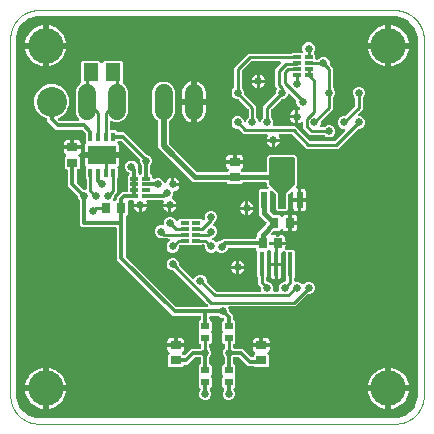
<source format=gbl>
G04 EAGLE Gerber RS-274X export*
G75*
%MOMM*%
%FSLAX35Y35*%
%LPD*%
%INcopper_bottom*%
%IPPOS*%
%AMOC8*
5,1,8,0,0,1.08239X$1,22.5*%
G01*
%ADD10C,0.000000*%
%ADD11R,0.900000X0.700000*%
%ADD12R,0.700000X0.900000*%
%ADD13R,2.400000X1.500000*%
%ADD14R,0.350000X0.650000*%
%ADD15R,1.300000X1.500000*%
%ADD16C,1.500000*%
%ADD17R,0.400000X2.000000*%
%ADD18C,2.540000*%
%ADD19R,0.650000X0.300000*%
%ADD20R,0.700000X0.600000*%
%ADD21R,0.570000X1.400000*%
%ADD22R,0.650000X1.400000*%
%ADD23C,0.508000*%
%ADD24C,0.450000*%
%ADD25C,3.000000*%
%ADD26C,0.650000*%
%ADD27C,0.250000*%
%ADD28C,0.300000*%
%ADD29C,0.350000*%
%ADD30C,0.254000*%

G36*
X248748Y50051D02*
X248748Y50051D01*
X249009Y50018D01*
X257682Y50474D01*
X259647Y50048D01*
X260322Y50074D01*
X260732Y50000D01*
X3239268Y50000D01*
X3242398Y50399D01*
X3242555Y50461D01*
X3250990Y50018D01*
X3251388Y50047D01*
X3251646Y50000D01*
X3256605Y50000D01*
X3256797Y50025D01*
X3256929Y50004D01*
X3281112Y50632D01*
X3283651Y51023D01*
X3284020Y51053D01*
X3337009Y65239D01*
X3339930Y66433D01*
X3340303Y66712D01*
X3340582Y66829D01*
X3386594Y96695D01*
X3389003Y98733D01*
X3389272Y99113D01*
X3389501Y99311D01*
X3424032Y141933D01*
X3424698Y143010D01*
X3424996Y143375D01*
X3425206Y143831D01*
X3425693Y144617D01*
X3425830Y145060D01*
X3425988Y145319D01*
X3445658Y196527D01*
X3446268Y199019D01*
X3446382Y199375D01*
X3449892Y225997D01*
X3449897Y227063D01*
X3449999Y227631D01*
X3449999Y3270503D01*
X3449801Y3272059D01*
X3449802Y3272719D01*
X3444862Y3300145D01*
X3444091Y3302594D01*
X3444004Y3302956D01*
X3420258Y3357024D01*
X3418634Y3359730D01*
X3418303Y3360057D01*
X3418145Y3360314D01*
X3378853Y3404398D01*
X3376472Y3406471D01*
X3376056Y3406678D01*
X3375826Y3406875D01*
X3324834Y3436660D01*
X3321930Y3437895D01*
X3321469Y3437964D01*
X3321190Y3438079D01*
X3263491Y3450649D01*
X3260933Y3450874D01*
X3260566Y3450933D01*
X3238291Y3450462D01*
X3238199Y3450448D01*
X3238106Y3450457D01*
X3237785Y3450387D01*
X3235182Y3449999D01*
X3228117Y3449999D01*
X3227339Y3449900D01*
X3226873Y3449937D01*
X3220079Y3449258D01*
X3219387Y3449467D01*
X3216275Y3449989D01*
X3215976Y3449963D01*
X3215777Y3449999D01*
X260732Y3449999D01*
X257601Y3449601D01*
X257445Y3449538D01*
X249011Y3449982D01*
X248613Y3449953D01*
X248354Y3449999D01*
X243393Y3449999D01*
X243201Y3449975D01*
X243069Y3449995D01*
X218888Y3449368D01*
X216348Y3448977D01*
X215980Y3448946D01*
X162991Y3434761D01*
X160070Y3433566D01*
X159697Y3433288D01*
X159418Y3433171D01*
X113406Y3403305D01*
X110997Y3401266D01*
X110728Y3400887D01*
X110499Y3400689D01*
X75968Y3358066D01*
X75072Y3356618D01*
X74939Y3356455D01*
X74845Y3356253D01*
X74307Y3355383D01*
X74169Y3354939D01*
X74012Y3354680D01*
X54342Y3303473D01*
X53732Y3300981D01*
X53618Y3300625D01*
X50108Y3274003D01*
X50103Y3272937D01*
X50000Y3272369D01*
X50000Y227631D01*
X50135Y226574D01*
X50108Y225997D01*
X53618Y199375D01*
X54273Y196892D01*
X54342Y196527D01*
X74012Y145319D01*
X74250Y144878D01*
X74375Y144508D01*
X74778Y143896D01*
X75507Y142540D01*
X75823Y142198D01*
X75968Y141933D01*
X110499Y99311D01*
X112779Y97129D01*
X113185Y96902D01*
X113406Y96695D01*
X159418Y66829D01*
X162261Y65458D01*
X162717Y65368D01*
X162991Y65239D01*
X215980Y51053D01*
X218523Y50708D01*
X218888Y50632D01*
X243072Y50004D01*
X243265Y50024D01*
X243396Y50000D01*
X248353Y50000D01*
X248748Y50051D01*
G37*
%LPC*%
G36*
X1639557Y197499D02*
X1639557Y197499D01*
X1620261Y205492D01*
X1605492Y220261D01*
X1597499Y239557D01*
X1597499Y260443D01*
X1605492Y279739D01*
X1607396Y281643D01*
X1608167Y282638D01*
X1608984Y283588D01*
X1609128Y283880D01*
X1609328Y284138D01*
X1609823Y285291D01*
X1610378Y286420D01*
X1610445Y286739D01*
X1610573Y287038D01*
X1610763Y288276D01*
X1611019Y289510D01*
X1611003Y289834D01*
X1611053Y290157D01*
X1610926Y291411D01*
X1610865Y292662D01*
X1610768Y292972D01*
X1610735Y293297D01*
X1610299Y294478D01*
X1609926Y295675D01*
X1609778Y295888D01*
X1609642Y296257D01*
X1607842Y298849D01*
X1607544Y299106D01*
X1607396Y299319D01*
X1594999Y311715D01*
X1594999Y388284D01*
X1597876Y391161D01*
X1598645Y392153D01*
X1599465Y393107D01*
X1599543Y393264D01*
X1599623Y393363D01*
X1599686Y393498D01*
X1599808Y393657D01*
X1600304Y394810D01*
X1600859Y395938D01*
X1600900Y396134D01*
X1600944Y396229D01*
X1600966Y396351D01*
X1601054Y396556D01*
X1601245Y397798D01*
X1601500Y399028D01*
X1601489Y399252D01*
X1601504Y399335D01*
X1601496Y399434D01*
X1601533Y399675D01*
X1601407Y400929D01*
X1601346Y402181D01*
X1601273Y402413D01*
X1601268Y402482D01*
X1601242Y402558D01*
X1601216Y402815D01*
X1600781Y403995D01*
X1600407Y405194D01*
X1600287Y405367D01*
X1600252Y405470D01*
X1600215Y405526D01*
X1600123Y405776D01*
X1598803Y407676D01*
X1598520Y408108D01*
X1598476Y408148D01*
X1598323Y408368D01*
X1598025Y408624D01*
X1597877Y408838D01*
X1594999Y411715D01*
X1594999Y488284D01*
X1607983Y501268D01*
X1607987Y501269D01*
X1608259Y501448D01*
X1608562Y501568D01*
X1609575Y502312D01*
X1610625Y503001D01*
X1610844Y503243D01*
X1611106Y503435D01*
X1611900Y504408D01*
X1612745Y505339D01*
X1612897Y505628D01*
X1613102Y505880D01*
X1613627Y507019D01*
X1614212Y508133D01*
X1614258Y508389D01*
X1614423Y508746D01*
X1614983Y511852D01*
X1614953Y512243D01*
X1614999Y512500D01*
X1614999Y552500D01*
X1614841Y553748D01*
X1614747Y554999D01*
X1614642Y555308D01*
X1614601Y555631D01*
X1614135Y556798D01*
X1613731Y557987D01*
X1613552Y558259D01*
X1613431Y558562D01*
X1612688Y559575D01*
X1611998Y560625D01*
X1611757Y560844D01*
X1611565Y561106D01*
X1610592Y561900D01*
X1609661Y562745D01*
X1609372Y562897D01*
X1609120Y563102D01*
X1607981Y563627D01*
X1606867Y564212D01*
X1606610Y564258D01*
X1606253Y564423D01*
X1603148Y564983D01*
X1602756Y564953D01*
X1602500Y564999D01*
X1569675Y564999D01*
X1568587Y564861D01*
X1567494Y564808D01*
X1567029Y564663D01*
X1566544Y564601D01*
X1565526Y564195D01*
X1564481Y563869D01*
X1564171Y563654D01*
X1563613Y563431D01*
X1561069Y561565D01*
X1560946Y561415D01*
X1560837Y561338D01*
X1499498Y499999D01*
X1477500Y499999D01*
X1476252Y499841D01*
X1475000Y499747D01*
X1474692Y499642D01*
X1474369Y499601D01*
X1473202Y499135D01*
X1472013Y498731D01*
X1471741Y498552D01*
X1471438Y498431D01*
X1470424Y497688D01*
X1469375Y496998D01*
X1469156Y496757D01*
X1468893Y496565D01*
X1468099Y495592D01*
X1467255Y494661D01*
X1467103Y494372D01*
X1466898Y494120D01*
X1466464Y493179D01*
X1453284Y479999D01*
X1346715Y479999D01*
X1334999Y491715D01*
X1334999Y578284D01*
X1344994Y588278D01*
X1345798Y589317D01*
X1346642Y590315D01*
X1346759Y590559D01*
X1346926Y590774D01*
X1347442Y591977D01*
X1348011Y593158D01*
X1348064Y593425D01*
X1348171Y593673D01*
X1348370Y594969D01*
X1348625Y596253D01*
X1348609Y596523D01*
X1348651Y596793D01*
X1348519Y598098D01*
X1348444Y599404D01*
X1348361Y599663D01*
X1348333Y599933D01*
X1347880Y601161D01*
X1347479Y602409D01*
X1347334Y602638D01*
X1347240Y602893D01*
X1346491Y603971D01*
X1345793Y605077D01*
X1345626Y605217D01*
X1345440Y605485D01*
X1343048Y607544D01*
X1342634Y607748D01*
X1342405Y607942D01*
X1339404Y609674D01*
X1334674Y614404D01*
X1331330Y620196D01*
X1329599Y626655D01*
X1329599Y647500D01*
X1394998Y647500D01*
X1396245Y647659D01*
X1397497Y647753D01*
X1397805Y647857D01*
X1398128Y647898D01*
X1399296Y648364D01*
X1400020Y648611D01*
X1400635Y648288D01*
X1400892Y648241D01*
X1401248Y648077D01*
X1404354Y647517D01*
X1404746Y647546D01*
X1405002Y647500D01*
X1470400Y647500D01*
X1470400Y626655D01*
X1468669Y620196D01*
X1465326Y614404D01*
X1460596Y609674D01*
X1457595Y607942D01*
X1456555Y607151D01*
X1455476Y606402D01*
X1455298Y606195D01*
X1455083Y606031D01*
X1454275Y605006D01*
X1453417Y604010D01*
X1453297Y603765D01*
X1453129Y603553D01*
X1452602Y602355D01*
X1452023Y601178D01*
X1451968Y600913D01*
X1451859Y600664D01*
X1451648Y599370D01*
X1451383Y598088D01*
X1451396Y597817D01*
X1451353Y597549D01*
X1451473Y596243D01*
X1451537Y594936D01*
X1451618Y594677D01*
X1451643Y594407D01*
X1452086Y593174D01*
X1452475Y591923D01*
X1452600Y591743D01*
X1452710Y591437D01*
X1454488Y588829D01*
X1454834Y588526D01*
X1455006Y588278D01*
X1463055Y580230D01*
X1464048Y579461D01*
X1465000Y578641D01*
X1465293Y578497D01*
X1465550Y578298D01*
X1466703Y577803D01*
X1467832Y577247D01*
X1468152Y577181D01*
X1468450Y577053D01*
X1469691Y576862D01*
X1470922Y576607D01*
X1471247Y576623D01*
X1471569Y576573D01*
X1472823Y576699D01*
X1474074Y576761D01*
X1474384Y576857D01*
X1474709Y576890D01*
X1475890Y577326D01*
X1477087Y577699D01*
X1477301Y577847D01*
X1477669Y577983D01*
X1480262Y579783D01*
X1480518Y580082D01*
X1480732Y580230D01*
X1535502Y635000D01*
X1604800Y635000D01*
X1606048Y635159D01*
X1607299Y635253D01*
X1607608Y635358D01*
X1607931Y635399D01*
X1609098Y635865D01*
X1610287Y636269D01*
X1610559Y636448D01*
X1610862Y636568D01*
X1611875Y637312D01*
X1612925Y638001D01*
X1613144Y638243D01*
X1613406Y638435D01*
X1614200Y639408D01*
X1615045Y640339D01*
X1615197Y640628D01*
X1615402Y640880D01*
X1615927Y642019D01*
X1616512Y643133D01*
X1616558Y643389D01*
X1616723Y643746D01*
X1617283Y646852D01*
X1617253Y647243D01*
X1617299Y647500D01*
X1617299Y662500D01*
X1617141Y663748D01*
X1617047Y664999D01*
X1616942Y665308D01*
X1616901Y665631D01*
X1616435Y666798D01*
X1616031Y667987D01*
X1615852Y668259D01*
X1615731Y668562D01*
X1614988Y669575D01*
X1614298Y670625D01*
X1614057Y670844D01*
X1613865Y671106D01*
X1612892Y671900D01*
X1611961Y672745D01*
X1611672Y672897D01*
X1611420Y673102D01*
X1610281Y673627D01*
X1609167Y674212D01*
X1608910Y674258D01*
X1608553Y674423D01*
X1607015Y674700D01*
X1594999Y686715D01*
X1594999Y763284D01*
X1597877Y766162D01*
X1598647Y767156D01*
X1599465Y768108D01*
X1599548Y768274D01*
X1599604Y768344D01*
X1599660Y768466D01*
X1599808Y768657D01*
X1600304Y769810D01*
X1600859Y770939D01*
X1600908Y771175D01*
X1600925Y771211D01*
X1600939Y771289D01*
X1601054Y771557D01*
X1601245Y772798D01*
X1601500Y774029D01*
X1601484Y774353D01*
X1601533Y774676D01*
X1601407Y775930D01*
X1601346Y777181D01*
X1601249Y777491D01*
X1601216Y777816D01*
X1600781Y778995D01*
X1600407Y780194D01*
X1600259Y780408D01*
X1600123Y780776D01*
X1598323Y783368D01*
X1598025Y783625D01*
X1597876Y783839D01*
X1594999Y786716D01*
X1594999Y863284D01*
X1607983Y876268D01*
X1607987Y876269D01*
X1608259Y876448D01*
X1608562Y876568D01*
X1609575Y877312D01*
X1610625Y878001D01*
X1610844Y878243D01*
X1611106Y878435D01*
X1611900Y879408D01*
X1612745Y880339D01*
X1612897Y880628D01*
X1613102Y880880D01*
X1613627Y882019D01*
X1614212Y883133D01*
X1614258Y883389D01*
X1614423Y883746D01*
X1614983Y886852D01*
X1614953Y887243D01*
X1614999Y887500D01*
X1614999Y900000D01*
X1614841Y901248D01*
X1614747Y902499D01*
X1614642Y902808D01*
X1614601Y903131D01*
X1614135Y904298D01*
X1613731Y905487D01*
X1613552Y905759D01*
X1613431Y906062D01*
X1612688Y907075D01*
X1611998Y908125D01*
X1611757Y908344D01*
X1611565Y908606D01*
X1610592Y909400D01*
X1609661Y910245D01*
X1609372Y910397D01*
X1609120Y910602D01*
X1607981Y911127D01*
X1606867Y911712D01*
X1606610Y911758D01*
X1606253Y911923D01*
X1603148Y912483D01*
X1602756Y912453D01*
X1602500Y912499D01*
X1374467Y912499D01*
X902499Y1384467D01*
X902499Y1650000D01*
X902341Y1651248D01*
X902247Y1652499D01*
X902142Y1652808D01*
X902101Y1653131D01*
X901636Y1654295D01*
X901231Y1655487D01*
X901052Y1655759D01*
X900931Y1656062D01*
X900188Y1657075D01*
X899498Y1658125D01*
X899257Y1658344D01*
X899065Y1658606D01*
X898092Y1659400D01*
X897161Y1660245D01*
X896872Y1660397D01*
X896620Y1660602D01*
X895481Y1661127D01*
X894367Y1661712D01*
X894110Y1661758D01*
X893753Y1661923D01*
X890648Y1662483D01*
X890256Y1662453D01*
X890000Y1662499D01*
X609467Y1662499D01*
X587499Y1684467D01*
X587499Y1883076D01*
X587361Y1884164D01*
X587308Y1885258D01*
X587163Y1885723D01*
X587101Y1886207D01*
X586695Y1887224D01*
X586369Y1888271D01*
X586153Y1888581D01*
X585931Y1889138D01*
X584065Y1891683D01*
X583914Y1891805D01*
X583838Y1891915D01*
X580492Y1895261D01*
X572499Y1914557D01*
X572499Y1919289D01*
X572361Y1920377D01*
X572308Y1921470D01*
X572163Y1921935D01*
X572101Y1922420D01*
X571695Y1923438D01*
X571369Y1924483D01*
X571154Y1924793D01*
X570931Y1925351D01*
X569065Y1927895D01*
X568915Y1928018D01*
X568838Y1928128D01*
X487499Y2009467D01*
X487499Y2142500D01*
X487341Y2143748D01*
X487247Y2144999D01*
X487142Y2145308D01*
X487101Y2145631D01*
X486635Y2146798D01*
X486231Y2147987D01*
X486052Y2148259D01*
X485931Y2148562D01*
X485188Y2149575D01*
X484498Y2150625D01*
X484257Y2150844D01*
X484065Y2151106D01*
X483092Y2151900D01*
X482161Y2152745D01*
X481872Y2152897D01*
X481620Y2153102D01*
X480481Y2153627D01*
X479367Y2154212D01*
X479110Y2154258D01*
X478753Y2154423D01*
X475648Y2154983D01*
X475256Y2154953D01*
X475000Y2154999D01*
X471715Y2154999D01*
X459999Y2166715D01*
X459999Y2253284D01*
X469994Y2263278D01*
X470798Y2264317D01*
X471642Y2265315D01*
X471759Y2265559D01*
X471926Y2265774D01*
X472442Y2266977D01*
X473011Y2268158D01*
X473064Y2268425D01*
X473171Y2268673D01*
X473370Y2269969D01*
X473625Y2271253D01*
X473609Y2271523D01*
X473651Y2271793D01*
X473519Y2273098D01*
X473444Y2274404D01*
X473361Y2274663D01*
X473333Y2274933D01*
X472880Y2276161D01*
X472479Y2277409D01*
X472334Y2277638D01*
X472240Y2277893D01*
X471491Y2278971D01*
X470793Y2280077D01*
X470626Y2280217D01*
X470440Y2280485D01*
X468048Y2282544D01*
X467634Y2282748D01*
X467405Y2282942D01*
X464404Y2284674D01*
X459674Y2289404D01*
X456330Y2295196D01*
X454599Y2301655D01*
X454599Y2322500D01*
X519998Y2322500D01*
X521245Y2322659D01*
X522497Y2322753D01*
X522805Y2322857D01*
X523128Y2322898D01*
X524296Y2323364D01*
X525020Y2323611D01*
X525635Y2323288D01*
X525892Y2323241D01*
X526248Y2323077D01*
X529354Y2322517D01*
X529746Y2322546D01*
X530002Y2322500D01*
X595400Y2322500D01*
X595400Y2301655D01*
X593669Y2295196D01*
X590326Y2289404D01*
X585596Y2284674D01*
X582595Y2282942D01*
X581552Y2282149D01*
X580476Y2281401D01*
X580299Y2281196D01*
X580083Y2281031D01*
X579272Y2280002D01*
X578417Y2279009D01*
X578297Y2278766D01*
X578129Y2278553D01*
X577602Y2277353D01*
X577023Y2276178D01*
X576968Y2275913D01*
X576859Y2275664D01*
X576648Y2274369D01*
X576383Y2273088D01*
X576396Y2272817D01*
X576353Y2272549D01*
X576473Y2271243D01*
X576537Y2269936D01*
X576618Y2269677D01*
X576643Y2269407D01*
X577086Y2268174D01*
X577475Y2266923D01*
X577600Y2266743D01*
X577710Y2266437D01*
X579488Y2263829D01*
X579834Y2263526D01*
X580006Y2263278D01*
X590000Y2253284D01*
X590000Y2166715D01*
X578284Y2154999D01*
X575000Y2154999D01*
X573752Y2154841D01*
X572500Y2154747D01*
X572192Y2154642D01*
X571869Y2154601D01*
X570702Y2154135D01*
X569513Y2153731D01*
X569241Y2153552D01*
X568938Y2153431D01*
X567924Y2152688D01*
X566875Y2151998D01*
X566656Y2151757D01*
X566393Y2151565D01*
X565599Y2150592D01*
X564755Y2149661D01*
X564603Y2149372D01*
X564398Y2149120D01*
X563873Y2147981D01*
X563288Y2146867D01*
X563242Y2146610D01*
X563077Y2146253D01*
X562517Y2143148D01*
X562547Y2142756D01*
X562500Y2142500D01*
X562500Y2045711D01*
X562639Y2044623D01*
X562692Y2043530D01*
X562837Y2043064D01*
X562899Y2042580D01*
X563305Y2041562D01*
X563631Y2040517D01*
X563846Y2040206D01*
X564068Y2039649D01*
X565935Y2037104D01*
X566085Y2036982D01*
X566161Y2036872D01*
X621872Y1981161D01*
X622739Y1980490D01*
X623550Y1979755D01*
X623982Y1979528D01*
X624368Y1979229D01*
X625373Y1978798D01*
X626344Y1978288D01*
X626717Y1978221D01*
X627268Y1977984D01*
X630387Y1977504D01*
X630580Y1977524D01*
X630711Y1977500D01*
X632500Y1977500D01*
X633748Y1977659D01*
X634999Y1977753D01*
X635308Y1977858D01*
X635631Y1977899D01*
X636798Y1978365D01*
X637987Y1978769D01*
X638259Y1978948D01*
X638562Y1979068D01*
X639575Y1979812D01*
X640625Y1980501D01*
X640844Y1980743D01*
X641106Y1980935D01*
X641900Y1981908D01*
X642745Y1982839D01*
X642897Y1983128D01*
X643102Y1983380D01*
X643627Y1984519D01*
X644212Y1985633D01*
X644258Y1985889D01*
X644423Y1986246D01*
X644983Y1989352D01*
X644953Y1989743D01*
X644999Y1990000D01*
X644999Y2069038D01*
X644861Y2070126D01*
X644808Y2071219D01*
X644663Y2071685D01*
X644601Y2072169D01*
X644195Y2073186D01*
X643869Y2074233D01*
X643653Y2074543D01*
X643431Y2075100D01*
X641565Y2077644D01*
X641414Y2077767D01*
X641338Y2077877D01*
X639999Y2079216D01*
X639999Y2160784D01*
X640308Y2161093D01*
X641078Y2162087D01*
X641897Y2163039D01*
X642041Y2163331D01*
X642240Y2163588D01*
X642736Y2164742D01*
X643291Y2165870D01*
X643357Y2166189D01*
X643486Y2166488D01*
X643677Y2167731D01*
X643932Y2168961D01*
X643916Y2169285D01*
X643965Y2169607D01*
X643839Y2170860D01*
X643778Y2172113D01*
X643681Y2172423D01*
X643648Y2172747D01*
X643213Y2173926D01*
X642839Y2175126D01*
X642691Y2175339D01*
X642555Y2175708D01*
X640755Y2178300D01*
X640457Y2178557D01*
X640308Y2178770D01*
X634674Y2184404D01*
X631330Y2190196D01*
X629599Y2196655D01*
X629599Y2250001D01*
X762499Y2250001D01*
X763746Y2250160D01*
X764998Y2250253D01*
X765306Y2250358D01*
X765629Y2250399D01*
X766797Y2250865D01*
X767986Y2251270D01*
X768258Y2251448D01*
X768560Y2251569D01*
X769574Y2252313D01*
X770624Y2253002D01*
X770843Y2253243D01*
X771105Y2253436D01*
X771899Y2254408D01*
X772744Y2255340D01*
X772895Y2255629D01*
X773101Y2255880D01*
X773626Y2257019D01*
X774211Y2258134D01*
X774257Y2258390D01*
X774421Y2258747D01*
X774981Y2261853D01*
X774952Y2262244D01*
X774998Y2262500D01*
X774998Y2287499D01*
X774839Y2288747D01*
X774746Y2289998D01*
X774641Y2290307D01*
X774600Y2290630D01*
X774134Y2291797D01*
X773729Y2292986D01*
X773551Y2293258D01*
X773430Y2293561D01*
X772687Y2294574D01*
X771997Y2295624D01*
X771756Y2295843D01*
X771563Y2296105D01*
X770591Y2296899D01*
X769659Y2297744D01*
X769370Y2297896D01*
X769119Y2298101D01*
X767980Y2298626D01*
X766865Y2299211D01*
X766609Y2299257D01*
X766252Y2299422D01*
X763147Y2299982D01*
X762755Y2299952D01*
X762499Y2299998D01*
X629599Y2299998D01*
X629599Y2353344D01*
X631330Y2359804D01*
X634674Y2365596D01*
X640308Y2371229D01*
X641078Y2372223D01*
X641898Y2373176D01*
X642041Y2373468D01*
X642240Y2373725D01*
X642736Y2374880D01*
X643291Y2376007D01*
X643357Y2376326D01*
X643486Y2376625D01*
X643677Y2377868D01*
X643932Y2379098D01*
X643916Y2379421D01*
X643965Y2379744D01*
X643839Y2380997D01*
X643778Y2382250D01*
X643681Y2382560D01*
X643648Y2382884D01*
X643212Y2384064D01*
X642839Y2385263D01*
X642691Y2385476D01*
X642555Y2385844D01*
X640755Y2388436D01*
X640457Y2388693D01*
X640308Y2388907D01*
X639999Y2389216D01*
X639999Y2451789D01*
X639861Y2452877D01*
X639808Y2453970D01*
X639663Y2454436D01*
X639601Y2454920D01*
X639195Y2455938D01*
X638869Y2456983D01*
X638654Y2457294D01*
X638431Y2457851D01*
X636565Y2460396D01*
X636415Y2460518D01*
X636338Y2460628D01*
X613128Y2483838D01*
X612262Y2484509D01*
X611450Y2485245D01*
X611017Y2485472D01*
X610632Y2485770D01*
X609628Y2486202D01*
X608656Y2486712D01*
X608283Y2486779D01*
X607732Y2487016D01*
X604613Y2487495D01*
X604420Y2487476D01*
X604289Y2487499D01*
X384467Y2487499D01*
X312499Y2559467D01*
X312499Y2573069D01*
X312451Y2573453D01*
X312476Y2573841D01*
X312252Y2575016D01*
X312101Y2576200D01*
X311957Y2576559D01*
X311885Y2576941D01*
X311374Y2578021D01*
X310931Y2579131D01*
X310702Y2579443D01*
X310536Y2579794D01*
X309773Y2580711D01*
X309065Y2581675D01*
X308764Y2581921D01*
X308516Y2582218D01*
X307969Y2582570D01*
X306620Y2583671D01*
X305331Y2584265D01*
X304783Y2584617D01*
X266731Y2600379D01*
X225379Y2641731D01*
X202999Y2695759D01*
X202999Y2754240D01*
X225379Y2808269D01*
X266731Y2849621D01*
X320759Y2872000D01*
X379240Y2872000D01*
X433269Y2849621D01*
X474621Y2808269D01*
X497000Y2754240D01*
X497000Y2695759D01*
X474621Y2641731D01*
X433269Y2600379D01*
X411226Y2591248D01*
X410749Y2590976D01*
X410233Y2590785D01*
X409384Y2590196D01*
X408486Y2589683D01*
X408093Y2589299D01*
X407641Y2588985D01*
X406966Y2588201D01*
X406226Y2587480D01*
X405941Y2587010D01*
X405582Y2586593D01*
X405125Y2585665D01*
X404589Y2584782D01*
X404431Y2584255D01*
X404188Y2583762D01*
X403979Y2582750D01*
X403681Y2581759D01*
X403659Y2581209D01*
X403548Y2580671D01*
X403598Y2579639D01*
X403558Y2578606D01*
X403675Y2578069D01*
X403702Y2577519D01*
X404009Y2576533D01*
X404229Y2575522D01*
X404477Y2575032D01*
X404640Y2574506D01*
X405012Y2573971D01*
X405651Y2572705D01*
X406800Y2571397D01*
X407171Y2570862D01*
X411873Y2566161D01*
X412739Y2565490D01*
X413550Y2564755D01*
X413982Y2564528D01*
X414368Y2564229D01*
X415374Y2563797D01*
X416344Y2563288D01*
X416716Y2563221D01*
X417268Y2562984D01*
X420387Y2562504D01*
X420580Y2562524D01*
X420711Y2562500D01*
X570973Y2562500D01*
X572373Y2562679D01*
X573788Y2562822D01*
X573942Y2562878D01*
X574103Y2562899D01*
X575417Y2563423D01*
X576749Y2563915D01*
X576883Y2564008D01*
X577034Y2564068D01*
X578181Y2564909D01*
X579341Y2565715D01*
X579447Y2565838D01*
X579579Y2565935D01*
X580477Y2567035D01*
X581400Y2568107D01*
X581472Y2568254D01*
X581575Y2568380D01*
X582166Y2569664D01*
X582794Y2570938D01*
X582827Y2571098D01*
X582895Y2571246D01*
X583146Y2572640D01*
X583434Y2574029D01*
X583426Y2574192D01*
X583455Y2574352D01*
X583349Y2575765D01*
X583280Y2577181D01*
X583232Y2577336D01*
X583219Y2577499D01*
X582763Y2578842D01*
X582342Y2580194D01*
X582265Y2580303D01*
X582203Y2580487D01*
X580471Y2583125D01*
X580027Y2583528D01*
X579811Y2583838D01*
X567462Y2596187D01*
X552999Y2631103D01*
X552999Y2818897D01*
X567462Y2853813D01*
X591344Y2877694D01*
X592072Y2878635D01*
X592745Y2879377D01*
X592892Y2879656D01*
X593137Y2879959D01*
X593193Y2880083D01*
X593276Y2880190D01*
X593743Y2881279D01*
X594212Y2882171D01*
X594257Y2882420D01*
X594444Y2882831D01*
X594468Y2882965D01*
X594521Y2883089D01*
X594740Y2884516D01*
X594991Y2885939D01*
X594980Y2886074D01*
X595001Y2886209D01*
X594979Y2886424D01*
X594999Y2886538D01*
X594999Y3058284D01*
X606715Y3070000D01*
X753284Y3070000D01*
X766161Y3057123D01*
X767154Y3056354D01*
X768107Y3055534D01*
X768399Y3055390D01*
X768657Y3055191D01*
X769810Y3054696D01*
X770938Y3054140D01*
X771258Y3054074D01*
X771556Y3053946D01*
X772798Y3053755D01*
X774028Y3053500D01*
X774353Y3053516D01*
X774676Y3053466D01*
X775929Y3053593D01*
X777181Y3053654D01*
X777491Y3053751D01*
X777815Y3053783D01*
X778995Y3054219D01*
X780194Y3054593D01*
X780407Y3054741D01*
X780776Y3054877D01*
X783368Y3056677D01*
X783625Y3056975D01*
X783838Y3057123D01*
X796715Y3070000D01*
X943284Y3070000D01*
X955000Y3058284D01*
X955000Y2886538D01*
X955130Y2885521D01*
X955187Y2884352D01*
X955227Y2884223D01*
X955237Y2884087D01*
X955358Y2883724D01*
X955399Y2883407D01*
X955774Y2882468D01*
X956125Y2881339D01*
X956189Y2881247D01*
X956240Y2881095D01*
X956451Y2880771D01*
X956568Y2880476D01*
X957222Y2879586D01*
X957961Y2878449D01*
X958248Y2878187D01*
X958435Y2877932D01*
X958565Y2877826D01*
X958656Y2877694D01*
X982538Y2853813D01*
X997000Y2818897D01*
X997000Y2631103D01*
X982538Y2596187D01*
X955813Y2569462D01*
X920897Y2554999D01*
X883103Y2554999D01*
X857283Y2565694D01*
X856753Y2565839D01*
X856253Y2566069D01*
X855235Y2566253D01*
X854238Y2566524D01*
X853688Y2566532D01*
X853148Y2566629D01*
X852117Y2566552D01*
X851083Y2566565D01*
X850548Y2566434D01*
X850000Y2566393D01*
X849022Y2566061D01*
X848018Y2565815D01*
X847533Y2565554D01*
X847013Y2565377D01*
X846149Y2564810D01*
X845238Y2564320D01*
X844835Y2563947D01*
X844375Y2563645D01*
X843679Y2562878D01*
X842921Y2562177D01*
X842624Y2561715D01*
X842255Y2561307D01*
X841773Y2560390D01*
X841215Y2559522D01*
X841044Y2559000D01*
X840788Y2558513D01*
X840672Y2557873D01*
X840228Y2556524D01*
X840116Y2554786D01*
X840000Y2554147D01*
X840000Y2495000D01*
X840159Y2493752D01*
X840253Y2492500D01*
X840358Y2492192D01*
X840399Y2491869D01*
X840865Y2490702D01*
X841269Y2489513D01*
X841448Y2489241D01*
X841568Y2488938D01*
X842312Y2487924D01*
X843001Y2486875D01*
X843243Y2486656D01*
X843435Y2486393D01*
X844408Y2485599D01*
X845339Y2484755D01*
X845628Y2484603D01*
X845880Y2484398D01*
X847019Y2483873D01*
X848133Y2483288D01*
X848389Y2483242D01*
X848746Y2483077D01*
X851852Y2482517D01*
X852243Y2482547D01*
X852500Y2482500D01*
X898284Y2482500D01*
X912123Y2468661D01*
X912990Y2467990D01*
X913801Y2467255D01*
X914233Y2467028D01*
X914619Y2466729D01*
X915624Y2466298D01*
X916595Y2465788D01*
X916968Y2465721D01*
X917519Y2465484D01*
X920638Y2465004D01*
X920831Y2465024D01*
X920962Y2465000D01*
X964498Y2465000D01*
X1148337Y2281161D01*
X1149203Y2280490D01*
X1150014Y2279755D01*
X1150446Y2279528D01*
X1150832Y2279229D01*
X1151838Y2278798D01*
X1152808Y2278288D01*
X1153181Y2278221D01*
X1153732Y2277984D01*
X1156851Y2277504D01*
X1157044Y2277524D01*
X1157175Y2277500D01*
X1160443Y2277500D01*
X1179739Y2269508D01*
X1194508Y2254739D01*
X1202500Y2235443D01*
X1202500Y2214557D01*
X1194508Y2195261D01*
X1188661Y2189414D01*
X1187990Y2188548D01*
X1187255Y2187737D01*
X1187028Y2187305D01*
X1186729Y2186919D01*
X1186298Y2185913D01*
X1185788Y2184943D01*
X1185721Y2184570D01*
X1185484Y2184019D01*
X1185004Y2180900D01*
X1185024Y2180707D01*
X1185000Y2180576D01*
X1185000Y2120962D01*
X1185139Y2119874D01*
X1185192Y2118781D01*
X1185337Y2118316D01*
X1185399Y2117831D01*
X1185805Y2116813D01*
X1186131Y2115768D01*
X1186346Y2115458D01*
X1186568Y2114900D01*
X1188435Y2112356D01*
X1188585Y2112233D01*
X1188661Y2112123D01*
X1202500Y2098284D01*
X1202500Y2080858D01*
X1202570Y2080312D01*
X1202548Y2079763D01*
X1202768Y2078753D01*
X1202899Y2077727D01*
X1203103Y2077217D01*
X1203219Y2076679D01*
X1203685Y2075756D01*
X1204068Y2074796D01*
X1204394Y2074352D01*
X1204642Y2073862D01*
X1205323Y2073085D01*
X1205935Y2072251D01*
X1206361Y2071903D01*
X1206724Y2071490D01*
X1207579Y2070909D01*
X1208380Y2070255D01*
X1208879Y2070025D01*
X1209334Y2069716D01*
X1210306Y2069368D01*
X1211246Y2068935D01*
X1211788Y2068838D01*
X1212305Y2068652D01*
X1213334Y2068558D01*
X1214352Y2068375D01*
X1214900Y2068416D01*
X1215448Y2068366D01*
X1216084Y2068505D01*
X1217499Y2068611D01*
X1219148Y2069171D01*
X1219783Y2069310D01*
X1239557Y2077500D01*
X1260443Y2077500D01*
X1279739Y2069508D01*
X1294508Y2054739D01*
X1298029Y2046237D01*
X1298732Y2045008D01*
X1299404Y2043758D01*
X1299515Y2043638D01*
X1299595Y2043497D01*
X1300583Y2042483D01*
X1301547Y2041441D01*
X1301684Y2041353D01*
X1301798Y2041237D01*
X1303012Y2040500D01*
X1304202Y2039735D01*
X1304356Y2039685D01*
X1304496Y2039600D01*
X1305856Y2039191D01*
X1307199Y2038748D01*
X1307362Y2038738D01*
X1307518Y2038691D01*
X1308932Y2038636D01*
X1310349Y2038544D01*
X1310510Y2038575D01*
X1310672Y2038568D01*
X1312051Y2038868D01*
X1313449Y2039135D01*
X1313597Y2039205D01*
X1313755Y2039239D01*
X1315017Y2039876D01*
X1316302Y2040483D01*
X1316428Y2040588D01*
X1316573Y2040661D01*
X1317639Y2041597D01*
X1318727Y2042504D01*
X1318798Y2042616D01*
X1318944Y2042743D01*
X1320718Y2045353D01*
X1320921Y2045919D01*
X1321125Y2046237D01*
X1323688Y2052425D01*
X1330025Y2061909D01*
X1338091Y2069974D01*
X1347574Y2076311D01*
X1358111Y2080675D01*
X1362499Y2081548D01*
X1362499Y2025003D01*
X1362658Y2023756D01*
X1362751Y2022504D01*
X1362856Y2022196D01*
X1362897Y2021873D01*
X1363363Y2020705D01*
X1363768Y2019516D01*
X1363946Y2019244D01*
X1364067Y2018942D01*
X1364810Y2017928D01*
X1365500Y2016878D01*
X1365504Y2016874D01*
X1365505Y2016873D01*
X1365742Y2016658D01*
X1365933Y2016397D01*
X1365937Y2016394D01*
X1365938Y2016392D01*
X1366911Y2015598D01*
X1367843Y2014753D01*
X1368132Y2014602D01*
X1368383Y2014396D01*
X1369522Y2013871D01*
X1370637Y2013286D01*
X1370893Y2013240D01*
X1371250Y2013076D01*
X1374355Y2012516D01*
X1374747Y2012545D01*
X1375003Y2012499D01*
X1431548Y2012499D01*
X1430675Y2008111D01*
X1426311Y1997574D01*
X1419974Y1988091D01*
X1411909Y1980025D01*
X1402425Y1973688D01*
X1391890Y1969325D01*
X1387561Y1968464D01*
X1387531Y1968453D01*
X1387500Y1968451D01*
X1386068Y1967964D01*
X1384568Y1967462D01*
X1384542Y1967445D01*
X1384513Y1967435D01*
X1383245Y1966603D01*
X1381922Y1965743D01*
X1381900Y1965720D01*
X1381875Y1965703D01*
X1380853Y1964576D01*
X1379790Y1963416D01*
X1379775Y1963388D01*
X1379755Y1963365D01*
X1379035Y1961994D01*
X1378310Y1960629D01*
X1378303Y1960599D01*
X1378288Y1960571D01*
X1378264Y1960437D01*
X1377574Y1957560D01*
X1377589Y1956699D01*
X1377500Y1956204D01*
X1377500Y1939557D01*
X1368751Y1918433D01*
X1368420Y1917220D01*
X1368027Y1916027D01*
X1368006Y1915703D01*
X1367921Y1915389D01*
X1367904Y1914134D01*
X1367823Y1912878D01*
X1367884Y1912558D01*
X1367880Y1912233D01*
X1368178Y1911013D01*
X1368414Y1909778D01*
X1368553Y1909484D01*
X1368630Y1909168D01*
X1369225Y1908061D01*
X1369763Y1906925D01*
X1369971Y1906674D01*
X1370125Y1906388D01*
X1370976Y1905468D01*
X1371783Y1904500D01*
X1372002Y1904359D01*
X1372268Y1904072D01*
X1374923Y1902366D01*
X1375297Y1902243D01*
X1375516Y1902102D01*
X1377426Y1901311D01*
X1386909Y1894974D01*
X1394974Y1886909D01*
X1401311Y1877425D01*
X1405675Y1866889D01*
X1406548Y1862501D01*
X1350003Y1862501D01*
X1349999Y1862500D01*
X1349997Y1862501D01*
X1293451Y1862501D01*
X1294324Y1866888D01*
X1296738Y1872717D01*
X1296883Y1873247D01*
X1297113Y1873747D01*
X1297297Y1874764D01*
X1297568Y1875761D01*
X1297576Y1876311D01*
X1297673Y1876852D01*
X1297596Y1877883D01*
X1297609Y1878917D01*
X1297478Y1879451D01*
X1297438Y1879999D01*
X1297105Y1880978D01*
X1296859Y1881982D01*
X1296598Y1882467D01*
X1296421Y1882987D01*
X1295854Y1883850D01*
X1295364Y1884762D01*
X1294991Y1885165D01*
X1294689Y1885625D01*
X1293924Y1886319D01*
X1293221Y1887078D01*
X1292758Y1887376D01*
X1292351Y1887745D01*
X1291436Y1888225D01*
X1290566Y1888784D01*
X1290044Y1888956D01*
X1289557Y1889212D01*
X1288916Y1889328D01*
X1287569Y1889771D01*
X1285831Y1889884D01*
X1285191Y1889999D01*
X1164809Y1889999D01*
X1164263Y1889930D01*
X1163714Y1889951D01*
X1162704Y1889732D01*
X1161678Y1889601D01*
X1161168Y1889398D01*
X1160630Y1889280D01*
X1159707Y1888814D01*
X1158748Y1888431D01*
X1158304Y1888106D01*
X1157813Y1887858D01*
X1157038Y1887177D01*
X1156203Y1886565D01*
X1155854Y1886138D01*
X1155442Y1885776D01*
X1154861Y1884921D01*
X1154207Y1884120D01*
X1153977Y1883622D01*
X1153668Y1883166D01*
X1153319Y1882192D01*
X1152887Y1881253D01*
X1152789Y1880712D01*
X1152604Y1880195D01*
X1152510Y1879166D01*
X1152327Y1878148D01*
X1152368Y1877599D01*
X1152318Y1877052D01*
X1152456Y1876416D01*
X1152562Y1875001D01*
X1153123Y1873352D01*
X1153261Y1872717D01*
X1155676Y1866888D01*
X1156548Y1862501D01*
X1100003Y1862501D01*
X1099999Y1862500D01*
X1099997Y1862501D01*
X1043451Y1862501D01*
X1044324Y1866888D01*
X1046738Y1872717D01*
X1046883Y1873247D01*
X1047113Y1873747D01*
X1047297Y1874764D01*
X1047568Y1875761D01*
X1047576Y1876311D01*
X1047673Y1876852D01*
X1047596Y1877883D01*
X1047609Y1878917D01*
X1047478Y1879451D01*
X1047438Y1879999D01*
X1047105Y1880978D01*
X1046859Y1881982D01*
X1046598Y1882467D01*
X1046421Y1882987D01*
X1045854Y1883850D01*
X1045364Y1884762D01*
X1044991Y1885165D01*
X1044689Y1885625D01*
X1043924Y1886319D01*
X1043221Y1887078D01*
X1042758Y1887376D01*
X1042351Y1887745D01*
X1041436Y1888225D01*
X1040566Y1888784D01*
X1040044Y1888956D01*
X1039557Y1889212D01*
X1038916Y1889328D01*
X1037569Y1889771D01*
X1035831Y1889884D01*
X1035191Y1889999D01*
X1007500Y1889999D01*
X1006252Y1889841D01*
X1005000Y1889747D01*
X1004692Y1889642D01*
X1004369Y1889601D01*
X1003202Y1889135D01*
X1002013Y1888731D01*
X1001741Y1888552D01*
X1001438Y1888431D01*
X1000424Y1887688D01*
X999375Y1886998D01*
X999156Y1886757D01*
X998893Y1886565D01*
X998099Y1885592D01*
X997255Y1884661D01*
X997103Y1884372D01*
X996898Y1884120D01*
X996373Y1882981D01*
X995788Y1881867D01*
X995742Y1881610D01*
X995577Y1881253D01*
X995017Y1878148D01*
X995047Y1877756D01*
X995000Y1877500D01*
X995000Y1771715D01*
X981161Y1757876D01*
X980490Y1757010D01*
X979755Y1756198D01*
X979528Y1755767D01*
X979229Y1755381D01*
X978798Y1754375D01*
X978288Y1753404D01*
X978221Y1753032D01*
X977984Y1752481D01*
X977504Y1749362D01*
X977524Y1749169D01*
X977500Y1749038D01*
X977500Y1420711D01*
X977639Y1419623D01*
X977692Y1418530D01*
X977837Y1418064D01*
X977899Y1417580D01*
X978305Y1416562D01*
X978631Y1415517D01*
X978846Y1415206D01*
X979068Y1414649D01*
X980935Y1412104D01*
X981085Y1411982D01*
X981161Y1411872D01*
X1401872Y991161D01*
X1402739Y990490D01*
X1403550Y989755D01*
X1403982Y989528D01*
X1404368Y989229D01*
X1405373Y988798D01*
X1406344Y988288D01*
X1406717Y988221D01*
X1407268Y987984D01*
X1410387Y987504D01*
X1410580Y987524D01*
X1410711Y987500D01*
X1661361Y987500D01*
X1662761Y987678D01*
X1664177Y987822D01*
X1664331Y987878D01*
X1664492Y987899D01*
X1665808Y988424D01*
X1667138Y988915D01*
X1667271Y989008D01*
X1667423Y989068D01*
X1668567Y989908D01*
X1669730Y990715D01*
X1669836Y990839D01*
X1669967Y990935D01*
X1670863Y992032D01*
X1671788Y993107D01*
X1671860Y993254D01*
X1671963Y993380D01*
X1672556Y994667D01*
X1673182Y995939D01*
X1673215Y996098D01*
X1673283Y996246D01*
X1673535Y997641D01*
X1673823Y999029D01*
X1673815Y999192D01*
X1673843Y999352D01*
X1673738Y1000765D01*
X1673668Y1002181D01*
X1673620Y1002337D01*
X1673608Y1002499D01*
X1673152Y1003838D01*
X1672730Y1005194D01*
X1672654Y1005304D01*
X1672592Y1005487D01*
X1670859Y1008125D01*
X1670415Y1008528D01*
X1670199Y1008838D01*
X1663839Y1015198D01*
X1663838Y1015199D01*
X1385199Y1293838D01*
X1384333Y1294509D01*
X1383521Y1295245D01*
X1383089Y1295472D01*
X1382704Y1295770D01*
X1381698Y1296202D01*
X1380727Y1296712D01*
X1380355Y1296779D01*
X1379804Y1297016D01*
X1376685Y1297495D01*
X1376492Y1297476D01*
X1376361Y1297499D01*
X1364557Y1297499D01*
X1345261Y1305492D01*
X1330492Y1320261D01*
X1322499Y1339557D01*
X1322499Y1360443D01*
X1330492Y1379739D01*
X1345261Y1394508D01*
X1364557Y1402500D01*
X1385443Y1402500D01*
X1404739Y1394508D01*
X1419508Y1379739D01*
X1427500Y1360443D01*
X1427500Y1348639D01*
X1427639Y1347551D01*
X1427692Y1346458D01*
X1427837Y1345993D01*
X1427899Y1345508D01*
X1428305Y1344490D01*
X1428631Y1343445D01*
X1428846Y1343135D01*
X1429068Y1342578D01*
X1430935Y1340033D01*
X1431085Y1339910D01*
X1431161Y1339801D01*
X1541590Y1229372D01*
X1542026Y1229035D01*
X1542398Y1228632D01*
X1543268Y1228073D01*
X1544086Y1227440D01*
X1544590Y1227223D01*
X1545053Y1226925D01*
X1546038Y1226601D01*
X1546986Y1226194D01*
X1547528Y1226111D01*
X1548051Y1225939D01*
X1549083Y1225872D01*
X1550105Y1225715D01*
X1550652Y1225770D01*
X1551200Y1225734D01*
X1552216Y1225928D01*
X1553245Y1226032D01*
X1553761Y1226223D01*
X1554300Y1226325D01*
X1555235Y1226767D01*
X1556205Y1227125D01*
X1556656Y1227439D01*
X1557154Y1227674D01*
X1557948Y1228336D01*
X1558797Y1228925D01*
X1559156Y1229343D01*
X1559578Y1229694D01*
X1559929Y1230241D01*
X1560856Y1231317D01*
X1561626Y1232881D01*
X1561977Y1233427D01*
X1563954Y1238201D01*
X1578723Y1252970D01*
X1598019Y1260963D01*
X1618905Y1260963D01*
X1638201Y1252970D01*
X1652970Y1238201D01*
X1660963Y1218905D01*
X1660963Y1207102D01*
X1661101Y1206014D01*
X1661154Y1204921D01*
X1661299Y1204455D01*
X1661361Y1203971D01*
X1661767Y1202953D01*
X1662093Y1201908D01*
X1662308Y1201597D01*
X1662531Y1201040D01*
X1664397Y1198495D01*
X1664547Y1198373D01*
X1664623Y1198263D01*
X1741725Y1121161D01*
X1742592Y1120490D01*
X1743403Y1119755D01*
X1743835Y1119528D01*
X1744221Y1119229D01*
X1745226Y1118798D01*
X1746197Y1118288D01*
X1746570Y1118221D01*
X1747121Y1117984D01*
X1750240Y1117504D01*
X1750433Y1117524D01*
X1750564Y1117500D01*
X2112929Y1117500D01*
X2113475Y1117570D01*
X2114024Y1117548D01*
X2115033Y1117768D01*
X2116060Y1117899D01*
X2116571Y1118103D01*
X2117108Y1118220D01*
X2118030Y1118685D01*
X2118991Y1119068D01*
X2119434Y1119393D01*
X2119925Y1119642D01*
X2120703Y1120324D01*
X2121535Y1120935D01*
X2121883Y1121361D01*
X2122297Y1121724D01*
X2122878Y1122580D01*
X2123531Y1123380D01*
X2123761Y1123879D01*
X2124071Y1124334D01*
X2124420Y1125308D01*
X2124852Y1126246D01*
X2124949Y1126787D01*
X2125135Y1127305D01*
X2125228Y1128336D01*
X2125412Y1129352D01*
X2125371Y1129900D01*
X2125420Y1130448D01*
X2125282Y1131084D01*
X2125176Y1132499D01*
X2124615Y1134147D01*
X2124477Y1134783D01*
X2122499Y1139557D01*
X2122499Y1151360D01*
X2122361Y1152445D01*
X2122308Y1153541D01*
X2122163Y1154007D01*
X2122101Y1154491D01*
X2121695Y1155509D01*
X2121369Y1156554D01*
X2121154Y1156865D01*
X2120931Y1157422D01*
X2119065Y1159967D01*
X2118915Y1160089D01*
X2118838Y1160199D01*
X2097499Y1181538D01*
X2097499Y1229038D01*
X2097361Y1230126D01*
X2097308Y1231219D01*
X2097163Y1231685D01*
X2097101Y1232169D01*
X2096695Y1233186D01*
X2096369Y1234233D01*
X2096153Y1234543D01*
X2095931Y1235100D01*
X2094065Y1237644D01*
X2093914Y1237768D01*
X2093838Y1237877D01*
X2089999Y1241715D01*
X2089999Y1456538D01*
X2089861Y1457626D01*
X2089808Y1458719D01*
X2089663Y1459184D01*
X2089601Y1459668D01*
X2089195Y1460687D01*
X2088869Y1461732D01*
X2088654Y1462042D01*
X2088431Y1462599D01*
X2086565Y1465144D01*
X2086415Y1465267D01*
X2086338Y1465376D01*
X2079999Y1471715D01*
X2079999Y1475000D01*
X2079841Y1476248D01*
X2079747Y1477499D01*
X2079642Y1477808D01*
X2079601Y1478131D01*
X2079135Y1479298D01*
X2078731Y1480487D01*
X2078552Y1480759D01*
X2078431Y1481062D01*
X2077688Y1482075D01*
X2076998Y1483125D01*
X2076757Y1483344D01*
X2076565Y1483606D01*
X2075592Y1484400D01*
X2074661Y1485245D01*
X2074372Y1485397D01*
X2074120Y1485602D01*
X2072981Y1486127D01*
X2071867Y1486712D01*
X2071610Y1486758D01*
X2071253Y1486923D01*
X2068148Y1487483D01*
X2067756Y1487453D01*
X2067500Y1487499D01*
X1850504Y1487499D01*
X1850120Y1487451D01*
X1849733Y1487476D01*
X1848558Y1487252D01*
X1847373Y1487101D01*
X1847014Y1486957D01*
X1846633Y1486885D01*
X1845551Y1486374D01*
X1844443Y1485931D01*
X1844130Y1485702D01*
X1843779Y1485536D01*
X1842861Y1484771D01*
X1841898Y1484065D01*
X1841652Y1483764D01*
X1841355Y1483516D01*
X1841003Y1482969D01*
X1839902Y1481620D01*
X1839308Y1480330D01*
X1838956Y1479783D01*
X1834008Y1467837D01*
X1819239Y1453068D01*
X1799943Y1445075D01*
X1779057Y1445075D01*
X1759761Y1453068D01*
X1752376Y1460453D01*
X1751382Y1461223D01*
X1750430Y1462041D01*
X1750138Y1462185D01*
X1749881Y1462384D01*
X1748727Y1462880D01*
X1747599Y1463435D01*
X1747279Y1463502D01*
X1746981Y1463630D01*
X1745739Y1463821D01*
X1744508Y1464076D01*
X1744184Y1464060D01*
X1743862Y1464109D01*
X1742608Y1463983D01*
X1741356Y1463922D01*
X1741046Y1463825D01*
X1740722Y1463792D01*
X1739542Y1463357D01*
X1738343Y1462983D01*
X1738129Y1462835D01*
X1737761Y1462699D01*
X1735169Y1460899D01*
X1734913Y1460601D01*
X1734699Y1460452D01*
X1729739Y1455492D01*
X1710443Y1447499D01*
X1689557Y1447499D01*
X1670261Y1455492D01*
X1655492Y1470261D01*
X1647499Y1489557D01*
X1647499Y1501360D01*
X1647361Y1502448D01*
X1647308Y1503541D01*
X1647163Y1504007D01*
X1647101Y1504491D01*
X1646695Y1505509D01*
X1646369Y1506554D01*
X1646154Y1506865D01*
X1645931Y1507422D01*
X1644065Y1509967D01*
X1643915Y1510089D01*
X1643838Y1510199D01*
X1640199Y1513838D01*
X1639332Y1514509D01*
X1638521Y1515245D01*
X1638089Y1515472D01*
X1637703Y1515770D01*
X1636698Y1516202D01*
X1635727Y1516712D01*
X1635354Y1516779D01*
X1634803Y1517016D01*
X1631684Y1517495D01*
X1631491Y1517476D01*
X1631360Y1517499D01*
X1623462Y1517499D01*
X1622374Y1517361D01*
X1621281Y1517308D01*
X1620816Y1517163D01*
X1620331Y1517101D01*
X1619313Y1516695D01*
X1618268Y1516369D01*
X1617958Y1516154D01*
X1617400Y1515931D01*
X1616130Y1514999D01*
X1534215Y1514999D01*
X1533838Y1515377D01*
X1532844Y1516146D01*
X1531892Y1516966D01*
X1531600Y1517109D01*
X1531343Y1517308D01*
X1530189Y1517804D01*
X1529061Y1518359D01*
X1528742Y1518426D01*
X1528443Y1518554D01*
X1527200Y1518745D01*
X1525970Y1519000D01*
X1525646Y1518984D01*
X1525324Y1519033D01*
X1524070Y1518907D01*
X1522818Y1518846D01*
X1522508Y1518749D01*
X1522184Y1518716D01*
X1521004Y1518281D01*
X1519805Y1517907D01*
X1519592Y1517759D01*
X1519223Y1517623D01*
X1516631Y1515823D01*
X1516375Y1515525D01*
X1516161Y1515376D01*
X1515784Y1514999D01*
X1441139Y1514999D01*
X1440052Y1514861D01*
X1438958Y1514808D01*
X1438493Y1514663D01*
X1438009Y1514601D01*
X1436991Y1514195D01*
X1435945Y1513869D01*
X1435635Y1513654D01*
X1435078Y1513431D01*
X1432533Y1511565D01*
X1432411Y1511415D01*
X1432301Y1511338D01*
X1431161Y1510199D01*
X1430490Y1509332D01*
X1429755Y1508521D01*
X1429528Y1508089D01*
X1429229Y1507703D01*
X1428798Y1506698D01*
X1428288Y1505727D01*
X1428221Y1505354D01*
X1427984Y1504803D01*
X1427504Y1501684D01*
X1427524Y1501491D01*
X1427500Y1501360D01*
X1427500Y1489557D01*
X1419508Y1470261D01*
X1404739Y1455492D01*
X1385443Y1447499D01*
X1364557Y1447499D01*
X1345261Y1455492D01*
X1330492Y1470261D01*
X1322499Y1489557D01*
X1322499Y1510443D01*
X1330492Y1529739D01*
X1346915Y1546162D01*
X1347785Y1547285D01*
X1348679Y1548380D01*
X1348747Y1548528D01*
X1348847Y1548657D01*
X1349407Y1549961D01*
X1349999Y1551247D01*
X1350028Y1551407D01*
X1350092Y1551557D01*
X1350308Y1552959D01*
X1350559Y1554352D01*
X1350547Y1554513D01*
X1350572Y1554676D01*
X1350429Y1556093D01*
X1350323Y1557499D01*
X1350271Y1557653D01*
X1350255Y1557816D01*
X1349763Y1559147D01*
X1349307Y1560487D01*
X1349218Y1560623D01*
X1349161Y1560776D01*
X1348352Y1561942D01*
X1347575Y1563125D01*
X1347454Y1563234D01*
X1347361Y1563368D01*
X1346285Y1564294D01*
X1345237Y1565245D01*
X1345093Y1565321D01*
X1344969Y1565427D01*
X1343694Y1566055D01*
X1342443Y1566712D01*
X1342313Y1566735D01*
X1342138Y1566821D01*
X1339048Y1567462D01*
X1338449Y1567432D01*
X1338077Y1567499D01*
X1286538Y1567499D01*
X1285199Y1568838D01*
X1284332Y1569509D01*
X1283521Y1570245D01*
X1283089Y1570472D01*
X1282703Y1570770D01*
X1281698Y1571202D01*
X1280727Y1571712D01*
X1280354Y1571779D01*
X1279803Y1572016D01*
X1276684Y1572495D01*
X1276491Y1572476D01*
X1276360Y1572499D01*
X1264557Y1572499D01*
X1245261Y1580492D01*
X1230492Y1595261D01*
X1222499Y1614557D01*
X1222499Y1635443D01*
X1230492Y1654739D01*
X1245261Y1669508D01*
X1264557Y1677500D01*
X1285000Y1677500D01*
X1286248Y1677659D01*
X1287499Y1677753D01*
X1287808Y1677858D01*
X1288131Y1677899D01*
X1289298Y1678365D01*
X1290487Y1678769D01*
X1290759Y1678948D01*
X1291062Y1679068D01*
X1292075Y1679812D01*
X1293125Y1680501D01*
X1293344Y1680743D01*
X1293606Y1680935D01*
X1294400Y1681908D01*
X1295245Y1682839D01*
X1295397Y1683128D01*
X1295602Y1683380D01*
X1296127Y1684519D01*
X1296712Y1685633D01*
X1296758Y1685889D01*
X1296923Y1686246D01*
X1297483Y1689352D01*
X1297453Y1689743D01*
X1297499Y1690000D01*
X1297499Y1710443D01*
X1305492Y1729739D01*
X1320261Y1744508D01*
X1339557Y1752500D01*
X1360443Y1752500D01*
X1379739Y1744508D01*
X1394508Y1729739D01*
X1398452Y1720216D01*
X1398805Y1719598D01*
X1399069Y1718938D01*
X1399585Y1718234D01*
X1400018Y1717476D01*
X1400514Y1716967D01*
X1400935Y1716393D01*
X1401612Y1715841D01*
X1402221Y1715216D01*
X1402830Y1714846D01*
X1403380Y1714397D01*
X1404172Y1714032D01*
X1404919Y1713579D01*
X1405601Y1713374D01*
X1406247Y1713077D01*
X1407104Y1712922D01*
X1407941Y1712670D01*
X1408653Y1712643D01*
X1409352Y1712517D01*
X1410222Y1712582D01*
X1411094Y1712548D01*
X1411789Y1712699D01*
X1412499Y1712752D01*
X1413326Y1713033D01*
X1414178Y1713219D01*
X1414813Y1713539D01*
X1415487Y1713768D01*
X1416216Y1714247D01*
X1416996Y1714641D01*
X1417530Y1715110D01*
X1418125Y1715501D01*
X1418711Y1716147D01*
X1419367Y1716723D01*
X1419767Y1717311D01*
X1420245Y1717838D01*
X1420651Y1718611D01*
X1421141Y1719333D01*
X1421381Y1720003D01*
X1421712Y1720633D01*
X1421818Y1721224D01*
X1422205Y1722304D01*
X1422274Y1723059D01*
X1434215Y1735000D01*
X1515784Y1735000D01*
X1516161Y1734623D01*
X1517153Y1733855D01*
X1518107Y1733034D01*
X1518400Y1732890D01*
X1518656Y1732692D01*
X1519809Y1732197D01*
X1520938Y1731640D01*
X1521257Y1731574D01*
X1521556Y1731446D01*
X1522799Y1731255D01*
X1524028Y1731000D01*
X1524353Y1731016D01*
X1524675Y1730966D01*
X1525929Y1731093D01*
X1527181Y1731154D01*
X1527491Y1731251D01*
X1527815Y1731283D01*
X1528996Y1731719D01*
X1530194Y1732093D01*
X1530407Y1732240D01*
X1530776Y1732377D01*
X1533368Y1734177D01*
X1533624Y1734475D01*
X1533838Y1734623D01*
X1534215Y1735000D01*
X1615784Y1735000D01*
X1628714Y1722071D01*
X1629277Y1721635D01*
X1629773Y1721126D01*
X1630518Y1720673D01*
X1631209Y1720139D01*
X1631863Y1719858D01*
X1632471Y1719489D01*
X1633307Y1719238D01*
X1634109Y1718893D01*
X1634812Y1718785D01*
X1635493Y1718580D01*
X1636365Y1718547D01*
X1637228Y1718414D01*
X1637937Y1718485D01*
X1638647Y1718458D01*
X1639499Y1718643D01*
X1640368Y1718731D01*
X1641035Y1718978D01*
X1641731Y1719129D01*
X1642510Y1719522D01*
X1643328Y1719824D01*
X1643913Y1720231D01*
X1644548Y1720551D01*
X1645203Y1721126D01*
X1645921Y1721624D01*
X1646385Y1722164D01*
X1646919Y1722633D01*
X1647410Y1723354D01*
X1647979Y1724016D01*
X1648294Y1724655D01*
X1648694Y1725243D01*
X1648988Y1726064D01*
X1649373Y1726848D01*
X1649518Y1727546D01*
X1649758Y1728214D01*
X1649837Y1729082D01*
X1650014Y1729938D01*
X1649979Y1730649D01*
X1650043Y1731357D01*
X1649916Y1731943D01*
X1649860Y1733090D01*
X1649218Y1735151D01*
X1649100Y1735693D01*
X1647499Y1739557D01*
X1647499Y1760443D01*
X1655492Y1779739D01*
X1670261Y1794508D01*
X1689557Y1802500D01*
X1710443Y1802500D01*
X1729739Y1794508D01*
X1744508Y1779739D01*
X1752500Y1760443D01*
X1752500Y1739557D01*
X1744508Y1720261D01*
X1729739Y1705492D01*
X1726430Y1704122D01*
X1726234Y1704010D01*
X1726018Y1703943D01*
X1725563Y1703626D01*
X1723690Y1702556D01*
X1722868Y1701755D01*
X1722374Y1701412D01*
X1715199Y1694237D01*
X1714862Y1693802D01*
X1714459Y1693429D01*
X1713901Y1692560D01*
X1713267Y1691742D01*
X1713050Y1691236D01*
X1712753Y1690774D01*
X1712430Y1689791D01*
X1712022Y1688842D01*
X1711938Y1688299D01*
X1711766Y1687776D01*
X1711699Y1686744D01*
X1711542Y1685723D01*
X1711598Y1685175D01*
X1711562Y1684627D01*
X1711755Y1683612D01*
X1711859Y1682583D01*
X1712050Y1682067D01*
X1712153Y1681527D01*
X1712595Y1680592D01*
X1712953Y1679622D01*
X1713266Y1679171D01*
X1713501Y1678673D01*
X1714163Y1677879D01*
X1714753Y1677030D01*
X1715170Y1676671D01*
X1715522Y1676249D01*
X1716068Y1675898D01*
X1717145Y1674971D01*
X1718709Y1674201D01*
X1719254Y1673851D01*
X1729739Y1669508D01*
X1744508Y1654739D01*
X1752500Y1635443D01*
X1752500Y1614557D01*
X1744508Y1595261D01*
X1729739Y1580492D01*
X1714181Y1574048D01*
X1712948Y1573343D01*
X1711702Y1572673D01*
X1711583Y1572563D01*
X1711441Y1572482D01*
X1710424Y1571491D01*
X1709386Y1570530D01*
X1709298Y1570393D01*
X1709181Y1570279D01*
X1708443Y1569063D01*
X1707680Y1567875D01*
X1707629Y1567721D01*
X1707544Y1567581D01*
X1707135Y1566221D01*
X1706693Y1564878D01*
X1706682Y1564715D01*
X1706635Y1564559D01*
X1706580Y1563146D01*
X1706488Y1561728D01*
X1706519Y1561568D01*
X1706513Y1561406D01*
X1706813Y1560027D01*
X1707079Y1558628D01*
X1707149Y1558481D01*
X1707184Y1558322D01*
X1707822Y1557058D01*
X1708428Y1555775D01*
X1708532Y1555650D01*
X1708606Y1555504D01*
X1709544Y1554436D01*
X1709611Y1554355D01*
X1709648Y1554300D01*
X1709688Y1554263D01*
X1710448Y1553351D01*
X1710560Y1553279D01*
X1710688Y1553133D01*
X1711671Y1552465D01*
X1711985Y1552180D01*
X1712446Y1551938D01*
X1713298Y1551359D01*
X1713863Y1551156D01*
X1714181Y1550952D01*
X1729739Y1544508D01*
X1737123Y1537123D01*
X1738114Y1536356D01*
X1739069Y1535534D01*
X1739362Y1535390D01*
X1739619Y1535191D01*
X1740772Y1534696D01*
X1741901Y1534140D01*
X1742220Y1534074D01*
X1742518Y1533946D01*
X1743760Y1533755D01*
X1744991Y1533500D01*
X1745315Y1533516D01*
X1745638Y1533466D01*
X1746891Y1533593D01*
X1748143Y1533654D01*
X1748453Y1533750D01*
X1748778Y1533783D01*
X1749957Y1534219D01*
X1751156Y1534592D01*
X1751370Y1534741D01*
X1751738Y1534877D01*
X1754330Y1536677D01*
X1754586Y1536974D01*
X1754800Y1537123D01*
X1759761Y1542083D01*
X1779057Y1550076D01*
X1783789Y1550076D01*
X1784877Y1550214D01*
X1785970Y1550268D01*
X1786436Y1550413D01*
X1786920Y1550474D01*
X1787938Y1550881D01*
X1788983Y1551206D01*
X1789294Y1551422D01*
X1789851Y1551644D01*
X1792396Y1553511D01*
X1792518Y1553661D01*
X1792628Y1553737D01*
X1801391Y1562500D01*
X2067500Y1562500D01*
X2068748Y1562659D01*
X2069999Y1562753D01*
X2070308Y1562858D01*
X2070631Y1562899D01*
X2071798Y1563365D01*
X2072987Y1563769D01*
X2073259Y1563948D01*
X2073562Y1564068D01*
X2074575Y1564812D01*
X2075625Y1565501D01*
X2075844Y1565743D01*
X2076106Y1565935D01*
X2076900Y1566908D01*
X2077745Y1567839D01*
X2077897Y1568128D01*
X2078102Y1568380D01*
X2078627Y1569519D01*
X2079212Y1570633D01*
X2079258Y1570889D01*
X2079423Y1571246D01*
X2079983Y1574352D01*
X2079953Y1574743D01*
X2079999Y1575000D01*
X2079999Y1578284D01*
X2088838Y1587123D01*
X2089509Y1587990D01*
X2090245Y1588801D01*
X2090472Y1589233D01*
X2090770Y1589619D01*
X2091201Y1590623D01*
X2091712Y1591595D01*
X2091779Y1591968D01*
X2092016Y1592519D01*
X2092495Y1595638D01*
X2092476Y1595831D01*
X2092499Y1595962D01*
X2092499Y1617604D01*
X2166057Y1691161D01*
X2166826Y1692154D01*
X2167646Y1693107D01*
X2167790Y1693399D01*
X2167989Y1693657D01*
X2168484Y1694810D01*
X2169040Y1695938D01*
X2169106Y1696258D01*
X2169234Y1696556D01*
X2169425Y1697798D01*
X2169680Y1699028D01*
X2169664Y1699353D01*
X2169714Y1699676D01*
X2169587Y1700930D01*
X2169526Y1702181D01*
X2169429Y1702491D01*
X2169397Y1702816D01*
X2168960Y1703997D01*
X2168588Y1705194D01*
X2168439Y1705407D01*
X2168303Y1705776D01*
X2166503Y1708368D01*
X2166205Y1708625D01*
X2166057Y1708838D01*
X2107499Y1767396D01*
X2107499Y1804038D01*
X2107361Y1805126D01*
X2107308Y1806219D01*
X2107163Y1806684D01*
X2107101Y1807168D01*
X2106695Y1808187D01*
X2106369Y1809232D01*
X2106154Y1809542D01*
X2105931Y1810099D01*
X2104065Y1812644D01*
X2103915Y1812767D01*
X2103838Y1812876D01*
X2101499Y1815215D01*
X2101499Y1971784D01*
X2113215Y1983500D01*
X2174058Y1983500D01*
X2175459Y1983679D01*
X2176874Y1983822D01*
X2177028Y1983878D01*
X2177189Y1983899D01*
X2178503Y1984423D01*
X2179834Y1984915D01*
X2179968Y1985008D01*
X2180120Y1985068D01*
X2181266Y1985909D01*
X2182427Y1986715D01*
X2182532Y1986838D01*
X2182664Y1986935D01*
X2183563Y1988035D01*
X2184485Y1989107D01*
X2184558Y1989254D01*
X2184660Y1989380D01*
X2185252Y1990664D01*
X2185879Y1991938D01*
X2185913Y1992098D01*
X2185981Y1992246D01*
X2186232Y1993640D01*
X2186520Y1995029D01*
X2186512Y1995192D01*
X2186541Y1995352D01*
X2186435Y1996765D01*
X2186366Y1998181D01*
X2186317Y1998336D01*
X2186305Y1998499D01*
X2185848Y1999842D01*
X2185427Y2001194D01*
X2185351Y2001303D01*
X2185289Y2001487D01*
X2183557Y2004125D01*
X2183112Y2004528D01*
X2182897Y2004838D01*
X2173649Y2014085D01*
X2173649Y2030000D01*
X2173491Y2031248D01*
X2173397Y2032499D01*
X2173292Y2032808D01*
X2173251Y2033131D01*
X2172785Y2034298D01*
X2172381Y2035487D01*
X2172202Y2035759D01*
X2172081Y2036062D01*
X2171338Y2037075D01*
X2170648Y2038125D01*
X2170407Y2038344D01*
X2170215Y2038606D01*
X2169242Y2039400D01*
X2168311Y2040245D01*
X2168022Y2040397D01*
X2167770Y2040602D01*
X2166631Y2041127D01*
X2165517Y2041712D01*
X2165260Y2041758D01*
X2164903Y2041923D01*
X2161798Y2042483D01*
X2161406Y2042453D01*
X2161150Y2042499D01*
X1970962Y2042499D01*
X1969874Y2042361D01*
X1968781Y2042308D01*
X1968315Y2042163D01*
X1967831Y2042101D01*
X1966813Y2041695D01*
X1965768Y2041369D01*
X1965457Y2041154D01*
X1964900Y2040931D01*
X1962355Y2039065D01*
X1962233Y2038915D01*
X1962123Y2038838D01*
X1953284Y2029999D01*
X1846715Y2029999D01*
X1837877Y2038838D01*
X1837010Y2039509D01*
X1836199Y2040245D01*
X1835767Y2040472D01*
X1835381Y2040770D01*
X1834375Y2041203D01*
X1833405Y2041712D01*
X1833033Y2041779D01*
X1832482Y2042016D01*
X1829362Y2042495D01*
X1829169Y2042476D01*
X1829038Y2042499D01*
X1547396Y2042499D01*
X1363957Y2225938D01*
X1363090Y2226609D01*
X1362279Y2227345D01*
X1361847Y2227572D01*
X1361461Y2227870D01*
X1360456Y2228302D01*
X1359485Y2228812D01*
X1359112Y2228879D01*
X1358561Y2229116D01*
X1356336Y2229458D01*
X1252599Y2333194D01*
X1252599Y2557626D01*
X1252550Y2558010D01*
X1252576Y2558398D01*
X1252352Y2559573D01*
X1252201Y2560757D01*
X1252057Y2561117D01*
X1251984Y2561498D01*
X1251474Y2562578D01*
X1251031Y2563688D01*
X1250802Y2564000D01*
X1250636Y2564351D01*
X1249871Y2565269D01*
X1249165Y2566232D01*
X1248864Y2566477D01*
X1248616Y2566776D01*
X1248067Y2567128D01*
X1246720Y2568228D01*
X1245431Y2568822D01*
X1244883Y2569174D01*
X1244186Y2569463D01*
X1217462Y2596187D01*
X1202999Y2631103D01*
X1202999Y2818897D01*
X1217462Y2853813D01*
X1244187Y2880538D01*
X1279103Y2895000D01*
X1316897Y2895000D01*
X1351813Y2880538D01*
X1378538Y2853813D01*
X1393000Y2818897D01*
X1393000Y2631103D01*
X1378538Y2596187D01*
X1351813Y2569463D01*
X1351117Y2569174D01*
X1350780Y2568981D01*
X1350413Y2568857D01*
X1349414Y2568201D01*
X1348377Y2567608D01*
X1348100Y2567338D01*
X1347775Y2567124D01*
X1346972Y2566240D01*
X1346117Y2565406D01*
X1345915Y2565074D01*
X1345655Y2564787D01*
X1345099Y2563728D01*
X1344480Y2562708D01*
X1344368Y2562337D01*
X1344188Y2561993D01*
X1344072Y2561351D01*
X1343571Y2559685D01*
X1343516Y2558268D01*
X1343400Y2557626D01*
X1343400Y2375983D01*
X1343539Y2374895D01*
X1343592Y2373802D01*
X1343737Y2373337D01*
X1343799Y2372852D01*
X1344205Y2371834D01*
X1344531Y2370789D01*
X1344746Y2370478D01*
X1344968Y2369921D01*
X1346835Y2367377D01*
X1346985Y2367254D01*
X1347061Y2367144D01*
X1420545Y2293660D01*
X1420592Y2292701D01*
X1420737Y2292235D01*
X1420799Y2291751D01*
X1421205Y2290733D01*
X1421531Y2289688D01*
X1421746Y2289377D01*
X1421968Y2288820D01*
X1423835Y2286275D01*
X1423985Y2286153D01*
X1424061Y2286043D01*
X1578943Y2131161D01*
X1579810Y2130490D01*
X1580621Y2129755D01*
X1581053Y2129528D01*
X1581438Y2129229D01*
X1582444Y2128798D01*
X1583415Y2128288D01*
X1583788Y2128221D01*
X1584338Y2127984D01*
X1587458Y2127504D01*
X1587651Y2127524D01*
X1587782Y2127500D01*
X1829038Y2127500D01*
X1830126Y2127639D01*
X1831219Y2127692D01*
X1831684Y2127837D01*
X1832169Y2127899D01*
X1833187Y2128305D01*
X1834232Y2128631D01*
X1834543Y2128846D01*
X1835100Y2129068D01*
X1837644Y2130935D01*
X1837767Y2131085D01*
X1837877Y2131161D01*
X1844994Y2138278D01*
X1845798Y2139317D01*
X1846642Y2140315D01*
X1846759Y2140559D01*
X1846926Y2140774D01*
X1847442Y2141976D01*
X1848011Y2143158D01*
X1848064Y2143425D01*
X1848171Y2143674D01*
X1848370Y2144968D01*
X1848625Y2146253D01*
X1848609Y2146523D01*
X1848651Y2146793D01*
X1848519Y2148098D01*
X1848444Y2149404D01*
X1848361Y2149663D01*
X1848333Y2149933D01*
X1847879Y2151162D01*
X1847479Y2152409D01*
X1847334Y2152638D01*
X1847240Y2152893D01*
X1846491Y2153971D01*
X1845793Y2155077D01*
X1845626Y2155217D01*
X1845440Y2155485D01*
X1843048Y2157544D01*
X1842634Y2157748D01*
X1842405Y2157942D01*
X1839404Y2159674D01*
X1834674Y2164404D01*
X1831330Y2170196D01*
X1829599Y2176655D01*
X1829599Y2197500D01*
X1894998Y2197500D01*
X1896245Y2197659D01*
X1897497Y2197753D01*
X1897805Y2197857D01*
X1898128Y2197898D01*
X1899296Y2198364D01*
X1900020Y2198611D01*
X1900635Y2198288D01*
X1900892Y2198241D01*
X1901248Y2198077D01*
X1904354Y2197517D01*
X1904746Y2197546D01*
X1905002Y2197500D01*
X1970400Y2197500D01*
X1970400Y2176655D01*
X1968669Y2170196D01*
X1965326Y2164404D01*
X1960596Y2159674D01*
X1957595Y2157942D01*
X1956555Y2157151D01*
X1955476Y2156402D01*
X1955298Y2156195D01*
X1955083Y2156031D01*
X1954275Y2155006D01*
X1953417Y2154010D01*
X1953297Y2153765D01*
X1953129Y2153553D01*
X1952602Y2152355D01*
X1952023Y2151178D01*
X1951968Y2150913D01*
X1951859Y2150664D01*
X1951648Y2149370D01*
X1951383Y2148088D01*
X1951396Y2147817D01*
X1951353Y2147549D01*
X1951473Y2146243D01*
X1951537Y2144936D01*
X1951618Y2144677D01*
X1951643Y2144407D01*
X1952086Y2143174D01*
X1952475Y2141923D01*
X1952600Y2141743D01*
X1952710Y2141437D01*
X1954488Y2138829D01*
X1954834Y2138526D01*
X1955006Y2138278D01*
X1962123Y2131161D01*
X1962990Y2130490D01*
X1963801Y2129755D01*
X1964233Y2129528D01*
X1964618Y2129229D01*
X1965624Y2128798D01*
X1966595Y2128288D01*
X1966968Y2128221D01*
X1967518Y2127984D01*
X1970638Y2127504D01*
X1970831Y2127524D01*
X1970962Y2127500D01*
X2161150Y2127500D01*
X2162398Y2127659D01*
X2163649Y2127753D01*
X2163958Y2127858D01*
X2164281Y2127899D01*
X2165448Y2128365D01*
X2166637Y2128769D01*
X2166909Y2128948D01*
X2167212Y2129068D01*
X2168225Y2129812D01*
X2169275Y2130501D01*
X2169494Y2130743D01*
X2169756Y2130935D01*
X2170550Y2131908D01*
X2171395Y2132839D01*
X2171547Y2133128D01*
X2171752Y2133380D01*
X2172277Y2134519D01*
X2172862Y2135633D01*
X2172908Y2135889D01*
X2173073Y2136246D01*
X2173633Y2139352D01*
X2173603Y2139743D01*
X2173649Y2140000D01*
X2173649Y2260915D01*
X2189085Y2276350D01*
X2410915Y2276350D01*
X2426350Y2260915D01*
X2426350Y2014085D01*
X2422503Y2010238D01*
X2421636Y2009118D01*
X2420739Y2008020D01*
X2420672Y2007872D01*
X2420571Y2007743D01*
X2420011Y2006438D01*
X2419419Y2005153D01*
X2419390Y2004993D01*
X2419326Y2004843D01*
X2419110Y2003440D01*
X2418859Y2002048D01*
X2418871Y2001886D01*
X2418846Y2001724D01*
X2418989Y2000308D01*
X2419095Y1998900D01*
X2419147Y1998747D01*
X2419163Y1998584D01*
X2419655Y1997254D01*
X2420111Y1995913D01*
X2420201Y1995777D01*
X2420257Y1995624D01*
X2421063Y1994463D01*
X2421843Y1993275D01*
X2421964Y1993165D01*
X2422057Y1993032D01*
X2423126Y1992111D01*
X2424181Y1991155D01*
X2424326Y1991079D01*
X2424449Y1990973D01*
X2425714Y1990350D01*
X2426975Y1989688D01*
X2427107Y1989664D01*
X2427280Y1989579D01*
X2430370Y1988938D01*
X2430970Y1988968D01*
X2431342Y1988900D01*
X2435750Y1988900D01*
X2435750Y1907749D01*
X2396099Y1907749D01*
X2396099Y1953658D01*
X2395921Y1955060D01*
X2395778Y1956474D01*
X2395722Y1956628D01*
X2395701Y1956789D01*
X2395177Y1958103D01*
X2394685Y1959434D01*
X2394592Y1959568D01*
X2394531Y1959720D01*
X2393693Y1960862D01*
X2392885Y1962027D01*
X2392761Y1962133D01*
X2392665Y1962264D01*
X2391572Y1963157D01*
X2390493Y1964085D01*
X2390346Y1964158D01*
X2390220Y1964260D01*
X2388938Y1964851D01*
X2387661Y1965479D01*
X2387501Y1965513D01*
X2387353Y1965581D01*
X2385961Y1965832D01*
X2384571Y1966120D01*
X2384408Y1966112D01*
X2384248Y1966141D01*
X2382834Y1966035D01*
X2381419Y1965966D01*
X2381263Y1965917D01*
X2381101Y1965905D01*
X2379758Y1965448D01*
X2378406Y1965027D01*
X2378296Y1964951D01*
X2378113Y1964889D01*
X2375475Y1963157D01*
X2375072Y1962712D01*
X2374762Y1962497D01*
X2356161Y1943896D01*
X2355490Y1943030D01*
X2354755Y1942218D01*
X2354528Y1941787D01*
X2354229Y1941401D01*
X2353798Y1940395D01*
X2353288Y1939424D01*
X2353221Y1939052D01*
X2352984Y1938501D01*
X2352504Y1935382D01*
X2352524Y1935189D01*
X2352500Y1935058D01*
X2352500Y1815215D01*
X2337388Y1800103D01*
X2337336Y1800065D01*
X2337275Y1799990D01*
X2337168Y1799883D01*
X2337104Y1799838D01*
X2335915Y1798649D01*
X2264085Y1798649D01*
X2262896Y1799838D01*
X2262809Y1799906D01*
X2247499Y1815215D01*
X2247499Y1935058D01*
X2247361Y1936145D01*
X2247308Y1937238D01*
X2247163Y1937704D01*
X2247101Y1938188D01*
X2246695Y1939206D01*
X2246369Y1940252D01*
X2246154Y1940562D01*
X2245931Y1941119D01*
X2244065Y1943664D01*
X2243915Y1943786D01*
X2243838Y1943896D01*
X2219838Y1967897D01*
X2218714Y1968767D01*
X2217620Y1969660D01*
X2217472Y1969728D01*
X2217343Y1969828D01*
X2216038Y1970389D01*
X2214753Y1970981D01*
X2214593Y1971010D01*
X2214443Y1971074D01*
X2213041Y1971289D01*
X2211648Y1971541D01*
X2211486Y1971528D01*
X2211324Y1971553D01*
X2209907Y1971410D01*
X2208500Y1971305D01*
X2208347Y1971253D01*
X2208184Y1971236D01*
X2206850Y1970744D01*
X2205513Y1970289D01*
X2205377Y1970199D01*
X2205223Y1970143D01*
X2204058Y1969333D01*
X2202875Y1968557D01*
X2202765Y1968436D01*
X2202631Y1968343D01*
X2201705Y1967267D01*
X2200755Y1966219D01*
X2200679Y1966075D01*
X2200573Y1965951D01*
X2199945Y1964676D01*
X2199288Y1963425D01*
X2199264Y1963294D01*
X2199178Y1963120D01*
X2198538Y1960029D01*
X2198568Y1959430D01*
X2198500Y1959058D01*
X2198500Y1815216D01*
X2198033Y1814748D01*
X2197263Y1813754D01*
X2196444Y1812802D01*
X2196300Y1812510D01*
X2196101Y1812253D01*
X2195606Y1811099D01*
X2195050Y1809971D01*
X2194984Y1809652D01*
X2194856Y1809353D01*
X2194664Y1808111D01*
X2194410Y1806881D01*
X2194426Y1806557D01*
X2194376Y1806234D01*
X2194503Y1804981D01*
X2194564Y1803729D01*
X2194660Y1803418D01*
X2194693Y1803094D01*
X2195129Y1801914D01*
X2195502Y1800716D01*
X2195650Y1800503D01*
X2195786Y1800134D01*
X2197586Y1797542D01*
X2197884Y1797285D01*
X2198033Y1797071D01*
X2226443Y1768661D01*
X2227309Y1767991D01*
X2228121Y1767255D01*
X2228553Y1767028D01*
X2228939Y1766729D01*
X2229943Y1766298D01*
X2230915Y1765788D01*
X2231288Y1765721D01*
X2231838Y1765484D01*
X2234958Y1765004D01*
X2235151Y1765024D01*
X2235282Y1765000D01*
X2278284Y1765000D01*
X2288278Y1755006D01*
X2289317Y1754202D01*
X2290315Y1753358D01*
X2290559Y1753241D01*
X2290774Y1753074D01*
X2291977Y1752558D01*
X2293158Y1751988D01*
X2293425Y1751936D01*
X2293673Y1751829D01*
X2294969Y1751629D01*
X2296253Y1751375D01*
X2296523Y1751391D01*
X2296793Y1751349D01*
X2298098Y1751481D01*
X2299404Y1751556D01*
X2299663Y1751639D01*
X2299933Y1751666D01*
X2301161Y1752120D01*
X2302409Y1752521D01*
X2302638Y1752666D01*
X2302893Y1752760D01*
X2303971Y1753508D01*
X2305077Y1754207D01*
X2305217Y1754373D01*
X2305485Y1754560D01*
X2307544Y1756952D01*
X2307748Y1757366D01*
X2307942Y1757595D01*
X2309674Y1760596D01*
X2314404Y1765326D01*
X2320196Y1768669D01*
X2326655Y1770400D01*
X2347500Y1770400D01*
X2347500Y1705002D01*
X2347659Y1703754D01*
X2347753Y1702503D01*
X2347857Y1702194D01*
X2347898Y1701871D01*
X2348364Y1700704D01*
X2348611Y1699980D01*
X2348288Y1699364D01*
X2348241Y1699108D01*
X2348077Y1698751D01*
X2347517Y1695646D01*
X2347546Y1695254D01*
X2347500Y1694998D01*
X2347500Y1629599D01*
X2326655Y1629599D01*
X2320196Y1631330D01*
X2314404Y1634674D01*
X2309674Y1639404D01*
X2307942Y1642405D01*
X2307149Y1643448D01*
X2306401Y1644524D01*
X2306196Y1644701D01*
X2306031Y1644917D01*
X2305002Y1645728D01*
X2304009Y1646583D01*
X2303766Y1646703D01*
X2303553Y1646870D01*
X2302353Y1647398D01*
X2301178Y1647977D01*
X2300913Y1648032D01*
X2300664Y1648141D01*
X2299369Y1648351D01*
X2298088Y1648617D01*
X2297817Y1648604D01*
X2297549Y1648647D01*
X2296244Y1648527D01*
X2294936Y1648463D01*
X2294677Y1648382D01*
X2294407Y1648357D01*
X2293174Y1647914D01*
X2291923Y1647524D01*
X2291743Y1647400D01*
X2291437Y1647289D01*
X2288829Y1645512D01*
X2288526Y1645165D01*
X2288278Y1644994D01*
X2278284Y1634999D01*
X2235282Y1634999D01*
X2234196Y1634861D01*
X2233101Y1634808D01*
X2232634Y1634663D01*
X2232151Y1634601D01*
X2231133Y1634195D01*
X2230088Y1633869D01*
X2229778Y1633654D01*
X2229220Y1633431D01*
X2226675Y1631565D01*
X2226553Y1631415D01*
X2226443Y1631338D01*
X2210258Y1615153D01*
X2209357Y1613990D01*
X2208437Y1612843D01*
X2208392Y1612743D01*
X2208326Y1612658D01*
X2207747Y1611309D01*
X2207142Y1609965D01*
X2207123Y1609858D01*
X2207081Y1609758D01*
X2206857Y1608303D01*
X2206608Y1606855D01*
X2206618Y1606747D01*
X2206601Y1606639D01*
X2206748Y1605178D01*
X2206871Y1603710D01*
X2206907Y1603607D01*
X2206918Y1603499D01*
X2207425Y1602126D01*
X2207913Y1600731D01*
X2207974Y1600640D01*
X2208012Y1600539D01*
X2208849Y1599333D01*
X2209668Y1598108D01*
X2209750Y1598036D01*
X2209812Y1597947D01*
X2210931Y1596983D01*
X2212025Y1596008D01*
X2212121Y1595959D01*
X2212203Y1595888D01*
X2213528Y1595236D01*
X2214831Y1594566D01*
X2214937Y1594542D01*
X2215035Y1594494D01*
X2216479Y1594194D01*
X2217910Y1593872D01*
X2217999Y1593880D01*
X2218125Y1593853D01*
X2221277Y1594007D01*
X2221919Y1594207D01*
X2222332Y1594242D01*
X2226656Y1595400D01*
X2247500Y1595400D01*
X2247500Y1593795D01*
X2247614Y1592898D01*
X2247630Y1591995D01*
X2247813Y1591339D01*
X2247898Y1590664D01*
X2248233Y1589825D01*
X2248475Y1588954D01*
X2248816Y1588365D01*
X2249068Y1587733D01*
X2249602Y1587005D01*
X2250055Y1586222D01*
X2250533Y1585737D01*
X2250935Y1585189D01*
X2251635Y1584617D01*
X2252269Y1583973D01*
X2252853Y1583623D01*
X2253379Y1583193D01*
X2254199Y1582815D01*
X2254975Y1582350D01*
X2255629Y1582157D01*
X2256246Y1581873D01*
X2257135Y1581712D01*
X2258002Y1581456D01*
X2258504Y1581465D01*
X2259352Y1581313D01*
X2262304Y1581533D01*
X2262438Y1581536D01*
X2269297Y1582900D01*
X2270000Y1582900D01*
X2271248Y1583059D01*
X2272499Y1583153D01*
X2272808Y1583258D01*
X2273131Y1583299D01*
X2274298Y1583765D01*
X2275487Y1584169D01*
X2275759Y1584348D01*
X2276062Y1584468D01*
X2277075Y1585212D01*
X2278125Y1585901D01*
X2278344Y1586143D01*
X2278606Y1586335D01*
X2279400Y1587307D01*
X2280245Y1588239D01*
X2280397Y1588528D01*
X2280602Y1588780D01*
X2281127Y1589919D01*
X2281712Y1591033D01*
X2281758Y1591289D01*
X2281923Y1591646D01*
X2282483Y1594752D01*
X2282453Y1595143D01*
X2282499Y1595400D01*
X2303344Y1595400D01*
X2309804Y1593669D01*
X2315596Y1590326D01*
X2320326Y1585596D01*
X2323669Y1579804D01*
X2325400Y1573344D01*
X2325400Y1557110D01*
X2325429Y1556886D01*
X2325408Y1556662D01*
X2325526Y1556121D01*
X2325799Y1553979D01*
X2326224Y1552913D01*
X2326352Y1552327D01*
X2330676Y1541888D01*
X2331548Y1537501D01*
X2275003Y1537501D01*
X2274999Y1537500D01*
X2274997Y1537501D01*
X2270002Y1537501D01*
X2268754Y1537342D01*
X2267503Y1537248D01*
X2267194Y1537143D01*
X2266871Y1537102D01*
X2265704Y1536636D01*
X2264980Y1536390D01*
X2264364Y1536713D01*
X2264108Y1536759D01*
X2263751Y1536924D01*
X2260646Y1537484D01*
X2260254Y1537454D01*
X2259998Y1537501D01*
X2214508Y1537501D01*
X2214098Y1538125D01*
X2213857Y1538344D01*
X2213665Y1538606D01*
X2212692Y1539400D01*
X2211761Y1540245D01*
X2211472Y1540397D01*
X2211220Y1540602D01*
X2210081Y1541127D01*
X2208967Y1541712D01*
X2208710Y1541758D01*
X2208353Y1541923D01*
X2205248Y1542483D01*
X2204856Y1542453D01*
X2204600Y1542499D01*
X2202500Y1542499D01*
X2201252Y1542341D01*
X2200000Y1542247D01*
X2199692Y1542142D01*
X2199369Y1542101D01*
X2198202Y1541635D01*
X2197013Y1541231D01*
X2196741Y1541052D01*
X2196438Y1540931D01*
X2195424Y1540188D01*
X2194375Y1539498D01*
X2194156Y1539257D01*
X2193893Y1539065D01*
X2193099Y1538092D01*
X2192255Y1537161D01*
X2192103Y1536872D01*
X2191898Y1536620D01*
X2191373Y1535481D01*
X2190788Y1534367D01*
X2190742Y1534110D01*
X2190577Y1533753D01*
X2190017Y1530648D01*
X2190047Y1530256D01*
X2190000Y1530000D01*
X2190000Y1519999D01*
X2190159Y1518752D01*
X2190253Y1517500D01*
X2190358Y1517192D01*
X2190399Y1516869D01*
X2190865Y1515701D01*
X2191269Y1514513D01*
X2191448Y1514241D01*
X2191568Y1513938D01*
X2192312Y1512924D01*
X2193001Y1511874D01*
X2193243Y1511656D01*
X2193435Y1511393D01*
X2194408Y1510599D01*
X2195339Y1509754D01*
X2195628Y1509603D01*
X2195880Y1509397D01*
X2197019Y1508873D01*
X2198133Y1508288D01*
X2198389Y1508241D01*
X2198746Y1508077D01*
X2201852Y1507517D01*
X2202243Y1507546D01*
X2202500Y1507500D01*
X2204600Y1507500D01*
X2205848Y1507659D01*
X2207099Y1507753D01*
X2207408Y1507857D01*
X2207731Y1507898D01*
X2208898Y1508364D01*
X2210087Y1508769D01*
X2210359Y1508947D01*
X2210662Y1509068D01*
X2211675Y1509812D01*
X2212725Y1510501D01*
X2212944Y1510742D01*
X2213206Y1510935D01*
X2214000Y1511907D01*
X2214537Y1512499D01*
X2259998Y1512499D01*
X2261245Y1512658D01*
X2262497Y1512751D01*
X2262805Y1512856D01*
X2263128Y1512897D01*
X2264296Y1513363D01*
X2265020Y1513609D01*
X2265635Y1513286D01*
X2265892Y1513240D01*
X2266248Y1513076D01*
X2269354Y1512516D01*
X2269746Y1512545D01*
X2270002Y1512499D01*
X2274997Y1512499D01*
X2275000Y1512499D01*
X2275003Y1512499D01*
X2331548Y1512499D01*
X2330676Y1508112D01*
X2326352Y1497673D01*
X2326292Y1497455D01*
X2326188Y1497256D01*
X2326089Y1496710D01*
X2325522Y1494628D01*
X2325507Y1493481D01*
X2325400Y1492889D01*
X2325400Y1482499D01*
X2325559Y1481251D01*
X2325653Y1480000D01*
X2325758Y1479693D01*
X2325799Y1479369D01*
X2326265Y1478201D01*
X2326669Y1477013D01*
X2326848Y1476740D01*
X2326969Y1476438D01*
X2327711Y1475426D01*
X2328401Y1474375D01*
X2328643Y1474156D01*
X2328835Y1473893D01*
X2329808Y1473099D01*
X2330739Y1472255D01*
X2331028Y1472103D01*
X2331280Y1471897D01*
X2332419Y1471373D01*
X2333533Y1470788D01*
X2333790Y1470742D01*
X2334147Y1470577D01*
X2337252Y1470017D01*
X2337644Y1470047D01*
X2337900Y1470000D01*
X2398284Y1470000D01*
X2410000Y1458284D01*
X2410000Y1241715D01*
X2406161Y1237876D01*
X2405490Y1237010D01*
X2404755Y1236198D01*
X2404528Y1235767D01*
X2404229Y1235381D01*
X2403798Y1234375D01*
X2403288Y1233404D01*
X2403221Y1233032D01*
X2402984Y1232481D01*
X2402504Y1229362D01*
X2402524Y1229169D01*
X2402500Y1229038D01*
X2402500Y1215000D01*
X2402659Y1213752D01*
X2402753Y1212500D01*
X2402858Y1212192D01*
X2402899Y1211869D01*
X2403365Y1210702D01*
X2403769Y1209513D01*
X2403948Y1209241D01*
X2404068Y1208938D01*
X2404812Y1207924D01*
X2405501Y1206875D01*
X2405743Y1206656D01*
X2405935Y1206393D01*
X2406908Y1205599D01*
X2407839Y1204755D01*
X2408128Y1204603D01*
X2408380Y1204398D01*
X2409519Y1203873D01*
X2410633Y1203288D01*
X2410889Y1203242D01*
X2411246Y1203077D01*
X2414352Y1202517D01*
X2414743Y1202547D01*
X2415000Y1202500D01*
X2435443Y1202500D01*
X2454739Y1194508D01*
X2466162Y1183085D01*
X2467158Y1182314D01*
X2468108Y1181496D01*
X2468399Y1181353D01*
X2468657Y1181153D01*
X2469810Y1180658D01*
X2470939Y1180102D01*
X2471258Y1180036D01*
X2471557Y1179908D01*
X2472798Y1179717D01*
X2474029Y1179462D01*
X2474353Y1179478D01*
X2474676Y1179428D01*
X2475930Y1179555D01*
X2477181Y1179616D01*
X2477491Y1179713D01*
X2477816Y1179745D01*
X2478997Y1180182D01*
X2480194Y1180554D01*
X2480408Y1180703D01*
X2480776Y1180839D01*
X2483368Y1182639D01*
X2483625Y1182937D01*
X2483838Y1183085D01*
X2495261Y1194508D01*
X2514557Y1202500D01*
X2535443Y1202500D01*
X2554739Y1194508D01*
X2569508Y1179739D01*
X2577500Y1160443D01*
X2577500Y1139557D01*
X2569508Y1120261D01*
X2554739Y1105492D01*
X2535443Y1097499D01*
X2523639Y1097499D01*
X2522552Y1097361D01*
X2521458Y1097308D01*
X2520993Y1097163D01*
X2520509Y1097101D01*
X2519491Y1096695D01*
X2518445Y1096369D01*
X2518135Y1096154D01*
X2517578Y1095931D01*
X2515033Y1094065D01*
X2514911Y1093915D01*
X2514801Y1093838D01*
X2413462Y992499D01*
X1857929Y992499D01*
X1857383Y992430D01*
X1856834Y992451D01*
X1855824Y992232D01*
X1854798Y992101D01*
X1854288Y991897D01*
X1853750Y991780D01*
X1852827Y991314D01*
X1851867Y990931D01*
X1851424Y990606D01*
X1850933Y990358D01*
X1850156Y989676D01*
X1849323Y989065D01*
X1848975Y988639D01*
X1848562Y988276D01*
X1847980Y987420D01*
X1847327Y986620D01*
X1847097Y986121D01*
X1846788Y985666D01*
X1846439Y984693D01*
X1846006Y983753D01*
X1845909Y983212D01*
X1845723Y982695D01*
X1845630Y981666D01*
X1845446Y980648D01*
X1845487Y980100D01*
X1845438Y979552D01*
X1845576Y978916D01*
X1845682Y977501D01*
X1846243Y975852D01*
X1846381Y975217D01*
X1852500Y960443D01*
X1852500Y952175D01*
X1852639Y951087D01*
X1852692Y949994D01*
X1852837Y949528D01*
X1852899Y949044D01*
X1853305Y948026D01*
X1853631Y946981D01*
X1853846Y946670D01*
X1854068Y946113D01*
X1855935Y943568D01*
X1856085Y943446D01*
X1856161Y943336D01*
X1885000Y914498D01*
X1885000Y887500D01*
X1885159Y886252D01*
X1885253Y885000D01*
X1885358Y884692D01*
X1885399Y884369D01*
X1885865Y883202D01*
X1886269Y882013D01*
X1886448Y881741D01*
X1886568Y881438D01*
X1887312Y880424D01*
X1888001Y879375D01*
X1888243Y879156D01*
X1888435Y878893D01*
X1889408Y878099D01*
X1890339Y877255D01*
X1890628Y877103D01*
X1890880Y876898D01*
X1891821Y876464D01*
X1905000Y863284D01*
X1905000Y786716D01*
X1902123Y783839D01*
X1901355Y782846D01*
X1900534Y781893D01*
X1900390Y781600D01*
X1900191Y781343D01*
X1899696Y780190D01*
X1899140Y779061D01*
X1899074Y778742D01*
X1898946Y778443D01*
X1898755Y777202D01*
X1898500Y775971D01*
X1898516Y775647D01*
X1898466Y775324D01*
X1898593Y774071D01*
X1898654Y772819D01*
X1898746Y772523D01*
X1898751Y772465D01*
X1898757Y772446D01*
X1898783Y772184D01*
X1899219Y771005D01*
X1899593Y769806D01*
X1899715Y769629D01*
X1899767Y769477D01*
X1899805Y769420D01*
X1899877Y769224D01*
X1900909Y767737D01*
X1901499Y766839D01*
X1901591Y766756D01*
X1901677Y766632D01*
X1901974Y766376D01*
X1902123Y766162D01*
X1905000Y763284D01*
X1905000Y686715D01*
X1893059Y674774D01*
X1892700Y674747D01*
X1892392Y674642D01*
X1892069Y674601D01*
X1890902Y674135D01*
X1889713Y673731D01*
X1889441Y673552D01*
X1889138Y673431D01*
X1888124Y672688D01*
X1887075Y671998D01*
X1886856Y671757D01*
X1886593Y671565D01*
X1885799Y670592D01*
X1884955Y669661D01*
X1884803Y669372D01*
X1884598Y669120D01*
X1884073Y667981D01*
X1883488Y666867D01*
X1883442Y666610D01*
X1883277Y666253D01*
X1882717Y663148D01*
X1882719Y663126D01*
X1882717Y663118D01*
X1882745Y662747D01*
X1882700Y662500D01*
X1882700Y647500D01*
X1882859Y646252D01*
X1882953Y645000D01*
X1883058Y644692D01*
X1883099Y644369D01*
X1883565Y643202D01*
X1883969Y642013D01*
X1884148Y641741D01*
X1884268Y641438D01*
X1885012Y640424D01*
X1885701Y639375D01*
X1885943Y639156D01*
X1886135Y638893D01*
X1887108Y638099D01*
X1888039Y637255D01*
X1888328Y637103D01*
X1888580Y636898D01*
X1889719Y636373D01*
X1890833Y635788D01*
X1891089Y635742D01*
X1891446Y635577D01*
X1894552Y635017D01*
X1894943Y635047D01*
X1895200Y635000D01*
X1964498Y635000D01*
X2035837Y563661D01*
X2036703Y562990D01*
X2037514Y562255D01*
X2037946Y562028D01*
X2038332Y561729D01*
X2039338Y561298D01*
X2040308Y560788D01*
X2040681Y560721D01*
X2041232Y560484D01*
X2044351Y560004D01*
X2044544Y560024D01*
X2044675Y560000D01*
X2047500Y560000D01*
X2048748Y560159D01*
X2049999Y560253D01*
X2050308Y560358D01*
X2050631Y560399D01*
X2051798Y560865D01*
X2052987Y561269D01*
X2053259Y561448D01*
X2053562Y561568D01*
X2054575Y562312D01*
X2055625Y563001D01*
X2055844Y563243D01*
X2056106Y563435D01*
X2056900Y564408D01*
X2057745Y565339D01*
X2057897Y565628D01*
X2058102Y565880D01*
X2058627Y567019D01*
X2059212Y568133D01*
X2059258Y568389D01*
X2059423Y568746D01*
X2059983Y571852D01*
X2059953Y572243D01*
X2059999Y572500D01*
X2059999Y578284D01*
X2069994Y588278D01*
X2070798Y589317D01*
X2071642Y590315D01*
X2071759Y590559D01*
X2071926Y590774D01*
X2072442Y591977D01*
X2073011Y593158D01*
X2073064Y593425D01*
X2073171Y593673D01*
X2073370Y594969D01*
X2073625Y596253D01*
X2073609Y596523D01*
X2073651Y596793D01*
X2073519Y598098D01*
X2073444Y599404D01*
X2073361Y599663D01*
X2073333Y599933D01*
X2072880Y601161D01*
X2072479Y602409D01*
X2072334Y602638D01*
X2072240Y602893D01*
X2071491Y603971D01*
X2070793Y605077D01*
X2070626Y605217D01*
X2070440Y605485D01*
X2068048Y607544D01*
X2067634Y607748D01*
X2067405Y607942D01*
X2064404Y609674D01*
X2059674Y614404D01*
X2056330Y620196D01*
X2054599Y626655D01*
X2054599Y647500D01*
X2119998Y647500D01*
X2121245Y647659D01*
X2122497Y647753D01*
X2122805Y647857D01*
X2123128Y647898D01*
X2124296Y648364D01*
X2125020Y648611D01*
X2125635Y648288D01*
X2125892Y648241D01*
X2126248Y648077D01*
X2129354Y647517D01*
X2129746Y647546D01*
X2130002Y647500D01*
X2195400Y647500D01*
X2195400Y626655D01*
X2193669Y620196D01*
X2190326Y614404D01*
X2185596Y609674D01*
X2182595Y607942D01*
X2181552Y607149D01*
X2180476Y606401D01*
X2180299Y606196D01*
X2180083Y606031D01*
X2179272Y605002D01*
X2178417Y604009D01*
X2178297Y603766D01*
X2178129Y603553D01*
X2177602Y602353D01*
X2177023Y601178D01*
X2176968Y600913D01*
X2176859Y600664D01*
X2176648Y599369D01*
X2176383Y598088D01*
X2176396Y597817D01*
X2176353Y597549D01*
X2176473Y596243D01*
X2176537Y594936D01*
X2176618Y594677D01*
X2176643Y594407D01*
X2177086Y593174D01*
X2177475Y591923D01*
X2177600Y591743D01*
X2177710Y591437D01*
X2179488Y588829D01*
X2179834Y588526D01*
X2180006Y588278D01*
X2190000Y578284D01*
X2190000Y491715D01*
X2178284Y479999D01*
X2071715Y479999D01*
X2065377Y486338D01*
X2064512Y487008D01*
X2063699Y487745D01*
X2063267Y487972D01*
X2062881Y488270D01*
X2061875Y488703D01*
X2060905Y489212D01*
X2060533Y489279D01*
X2059982Y489516D01*
X2056862Y489995D01*
X2056669Y489976D01*
X2056538Y489999D01*
X2010502Y489999D01*
X1939163Y561338D01*
X1938297Y562009D01*
X1937485Y562745D01*
X1937053Y562972D01*
X1936668Y563270D01*
X1935662Y563702D01*
X1934691Y564212D01*
X1934319Y564279D01*
X1933768Y564516D01*
X1930649Y564995D01*
X1930456Y564976D01*
X1930325Y564999D01*
X1897500Y564999D01*
X1896252Y564841D01*
X1895000Y564747D01*
X1894692Y564642D01*
X1894369Y564601D01*
X1893202Y564135D01*
X1892013Y563731D01*
X1891741Y563552D01*
X1891438Y563431D01*
X1890424Y562688D01*
X1889375Y561998D01*
X1889156Y561757D01*
X1888893Y561565D01*
X1888099Y560592D01*
X1887255Y559661D01*
X1887103Y559372D01*
X1886898Y559120D01*
X1886373Y557981D01*
X1885788Y556867D01*
X1885742Y556610D01*
X1885577Y556253D01*
X1885017Y553148D01*
X1885047Y552756D01*
X1885000Y552500D01*
X1885000Y512500D01*
X1885159Y511252D01*
X1885253Y510000D01*
X1885358Y509692D01*
X1885399Y509369D01*
X1885865Y508202D01*
X1886269Y507013D01*
X1886448Y506741D01*
X1886568Y506438D01*
X1887312Y505424D01*
X1888001Y504375D01*
X1888243Y504156D01*
X1888435Y503893D01*
X1889408Y503099D01*
X1890339Y502255D01*
X1890628Y502103D01*
X1890880Y501898D01*
X1891821Y501464D01*
X1905000Y488284D01*
X1905000Y411715D01*
X1902123Y408838D01*
X1901353Y407844D01*
X1900534Y406892D01*
X1900415Y406650D01*
X1900377Y406603D01*
X1900353Y406552D01*
X1900191Y406343D01*
X1899696Y405189D01*
X1899140Y404061D01*
X1899087Y403803D01*
X1899056Y403736D01*
X1899045Y403673D01*
X1898946Y403443D01*
X1898755Y402202D01*
X1898500Y400971D01*
X1898512Y400719D01*
X1898496Y400631D01*
X1898502Y400555D01*
X1898466Y400324D01*
X1898593Y399070D01*
X1898654Y397818D01*
X1898723Y397596D01*
X1898732Y397483D01*
X1898762Y397394D01*
X1898783Y397184D01*
X1899219Y396004D01*
X1899593Y394805D01*
X1899691Y394663D01*
X1899748Y394496D01*
X1899813Y394398D01*
X1899877Y394223D01*
X1900799Y392896D01*
X1901480Y391858D01*
X1901586Y391762D01*
X1901677Y391631D01*
X1901975Y391375D01*
X1902123Y391161D01*
X1905000Y388284D01*
X1905000Y311715D01*
X1892604Y299319D01*
X1891835Y298327D01*
X1891015Y297374D01*
X1890871Y297081D01*
X1890672Y296824D01*
X1890177Y295671D01*
X1889621Y294542D01*
X1889555Y294223D01*
X1889427Y293924D01*
X1889236Y292683D01*
X1888981Y291452D01*
X1888997Y291128D01*
X1888947Y290805D01*
X1889074Y289551D01*
X1889135Y288300D01*
X1889232Y287990D01*
X1889264Y287665D01*
X1889700Y286485D01*
X1890073Y285287D01*
X1890222Y285073D01*
X1890358Y284705D01*
X1892158Y282113D01*
X1892456Y281856D01*
X1892604Y281643D01*
X1894508Y279739D01*
X1902500Y260443D01*
X1902500Y239557D01*
X1894508Y220261D01*
X1879739Y205492D01*
X1860443Y197499D01*
X1839557Y197499D01*
X1820261Y205492D01*
X1805492Y220261D01*
X1797499Y239557D01*
X1797499Y260443D01*
X1805492Y279739D01*
X1807396Y281643D01*
X1808167Y282638D01*
X1808984Y283588D01*
X1809128Y283880D01*
X1809328Y284138D01*
X1809823Y285291D01*
X1810378Y286420D01*
X1810445Y286739D01*
X1810573Y287038D01*
X1810763Y288276D01*
X1811019Y289510D01*
X1811003Y289834D01*
X1811053Y290157D01*
X1810926Y291411D01*
X1810865Y292662D01*
X1810768Y292972D01*
X1810735Y293297D01*
X1810299Y294478D01*
X1809926Y295675D01*
X1809778Y295888D01*
X1809642Y296257D01*
X1807842Y298849D01*
X1807544Y299106D01*
X1807396Y299319D01*
X1794999Y311715D01*
X1794999Y388284D01*
X1797876Y391161D01*
X1798645Y392153D01*
X1799465Y393107D01*
X1799543Y393264D01*
X1799623Y393363D01*
X1799686Y393498D01*
X1799808Y393657D01*
X1800304Y394810D01*
X1800859Y395938D01*
X1800900Y396134D01*
X1800944Y396229D01*
X1800966Y396351D01*
X1801054Y396556D01*
X1801245Y397798D01*
X1801500Y399028D01*
X1801489Y399252D01*
X1801504Y399335D01*
X1801496Y399434D01*
X1801533Y399675D01*
X1801407Y400929D01*
X1801346Y402181D01*
X1801273Y402413D01*
X1801268Y402482D01*
X1801242Y402558D01*
X1801216Y402815D01*
X1800781Y403995D01*
X1800407Y405194D01*
X1800287Y405367D01*
X1800252Y405470D01*
X1800215Y405526D01*
X1800123Y405776D01*
X1798803Y407676D01*
X1798520Y408108D01*
X1798476Y408148D01*
X1798323Y408368D01*
X1798025Y408624D01*
X1797877Y408838D01*
X1794999Y411715D01*
X1794999Y488284D01*
X1807983Y501268D01*
X1807987Y501269D01*
X1808259Y501448D01*
X1808562Y501568D01*
X1809575Y502312D01*
X1810625Y503001D01*
X1810844Y503243D01*
X1811106Y503435D01*
X1811900Y504408D01*
X1812745Y505339D01*
X1812897Y505628D01*
X1813102Y505880D01*
X1813627Y507019D01*
X1814212Y508133D01*
X1814258Y508389D01*
X1814423Y508746D01*
X1814983Y511852D01*
X1814953Y512243D01*
X1814999Y512500D01*
X1814999Y555576D01*
X1814861Y556664D01*
X1814808Y557757D01*
X1814663Y558222D01*
X1814601Y558707D01*
X1814195Y559725D01*
X1813869Y560770D01*
X1813654Y561080D01*
X1813431Y561638D01*
X1811565Y564182D01*
X1811415Y564305D01*
X1811338Y564414D01*
X1805492Y570261D01*
X1797499Y589557D01*
X1797499Y610443D01*
X1805492Y629739D01*
X1813638Y637885D01*
X1814309Y638752D01*
X1815045Y639563D01*
X1815272Y639995D01*
X1815570Y640381D01*
X1816002Y641386D01*
X1816512Y642357D01*
X1816579Y642730D01*
X1816816Y643281D01*
X1817295Y646400D01*
X1817276Y646593D01*
X1817299Y646724D01*
X1817299Y662500D01*
X1817141Y663748D01*
X1817047Y664999D01*
X1816942Y665308D01*
X1816901Y665631D01*
X1816435Y666798D01*
X1816031Y667987D01*
X1815852Y668259D01*
X1815731Y668562D01*
X1814988Y669575D01*
X1814298Y670625D01*
X1814057Y670844D01*
X1813865Y671106D01*
X1812892Y671900D01*
X1811961Y672745D01*
X1811672Y672897D01*
X1811420Y673102D01*
X1810281Y673627D01*
X1809167Y674212D01*
X1808910Y674258D01*
X1808553Y674423D01*
X1807015Y674700D01*
X1794999Y686715D01*
X1794999Y763284D01*
X1797877Y766162D01*
X1798647Y767156D01*
X1799465Y768108D01*
X1799548Y768274D01*
X1799604Y768344D01*
X1799660Y768466D01*
X1799808Y768657D01*
X1800304Y769810D01*
X1800859Y770939D01*
X1800908Y771175D01*
X1800925Y771211D01*
X1800939Y771289D01*
X1801054Y771557D01*
X1801245Y772798D01*
X1801500Y774029D01*
X1801484Y774353D01*
X1801533Y774676D01*
X1801407Y775930D01*
X1801346Y777181D01*
X1801249Y777491D01*
X1801216Y777816D01*
X1800781Y778995D01*
X1800407Y780194D01*
X1800259Y780408D01*
X1800123Y780776D01*
X1798323Y783368D01*
X1798025Y783625D01*
X1797876Y783839D01*
X1794999Y786716D01*
X1794999Y863284D01*
X1807270Y875555D01*
X1808039Y876548D01*
X1808859Y877501D01*
X1809003Y877793D01*
X1809202Y878050D01*
X1809697Y879203D01*
X1810253Y880332D01*
X1810319Y880652D01*
X1810447Y880950D01*
X1810638Y882191D01*
X1810893Y883422D01*
X1810877Y883746D01*
X1810927Y884069D01*
X1810800Y885323D01*
X1810739Y886574D01*
X1810643Y886884D01*
X1810610Y887209D01*
X1810173Y888390D01*
X1809801Y889588D01*
X1809653Y889801D01*
X1809516Y890170D01*
X1807716Y892762D01*
X1807418Y893018D01*
X1807270Y893232D01*
X1806663Y893838D01*
X1805797Y894509D01*
X1804986Y895245D01*
X1804554Y895472D01*
X1804168Y895770D01*
X1803163Y896202D01*
X1802192Y896712D01*
X1801819Y896779D01*
X1801268Y897016D01*
X1798149Y897495D01*
X1797956Y897476D01*
X1797825Y897499D01*
X1789557Y897499D01*
X1770261Y905492D01*
X1766914Y908838D01*
X1766048Y909509D01*
X1765237Y910245D01*
X1764805Y910472D01*
X1764419Y910770D01*
X1763413Y911202D01*
X1762443Y911712D01*
X1762070Y911779D01*
X1761519Y912016D01*
X1758400Y912495D01*
X1758207Y912476D01*
X1758076Y912499D01*
X1697500Y912499D01*
X1696252Y912341D01*
X1695000Y912247D01*
X1694692Y912142D01*
X1694369Y912101D01*
X1693202Y911635D01*
X1692013Y911231D01*
X1691741Y911052D01*
X1691438Y910931D01*
X1690424Y910188D01*
X1689375Y909498D01*
X1689156Y909257D01*
X1688893Y909065D01*
X1688099Y908092D01*
X1687255Y907161D01*
X1687103Y906872D01*
X1686898Y906620D01*
X1686373Y905481D01*
X1685788Y904367D01*
X1685742Y904110D01*
X1685577Y903753D01*
X1685017Y900648D01*
X1685019Y900618D01*
X1685017Y900606D01*
X1685044Y900244D01*
X1685000Y900000D01*
X1685000Y887500D01*
X1685159Y886252D01*
X1685253Y885000D01*
X1685358Y884692D01*
X1685399Y884369D01*
X1685865Y883202D01*
X1686269Y882013D01*
X1686448Y881741D01*
X1686568Y881438D01*
X1687312Y880424D01*
X1688001Y879375D01*
X1688243Y879156D01*
X1688435Y878893D01*
X1689408Y878099D01*
X1690339Y877255D01*
X1690628Y877103D01*
X1690880Y876898D01*
X1691821Y876464D01*
X1705000Y863284D01*
X1705000Y786716D01*
X1702123Y783839D01*
X1701355Y782846D01*
X1700534Y781893D01*
X1700390Y781600D01*
X1700191Y781343D01*
X1699696Y780190D01*
X1699140Y779061D01*
X1699074Y778742D01*
X1698946Y778443D01*
X1698755Y777202D01*
X1698500Y775971D01*
X1698516Y775647D01*
X1698466Y775324D01*
X1698593Y774071D01*
X1698654Y772819D01*
X1698746Y772523D01*
X1698751Y772465D01*
X1698757Y772446D01*
X1698783Y772184D01*
X1699219Y771005D01*
X1699593Y769806D01*
X1699715Y769629D01*
X1699767Y769477D01*
X1699805Y769420D01*
X1699877Y769224D01*
X1700909Y767737D01*
X1701499Y766839D01*
X1701591Y766756D01*
X1701677Y766632D01*
X1701974Y766376D01*
X1702123Y766162D01*
X1705000Y763284D01*
X1705000Y686715D01*
X1693059Y674774D01*
X1692700Y674747D01*
X1692392Y674642D01*
X1692069Y674601D01*
X1690902Y674135D01*
X1689713Y673731D01*
X1689441Y673552D01*
X1689138Y673431D01*
X1688124Y672688D01*
X1687075Y671998D01*
X1686856Y671757D01*
X1686593Y671565D01*
X1685799Y670592D01*
X1684955Y669661D01*
X1684803Y669372D01*
X1684598Y669120D01*
X1684073Y667981D01*
X1683488Y666867D01*
X1683442Y666610D01*
X1683277Y666253D01*
X1682717Y663148D01*
X1682719Y663126D01*
X1682717Y663118D01*
X1682745Y662747D01*
X1682700Y662500D01*
X1682700Y646724D01*
X1682839Y645636D01*
X1682892Y644543D01*
X1683037Y644078D01*
X1683099Y643593D01*
X1683505Y642575D01*
X1683831Y641530D01*
X1684046Y641219D01*
X1684268Y640662D01*
X1686135Y638118D01*
X1686285Y637995D01*
X1686361Y637885D01*
X1694508Y629739D01*
X1702500Y610443D01*
X1702500Y589557D01*
X1694508Y570261D01*
X1688661Y564414D01*
X1687990Y563548D01*
X1687255Y562737D01*
X1687028Y562305D01*
X1686729Y561919D01*
X1686298Y560913D01*
X1685788Y559943D01*
X1685721Y559570D01*
X1685484Y559019D01*
X1685004Y555900D01*
X1685024Y555707D01*
X1685000Y555576D01*
X1685000Y512500D01*
X1685159Y511252D01*
X1685253Y510000D01*
X1685358Y509692D01*
X1685399Y509369D01*
X1685865Y508202D01*
X1686269Y507013D01*
X1686448Y506741D01*
X1686568Y506438D01*
X1687312Y505424D01*
X1688001Y504375D01*
X1688243Y504156D01*
X1688435Y503893D01*
X1689408Y503099D01*
X1690339Y502255D01*
X1690628Y502103D01*
X1690880Y501898D01*
X1691821Y501464D01*
X1705000Y488284D01*
X1705000Y411715D01*
X1702123Y408838D01*
X1701353Y407844D01*
X1700534Y406892D01*
X1700415Y406650D01*
X1700377Y406603D01*
X1700353Y406552D01*
X1700191Y406343D01*
X1699696Y405189D01*
X1699140Y404061D01*
X1699087Y403803D01*
X1699056Y403736D01*
X1699045Y403673D01*
X1698946Y403443D01*
X1698755Y402202D01*
X1698500Y400971D01*
X1698512Y400719D01*
X1698496Y400631D01*
X1698502Y400555D01*
X1698466Y400324D01*
X1698593Y399070D01*
X1698654Y397818D01*
X1698723Y397596D01*
X1698732Y397483D01*
X1698762Y397394D01*
X1698783Y397184D01*
X1699219Y396004D01*
X1699593Y394805D01*
X1699691Y394663D01*
X1699748Y394496D01*
X1699813Y394398D01*
X1699877Y394223D01*
X1700799Y392896D01*
X1701480Y391858D01*
X1701586Y391762D01*
X1701677Y391631D01*
X1701975Y391375D01*
X1702123Y391161D01*
X1705000Y388284D01*
X1705000Y311715D01*
X1692604Y299319D01*
X1691835Y298327D01*
X1691015Y297374D01*
X1690871Y297081D01*
X1690672Y296824D01*
X1690177Y295671D01*
X1689621Y294542D01*
X1689555Y294223D01*
X1689427Y293924D01*
X1689236Y292683D01*
X1688981Y291452D01*
X1688997Y291128D01*
X1688947Y290805D01*
X1689074Y289551D01*
X1689135Y288300D01*
X1689232Y287990D01*
X1689264Y287665D01*
X1689700Y286485D01*
X1690073Y285287D01*
X1690222Y285073D01*
X1690358Y284705D01*
X1692158Y282113D01*
X1692456Y281856D01*
X1692604Y281643D01*
X1694508Y279739D01*
X1702500Y260443D01*
X1702500Y239557D01*
X1694508Y220261D01*
X1679739Y205492D01*
X1660443Y197499D01*
X1639557Y197499D01*
G37*
%LPD*%
%LPC*%
G36*
X2509448Y2327099D02*
X2509448Y2327099D01*
X2487620Y2348928D01*
X2486858Y2349967D01*
X2486708Y2350089D01*
X2486632Y2350199D01*
X2388192Y2448638D01*
X2387325Y2449309D01*
X2386514Y2450045D01*
X2386082Y2450272D01*
X2385697Y2450570D01*
X2384691Y2451002D01*
X2383720Y2451512D01*
X2383348Y2451579D01*
X2382797Y2451816D01*
X2379678Y2452295D01*
X2379484Y2452276D01*
X2379353Y2452299D01*
X2283075Y2452299D01*
X2282883Y2452275D01*
X2282689Y2452293D01*
X2281318Y2452076D01*
X2279945Y2451901D01*
X2279764Y2451829D01*
X2279572Y2451798D01*
X2278303Y2451246D01*
X2277014Y2450731D01*
X2276856Y2450616D01*
X2276679Y2450538D01*
X2275591Y2449688D01*
X2274469Y2448865D01*
X2274346Y2448714D01*
X2274193Y2448594D01*
X2273349Y2447493D01*
X2272473Y2446420D01*
X2272392Y2446244D01*
X2272273Y2446089D01*
X2271732Y2444812D01*
X2271153Y2443553D01*
X2271118Y2443362D01*
X2271043Y2443183D01*
X2270839Y2441812D01*
X2270593Y2440448D01*
X2270607Y2440254D01*
X2270579Y2440062D01*
X2270725Y2438683D01*
X2270828Y2437301D01*
X2270891Y2437117D01*
X2270912Y2436923D01*
X2271118Y2436449D01*
X2271845Y2434313D01*
X2272448Y2433394D01*
X2272683Y2432855D01*
X2276311Y2427426D01*
X2280675Y2416889D01*
X2281548Y2412501D01*
X2225003Y2412501D01*
X2224999Y2412500D01*
X2224997Y2412501D01*
X2168451Y2412501D01*
X2169324Y2416889D01*
X2173688Y2427426D01*
X2177317Y2432855D01*
X2177404Y2433030D01*
X2177527Y2433180D01*
X2178107Y2434439D01*
X2178725Y2435680D01*
X2178765Y2435870D01*
X2178847Y2436047D01*
X2179093Y2437412D01*
X2179381Y2438767D01*
X2179373Y2438961D01*
X2179407Y2439152D01*
X2179304Y2440531D01*
X2179243Y2441919D01*
X2179186Y2442106D01*
X2179171Y2442299D01*
X2178726Y2443608D01*
X2178319Y2444937D01*
X2178218Y2445103D01*
X2178155Y2445287D01*
X2177395Y2446444D01*
X2176669Y2447628D01*
X2176530Y2447763D01*
X2176423Y2447925D01*
X2175397Y2448855D01*
X2174398Y2449819D01*
X2174229Y2449915D01*
X2174085Y2450045D01*
X2172858Y2450689D01*
X2171651Y2451371D01*
X2171463Y2451422D01*
X2171291Y2451512D01*
X2170780Y2451604D01*
X2168602Y2452186D01*
X2167503Y2452195D01*
X2166924Y2452299D01*
X2009122Y2452299D01*
X2008034Y2452161D01*
X2006941Y2452108D01*
X2006915Y2452099D01*
X1976655Y2452099D01*
X1934916Y2493838D01*
X1934049Y2494509D01*
X1933238Y2495245D01*
X1932806Y2495472D01*
X1932421Y2495770D01*
X1931415Y2496202D01*
X1930444Y2496712D01*
X1930072Y2496779D01*
X1929521Y2497016D01*
X1926402Y2497495D01*
X1926208Y2497476D01*
X1926078Y2497499D01*
X1914557Y2497499D01*
X1895261Y2505492D01*
X1880492Y2520261D01*
X1872499Y2539557D01*
X1872499Y2560443D01*
X1880492Y2579739D01*
X1895261Y2594508D01*
X1914557Y2602500D01*
X1935443Y2602500D01*
X1954739Y2594508D01*
X1969508Y2579739D01*
X1975952Y2564181D01*
X1976654Y2562952D01*
X1977327Y2561702D01*
X1977437Y2561583D01*
X1977518Y2561441D01*
X1978509Y2560424D01*
X1979470Y2559386D01*
X1979607Y2559298D01*
X1979721Y2559181D01*
X1980930Y2558447D01*
X1982125Y2557679D01*
X1982281Y2557628D01*
X1982419Y2557544D01*
X1983773Y2557137D01*
X1985123Y2556693D01*
X1985285Y2556682D01*
X1985441Y2556635D01*
X1986854Y2556580D01*
X1988272Y2556488D01*
X1988433Y2556519D01*
X1988595Y2556513D01*
X1989975Y2556813D01*
X1991372Y2557079D01*
X1991520Y2557149D01*
X1991678Y2557184D01*
X1992946Y2557823D01*
X1994225Y2558428D01*
X1994350Y2558532D01*
X1994496Y2558606D01*
X1995564Y2559544D01*
X1996649Y2560448D01*
X1996721Y2560560D01*
X1996867Y2560688D01*
X1998641Y2563298D01*
X1998843Y2563862D01*
X1999048Y2564181D01*
X2005492Y2579739D01*
X2013638Y2587885D01*
X2014309Y2588752D01*
X2015045Y2589563D01*
X2015272Y2589995D01*
X2015570Y2590381D01*
X2016002Y2591386D01*
X2016512Y2592357D01*
X2016579Y2592730D01*
X2016816Y2593281D01*
X2017295Y2596400D01*
X2017276Y2596593D01*
X2017299Y2596724D01*
X2017299Y2656278D01*
X2017161Y2657365D01*
X2017108Y2658458D01*
X2016963Y2658924D01*
X2016901Y2659408D01*
X2016495Y2660426D01*
X2016169Y2661472D01*
X2015954Y2661782D01*
X2015731Y2662339D01*
X2013865Y2664884D01*
X2013715Y2665006D01*
X2013638Y2665116D01*
X1934916Y2743838D01*
X1934049Y2744509D01*
X1933238Y2745245D01*
X1932806Y2745472D01*
X1932421Y2745770D01*
X1931415Y2746202D01*
X1930444Y2746712D01*
X1930072Y2746779D01*
X1929521Y2747016D01*
X1926402Y2747495D01*
X1926208Y2747476D01*
X1926078Y2747499D01*
X1914557Y2747499D01*
X1895261Y2755492D01*
X1880492Y2770261D01*
X1872499Y2789557D01*
X1872499Y2810443D01*
X1880492Y2829739D01*
X1888638Y2837885D01*
X1889309Y2838752D01*
X1890045Y2839563D01*
X1890272Y2839995D01*
X1890570Y2840381D01*
X1891002Y2841386D01*
X1891512Y2842357D01*
X1891579Y2842730D01*
X1891816Y2843281D01*
X1892295Y2846400D01*
X1892276Y2846593D01*
X1892299Y2846724D01*
X1892299Y3013545D01*
X2011455Y3132700D01*
X2376738Y3132700D01*
X2377826Y3132839D01*
X2378919Y3132892D01*
X2379384Y3133037D01*
X2379868Y3133099D01*
X2380887Y3133505D01*
X2381932Y3133831D01*
X2382242Y3134046D01*
X2382799Y3134268D01*
X2383797Y3135000D01*
X2466036Y3135000D01*
X2466581Y3135070D01*
X2467131Y3135048D01*
X2468141Y3135268D01*
X2469166Y3135399D01*
X2469677Y3135603D01*
X2470214Y3135719D01*
X2471137Y3136185D01*
X2472097Y3136568D01*
X2472541Y3136894D01*
X2473032Y3137142D01*
X2473808Y3137823D01*
X2474642Y3138435D01*
X2474990Y3138861D01*
X2475403Y3139224D01*
X2475985Y3140080D01*
X2476638Y3140880D01*
X2476867Y3141378D01*
X2477177Y3141834D01*
X2477526Y3142808D01*
X2477958Y3143746D01*
X2478056Y3144288D01*
X2478241Y3144805D01*
X2478334Y3145834D01*
X2478518Y3146852D01*
X2478477Y3147400D01*
X2478527Y3147948D01*
X2478388Y3148584D01*
X2478283Y3149999D01*
X2477722Y3151648D01*
X2477583Y3152283D01*
X2472499Y3164557D01*
X2472499Y3185443D01*
X2480492Y3204739D01*
X2495261Y3219508D01*
X2514557Y3227500D01*
X2535443Y3227500D01*
X2554739Y3219508D01*
X2569508Y3204739D01*
X2577500Y3185443D01*
X2577500Y3164557D01*
X2568608Y3143089D01*
X2568506Y3142715D01*
X2568334Y3142367D01*
X2568092Y3141196D01*
X2567778Y3140044D01*
X2567773Y3139657D01*
X2567694Y3139277D01*
X2567753Y3138083D01*
X2567737Y3136889D01*
X2567829Y3136512D01*
X2567848Y3136124D01*
X2568203Y3134984D01*
X2568488Y3133823D01*
X2568671Y3133482D01*
X2568787Y3133112D01*
X2569158Y3132578D01*
X2569982Y3131044D01*
X2570947Y3130001D01*
X2571318Y3129467D01*
X2577500Y3123285D01*
X2577500Y3095200D01*
X2577659Y3093952D01*
X2577753Y3092700D01*
X2577858Y3092392D01*
X2577899Y3092069D01*
X2578365Y3090902D01*
X2578769Y3089713D01*
X2578948Y3089441D01*
X2579068Y3089138D01*
X2579812Y3088124D01*
X2580501Y3087075D01*
X2580743Y3086856D01*
X2580935Y3086593D01*
X2581908Y3085799D01*
X2582839Y3084955D01*
X2583128Y3084803D01*
X2583380Y3084598D01*
X2584519Y3084073D01*
X2585633Y3083488D01*
X2585889Y3083442D01*
X2586246Y3083277D01*
X2589352Y3082717D01*
X2589743Y3082747D01*
X2590000Y3082700D01*
X2603276Y3082700D01*
X2604364Y3082839D01*
X2605457Y3082892D01*
X2605922Y3083037D01*
X2606407Y3083099D01*
X2607425Y3083505D01*
X2608470Y3083831D01*
X2608780Y3084046D01*
X2609338Y3084268D01*
X2611882Y3086135D01*
X2612005Y3086285D01*
X2612114Y3086361D01*
X2620261Y3094508D01*
X2639557Y3102500D01*
X2660443Y3102500D01*
X2679739Y3094508D01*
X2694508Y3079739D01*
X2702500Y3060443D01*
X2702500Y3048922D01*
X2702639Y3047834D01*
X2702692Y3046741D01*
X2702837Y3046276D01*
X2702899Y3045792D01*
X2703305Y3044773D01*
X2703631Y3043728D01*
X2703846Y3043418D01*
X2704068Y3042861D01*
X2705935Y3040316D01*
X2706085Y3040193D01*
X2706161Y3040084D01*
X2732700Y3013545D01*
X2732700Y2846724D01*
X2732839Y2845636D01*
X2732892Y2844543D01*
X2733037Y2844078D01*
X2733099Y2843593D01*
X2733505Y2842575D01*
X2733831Y2841530D01*
X2734046Y2841219D01*
X2734268Y2840662D01*
X2736135Y2838118D01*
X2736285Y2837995D01*
X2736361Y2837885D01*
X2744508Y2829739D01*
X2752500Y2810443D01*
X2752500Y2789557D01*
X2744508Y2770261D01*
X2736361Y2762114D01*
X2735690Y2761248D01*
X2734955Y2760437D01*
X2734728Y2760005D01*
X2734429Y2759619D01*
X2733998Y2758613D01*
X2733488Y2757643D01*
X2733421Y2757270D01*
X2733184Y2756719D01*
X2732704Y2753600D01*
X2732724Y2753407D01*
X2732700Y2753276D01*
X2732700Y2661455D01*
X2631161Y2559916D01*
X2630490Y2559049D01*
X2629755Y2558238D01*
X2629528Y2557806D01*
X2629229Y2557421D01*
X2628798Y2556415D01*
X2628288Y2555444D01*
X2628221Y2555072D01*
X2627984Y2554521D01*
X2627504Y2551402D01*
X2627524Y2551208D01*
X2627500Y2551078D01*
X2627500Y2539557D01*
X2621464Y2524983D01*
X2621319Y2524453D01*
X2621089Y2523953D01*
X2620906Y2522935D01*
X2620634Y2521938D01*
X2620627Y2521388D01*
X2620529Y2520848D01*
X2620606Y2519817D01*
X2620593Y2518783D01*
X2620724Y2518248D01*
X2620765Y2517700D01*
X2621098Y2516722D01*
X2621343Y2515718D01*
X2621604Y2515233D01*
X2621781Y2514713D01*
X2622348Y2513849D01*
X2622838Y2512938D01*
X2623211Y2512535D01*
X2623513Y2512075D01*
X2624280Y2511379D01*
X2624981Y2510621D01*
X2625443Y2510324D01*
X2625851Y2509955D01*
X2626768Y2509473D01*
X2627636Y2508915D01*
X2628158Y2508744D01*
X2628645Y2508488D01*
X2629286Y2508372D01*
X2630634Y2507928D01*
X2632372Y2507816D01*
X2633012Y2507700D01*
X2653276Y2507700D01*
X2654364Y2507839D01*
X2655457Y2507892D01*
X2655922Y2508037D01*
X2656407Y2508099D01*
X2657425Y2508505D01*
X2658470Y2508831D01*
X2658780Y2509046D01*
X2659338Y2509268D01*
X2661882Y2511135D01*
X2662005Y2511285D01*
X2662114Y2511361D01*
X2670261Y2519508D01*
X2689557Y2527500D01*
X2710443Y2527500D01*
X2729739Y2519508D01*
X2744508Y2504739D01*
X2752500Y2485443D01*
X2752500Y2464557D01*
X2744508Y2445261D01*
X2729739Y2430492D01*
X2710443Y2422499D01*
X2689557Y2422499D01*
X2670261Y2430492D01*
X2662114Y2438638D01*
X2661248Y2439309D01*
X2660437Y2440045D01*
X2660005Y2440272D01*
X2659619Y2440570D01*
X2658613Y2441002D01*
X2657643Y2441512D01*
X2657270Y2441579D01*
X2656719Y2441816D01*
X2653600Y2442295D01*
X2653407Y2442276D01*
X2653276Y2442299D01*
X2536455Y2442299D01*
X2477099Y2501655D01*
X2477099Y2541791D01*
X2477075Y2541983D01*
X2477093Y2542177D01*
X2476876Y2543547D01*
X2476701Y2544921D01*
X2476629Y2545102D01*
X2476598Y2545294D01*
X2476044Y2546566D01*
X2475531Y2547852D01*
X2475417Y2548009D01*
X2475339Y2548187D01*
X2474484Y2549279D01*
X2473665Y2550397D01*
X2473514Y2550520D01*
X2473394Y2550673D01*
X2472292Y2551518D01*
X2471220Y2552393D01*
X2471044Y2552474D01*
X2470889Y2552593D01*
X2469608Y2553135D01*
X2468353Y2553713D01*
X2468163Y2553748D01*
X2467983Y2553823D01*
X2466611Y2554028D01*
X2465248Y2554273D01*
X2465054Y2554259D01*
X2464862Y2554287D01*
X2463484Y2554141D01*
X2462101Y2554038D01*
X2461917Y2553975D01*
X2461723Y2553954D01*
X2461249Y2553748D01*
X2459113Y2553021D01*
X2458195Y2552418D01*
X2457655Y2552183D01*
X2452424Y2548688D01*
X2441889Y2544324D01*
X2437501Y2543451D01*
X2437501Y2599997D01*
X2437500Y2600000D01*
X2437501Y2600003D01*
X2437501Y2656548D01*
X2439173Y2656216D01*
X2439529Y2656191D01*
X2439873Y2656097D01*
X2441100Y2656081D01*
X2442321Y2655996D01*
X2442671Y2656061D01*
X2443029Y2656056D01*
X2444220Y2656348D01*
X2445424Y2656571D01*
X2445748Y2656722D01*
X2446094Y2656807D01*
X2447173Y2657387D01*
X2448284Y2657905D01*
X2448559Y2658132D01*
X2448874Y2658302D01*
X2449773Y2659134D01*
X2450718Y2659913D01*
X2450928Y2660203D01*
X2451190Y2660445D01*
X2451852Y2661475D01*
X2452572Y2662467D01*
X2452703Y2662800D01*
X2452896Y2663100D01*
X2453279Y2664264D01*
X2453728Y2665404D01*
X2453771Y2665758D01*
X2453883Y2666098D01*
X2453962Y2667320D01*
X2454111Y2668537D01*
X2454064Y2668891D01*
X2454087Y2669247D01*
X2453858Y2670450D01*
X2453697Y2671665D01*
X2453563Y2671997D01*
X2453496Y2672347D01*
X2452972Y2673455D01*
X2452512Y2674590D01*
X2452300Y2674877D01*
X2452147Y2675200D01*
X2451363Y2676141D01*
X2450633Y2677126D01*
X2450355Y2677351D01*
X2450127Y2677624D01*
X2449588Y2677970D01*
X2448179Y2679110D01*
X2447242Y2679478D01*
X2446394Y2680023D01*
X2445261Y2680492D01*
X2430492Y2695261D01*
X2422499Y2714557D01*
X2422499Y2734153D01*
X2422361Y2735241D01*
X2422308Y2736334D01*
X2422163Y2736800D01*
X2422101Y2737284D01*
X2421695Y2738302D01*
X2421369Y2739348D01*
X2421154Y2739658D01*
X2420931Y2740215D01*
X2419065Y2742760D01*
X2418915Y2742882D01*
X2418838Y2742992D01*
X2371519Y2790311D01*
X2371084Y2790648D01*
X2370711Y2791051D01*
X2369843Y2791609D01*
X2369024Y2792243D01*
X2368518Y2792460D01*
X2368056Y2792757D01*
X2367075Y2793080D01*
X2366124Y2793488D01*
X2365581Y2793572D01*
X2365058Y2793744D01*
X2364027Y2793811D01*
X2363005Y2793968D01*
X2362458Y2793913D01*
X2361909Y2793948D01*
X2360894Y2793755D01*
X2359865Y2793651D01*
X2359349Y2793460D01*
X2358809Y2793358D01*
X2357875Y2792916D01*
X2356905Y2792558D01*
X2356453Y2792244D01*
X2355956Y2792009D01*
X2355162Y2791347D01*
X2354313Y2790758D01*
X2353953Y2790340D01*
X2353532Y2789989D01*
X2353180Y2789442D01*
X2352254Y2788366D01*
X2351483Y2786801D01*
X2351133Y2786256D01*
X2344508Y2770261D01*
X2329739Y2755492D01*
X2310443Y2747499D01*
X2298639Y2747499D01*
X2297552Y2747361D01*
X2296458Y2747308D01*
X2295993Y2747163D01*
X2295509Y2747101D01*
X2294491Y2746695D01*
X2293445Y2746369D01*
X2293135Y2746154D01*
X2292578Y2745931D01*
X2290033Y2744065D01*
X2289911Y2743915D01*
X2289801Y2743838D01*
X2211161Y2665199D01*
X2210490Y2664332D01*
X2209755Y2663521D01*
X2209528Y2663089D01*
X2209229Y2662703D01*
X2208798Y2661698D01*
X2208288Y2660727D01*
X2208221Y2660354D01*
X2207984Y2659803D01*
X2207504Y2656684D01*
X2207524Y2656491D01*
X2207500Y2656360D01*
X2207500Y2596924D01*
X2207639Y2595836D01*
X2207692Y2594743D01*
X2207837Y2594278D01*
X2207899Y2593793D01*
X2208305Y2592775D01*
X2208631Y2591730D01*
X2208846Y2591419D01*
X2209068Y2590862D01*
X2210935Y2588318D01*
X2211085Y2588195D01*
X2211161Y2588085D01*
X2219508Y2579739D01*
X2227500Y2560443D01*
X2227500Y2539557D01*
X2225440Y2534583D01*
X2225295Y2534052D01*
X2225065Y2533553D01*
X2224882Y2532537D01*
X2224610Y2531539D01*
X2224603Y2530988D01*
X2224505Y2530448D01*
X2224583Y2529417D01*
X2224569Y2528383D01*
X2224700Y2527849D01*
X2224741Y2527300D01*
X2225074Y2526321D01*
X2225320Y2525318D01*
X2225580Y2524833D01*
X2225757Y2524313D01*
X2226324Y2523449D01*
X2226814Y2522538D01*
X2227188Y2522134D01*
X2227489Y2521675D01*
X2228256Y2520979D01*
X2228957Y2520222D01*
X2229419Y2519925D01*
X2229827Y2519555D01*
X2230743Y2519074D01*
X2231612Y2518515D01*
X2232134Y2518343D01*
X2232621Y2518088D01*
X2233263Y2517972D01*
X2234610Y2517529D01*
X2236348Y2517416D01*
X2236988Y2517300D01*
X2411455Y2517300D01*
X2532594Y2396161D01*
X2533461Y2395490D01*
X2534272Y2394755D01*
X2534704Y2394528D01*
X2535089Y2394229D01*
X2536095Y2393798D01*
X2537066Y2393288D01*
X2537438Y2393221D01*
X2537989Y2392984D01*
X2541108Y2392504D01*
X2541302Y2392524D01*
X2541433Y2392500D01*
X2741078Y2392500D01*
X2742165Y2392639D01*
X2743258Y2392692D01*
X2743724Y2392837D01*
X2744208Y2392899D01*
X2745226Y2393305D01*
X2746272Y2393631D01*
X2746582Y2393846D01*
X2747139Y2394068D01*
X2749684Y2395935D01*
X2749806Y2396085D01*
X2749916Y2396161D01*
X2829917Y2476162D01*
X2830787Y2477285D01*
X2831680Y2478380D01*
X2831748Y2478528D01*
X2831848Y2478657D01*
X2832408Y2479959D01*
X2833001Y2481247D01*
X2833030Y2481408D01*
X2833094Y2481557D01*
X2833309Y2482958D01*
X2833561Y2484352D01*
X2833548Y2484514D01*
X2833573Y2484676D01*
X2833430Y2486093D01*
X2833325Y2487499D01*
X2833273Y2487653D01*
X2833256Y2487816D01*
X2832764Y2489149D01*
X2832309Y2490487D01*
X2832219Y2490623D01*
X2832163Y2490776D01*
X2831353Y2491942D01*
X2830577Y2493125D01*
X2830456Y2493234D01*
X2830363Y2493368D01*
X2829287Y2494294D01*
X2828239Y2495245D01*
X2828095Y2495321D01*
X2827971Y2495427D01*
X2826698Y2496054D01*
X2825445Y2496712D01*
X2825313Y2496736D01*
X2825139Y2496821D01*
X2822049Y2497462D01*
X2821450Y2497432D01*
X2821078Y2497499D01*
X2814557Y2497499D01*
X2795261Y2505492D01*
X2780492Y2520261D01*
X2772499Y2539557D01*
X2772499Y2560443D01*
X2780492Y2579739D01*
X2795261Y2594508D01*
X2814557Y2602500D01*
X2826078Y2602500D01*
X2827165Y2602639D01*
X2828258Y2602692D01*
X2828724Y2602837D01*
X2829208Y2602899D01*
X2830226Y2603305D01*
X2831272Y2603631D01*
X2831582Y2603846D01*
X2832139Y2604068D01*
X2834684Y2605935D01*
X2834806Y2606085D01*
X2834916Y2606161D01*
X2913638Y2684884D01*
X2914309Y2685750D01*
X2915045Y2686562D01*
X2915272Y2686993D01*
X2915570Y2687379D01*
X2916002Y2688385D01*
X2916512Y2689356D01*
X2916579Y2689728D01*
X2916816Y2690279D01*
X2917295Y2693398D01*
X2917276Y2693591D01*
X2917299Y2693722D01*
X2917299Y2753276D01*
X2917161Y2754364D01*
X2917108Y2755457D01*
X2916963Y2755922D01*
X2916901Y2756407D01*
X2916495Y2757425D01*
X2916169Y2758470D01*
X2915954Y2758780D01*
X2915731Y2759338D01*
X2913865Y2761882D01*
X2913715Y2762005D01*
X2913638Y2762114D01*
X2905492Y2770261D01*
X2897499Y2789557D01*
X2897499Y2810443D01*
X2905492Y2829739D01*
X2920261Y2844508D01*
X2939557Y2852500D01*
X2960443Y2852500D01*
X2979739Y2844508D01*
X2994508Y2829739D01*
X3002500Y2810443D01*
X3002500Y2789557D01*
X2994508Y2770261D01*
X2986361Y2762114D01*
X2985690Y2761248D01*
X2984955Y2760437D01*
X2984728Y2760005D01*
X2984429Y2759619D01*
X2983998Y2758613D01*
X2983488Y2757643D01*
X2983421Y2757270D01*
X2983184Y2756719D01*
X2982704Y2753600D01*
X2982724Y2753407D01*
X2982700Y2753276D01*
X2982700Y2661455D01*
X2959884Y2638638D01*
X2945083Y2623838D01*
X2944213Y2622714D01*
X2943319Y2621620D01*
X2943252Y2621472D01*
X2943151Y2621343D01*
X2942591Y2620038D01*
X2941999Y2618753D01*
X2941970Y2618593D01*
X2941906Y2618443D01*
X2941690Y2617041D01*
X2941439Y2615648D01*
X2941451Y2615486D01*
X2941426Y2615324D01*
X2941569Y2613907D01*
X2941675Y2612500D01*
X2941727Y2612347D01*
X2941743Y2612184D01*
X2942235Y2610853D01*
X2942691Y2609513D01*
X2942780Y2609377D01*
X2942837Y2609223D01*
X2943647Y2608058D01*
X2944423Y2606875D01*
X2944544Y2606765D01*
X2944637Y2606631D01*
X2945713Y2605705D01*
X2946761Y2604755D01*
X2946905Y2604679D01*
X2947029Y2604573D01*
X2948304Y2603945D01*
X2949555Y2603288D01*
X2949686Y2603264D01*
X2949860Y2603178D01*
X2952950Y2602538D01*
X2953550Y2602568D01*
X2953922Y2602500D01*
X2960443Y2602500D01*
X2979739Y2594508D01*
X2994508Y2579739D01*
X3002500Y2560443D01*
X3002500Y2539557D01*
X2994508Y2520261D01*
X2979739Y2505492D01*
X2960443Y2497499D01*
X2948922Y2497499D01*
X2947834Y2497361D01*
X2946741Y2497308D01*
X2946276Y2497163D01*
X2945792Y2497101D01*
X2944773Y2496695D01*
X2943728Y2496369D01*
X2943418Y2496154D01*
X2942861Y2495931D01*
X2940316Y2494065D01*
X2940193Y2493915D01*
X2940084Y2493838D01*
X2773345Y2327099D01*
X2509448Y2327099D01*
G37*
%LPD*%
G36*
X2113432Y2556519D02*
X2113432Y2556519D01*
X2113594Y2556513D01*
X2114973Y2556813D01*
X2116371Y2557079D01*
X2116519Y2557149D01*
X2116678Y2557184D01*
X2117942Y2557822D01*
X2119224Y2558428D01*
X2119349Y2558532D01*
X2119495Y2558606D01*
X2120564Y2559544D01*
X2121649Y2560448D01*
X2121721Y2560560D01*
X2121867Y2560688D01*
X2123641Y2563298D01*
X2123843Y2563863D01*
X2124048Y2564181D01*
X2130492Y2579739D01*
X2138838Y2588085D01*
X2139509Y2588952D01*
X2140245Y2589763D01*
X2140472Y2590195D01*
X2140770Y2590581D01*
X2141202Y2591586D01*
X2141712Y2592557D01*
X2141779Y2592930D01*
X2142016Y2593481D01*
X2142495Y2596600D01*
X2142476Y2596793D01*
X2142499Y2596924D01*
X2142499Y2688462D01*
X2243838Y2789801D01*
X2244509Y2790668D01*
X2245245Y2791479D01*
X2245472Y2791911D01*
X2245770Y2792296D01*
X2246202Y2793302D01*
X2246712Y2794273D01*
X2246779Y2794645D01*
X2247016Y2795196D01*
X2247495Y2798315D01*
X2247476Y2798508D01*
X2247499Y2798639D01*
X2247499Y2810443D01*
X2255843Y2830587D01*
X2255945Y2830960D01*
X2256117Y2831309D01*
X2256359Y2832480D01*
X2256673Y2833632D01*
X2256678Y2834019D01*
X2256757Y2834399D01*
X2256698Y2835592D01*
X2256714Y2836787D01*
X2256622Y2837164D01*
X2256603Y2837551D01*
X2256248Y2838690D01*
X2255963Y2839852D01*
X2255780Y2840194D01*
X2255664Y2840564D01*
X2255293Y2841098D01*
X2254469Y2842632D01*
X2253506Y2843673D01*
X2253134Y2844208D01*
X2242299Y2855043D01*
X2242299Y2885912D01*
X2242495Y2887186D01*
X2242476Y2887379D01*
X2242499Y2887510D01*
X2242499Y2970283D01*
X2242360Y2971375D01*
X2242306Y2972474D01*
X2242299Y2972495D01*
X2242299Y3002750D01*
X2285511Y3045962D01*
X2286381Y3047085D01*
X2287275Y3048180D01*
X2287343Y3048328D01*
X2287443Y3048457D01*
X2288003Y3049761D01*
X2288595Y3051047D01*
X2288624Y3051207D01*
X2288688Y3051357D01*
X2288904Y3052759D01*
X2289155Y3054152D01*
X2289143Y3054314D01*
X2289168Y3054476D01*
X2289025Y3055893D01*
X2288919Y3057299D01*
X2288867Y3057453D01*
X2288851Y3057616D01*
X2288358Y3058949D01*
X2287903Y3060287D01*
X2287814Y3060423D01*
X2287757Y3060576D01*
X2286948Y3061742D01*
X2286171Y3062925D01*
X2286050Y3063034D01*
X2285957Y3063168D01*
X2284881Y3064094D01*
X2283833Y3065045D01*
X2283689Y3065121D01*
X2283565Y3065227D01*
X2282290Y3065855D01*
X2281039Y3066512D01*
X2280908Y3066535D01*
X2280734Y3066621D01*
X2277644Y3067262D01*
X2277045Y3067232D01*
X2276673Y3067299D01*
X2043722Y3067299D01*
X2042634Y3067161D01*
X2041541Y3067108D01*
X2041076Y3066963D01*
X2040592Y3066901D01*
X2039573Y3066495D01*
X2038528Y3066169D01*
X2038218Y3065954D01*
X2037661Y3065731D01*
X2035116Y3063865D01*
X2034993Y3063715D01*
X2034884Y3063638D01*
X1961361Y2990116D01*
X1960690Y2989249D01*
X1959955Y2988438D01*
X1959728Y2988006D01*
X1959429Y2987621D01*
X1958998Y2986615D01*
X1958488Y2985644D01*
X1958421Y2985272D01*
X1958184Y2984721D01*
X1957704Y2981602D01*
X1957724Y2981408D01*
X1957700Y2981278D01*
X1957700Y2846724D01*
X1957839Y2845636D01*
X1957892Y2844543D01*
X1958037Y2844078D01*
X1958099Y2843593D01*
X1958505Y2842575D01*
X1958831Y2841530D01*
X1959046Y2841219D01*
X1959268Y2840662D01*
X1961135Y2838118D01*
X1961285Y2837995D01*
X1961361Y2837885D01*
X1969508Y2829739D01*
X1977500Y2810443D01*
X1977500Y2798922D01*
X1977639Y2797834D01*
X1977692Y2796741D01*
X1977837Y2796276D01*
X1977899Y2795792D01*
X1978305Y2794773D01*
X1978631Y2793728D01*
X1978846Y2793418D01*
X1979068Y2792861D01*
X1980935Y2790316D01*
X1981085Y2790193D01*
X1981161Y2790084D01*
X2082700Y2688545D01*
X2082700Y2596724D01*
X2082839Y2595636D01*
X2082892Y2594543D01*
X2083037Y2594078D01*
X2083099Y2593593D01*
X2083505Y2592575D01*
X2083831Y2591530D01*
X2084046Y2591219D01*
X2084268Y2590662D01*
X2086135Y2588118D01*
X2086285Y2587995D01*
X2086361Y2587885D01*
X2094508Y2579739D01*
X2100952Y2564181D01*
X2101657Y2562948D01*
X2102326Y2561702D01*
X2102437Y2561583D01*
X2102518Y2561441D01*
X2103509Y2560424D01*
X2104469Y2559386D01*
X2104606Y2559298D01*
X2104720Y2559181D01*
X2105937Y2558443D01*
X2107124Y2557680D01*
X2107278Y2557629D01*
X2107418Y2557544D01*
X2108778Y2557135D01*
X2110122Y2556693D01*
X2110284Y2556682D01*
X2110441Y2556635D01*
X2111854Y2556580D01*
X2113271Y2556488D01*
X2113432Y2556519D01*
G37*
G36*
X2325645Y1818767D02*
X2325645Y1818767D01*
X2326301Y1818785D01*
X2326742Y1818963D01*
X2327209Y1819048D01*
X2327774Y1819381D01*
X2328382Y1819627D01*
X2328733Y1819947D01*
X2329143Y1820188D01*
X2329557Y1820698D01*
X2330041Y1821139D01*
X2330258Y1821561D01*
X2330558Y1821931D01*
X2330769Y1822553D01*
X2331069Y1823135D01*
X2331151Y1823678D01*
X2331279Y1824057D01*
X2331268Y1824456D01*
X2331349Y1825000D01*
X2331349Y1947370D01*
X2404490Y2020510D01*
X2404730Y2020856D01*
X2405041Y2021139D01*
X2405365Y2021769D01*
X2405772Y2022353D01*
X2405877Y2022762D01*
X2406069Y2023135D01*
X2406203Y2024029D01*
X2406332Y2024527D01*
X2406310Y2024738D01*
X2406349Y2025000D01*
X2406349Y2250000D01*
X2406233Y2250645D01*
X2406215Y2251301D01*
X2406037Y2251742D01*
X2405953Y2252209D01*
X2405619Y2252774D01*
X2405373Y2253382D01*
X2405053Y2253733D01*
X2404812Y2254143D01*
X2404302Y2254557D01*
X2403861Y2255041D01*
X2403439Y2255258D01*
X2403069Y2255558D01*
X2402447Y2255769D01*
X2401865Y2256069D01*
X2401322Y2256151D01*
X2400943Y2256279D01*
X2400544Y2256268D01*
X2400000Y2256349D01*
X2200000Y2256349D01*
X2199355Y2256233D01*
X2198699Y2256215D01*
X2198258Y2256037D01*
X2197791Y2255953D01*
X2197226Y2255619D01*
X2196618Y2255373D01*
X2196267Y2255053D01*
X2195857Y2254812D01*
X2195443Y2254302D01*
X2194959Y2253861D01*
X2194742Y2253439D01*
X2194442Y2253069D01*
X2194231Y2252447D01*
X2193931Y2251865D01*
X2193849Y2251322D01*
X2193721Y2250943D01*
X2193733Y2250544D01*
X2193651Y2250000D01*
X2193651Y2025000D01*
X2193725Y2024586D01*
X2193706Y2024166D01*
X2193922Y2023489D01*
X2194048Y2022791D01*
X2194261Y2022429D01*
X2194389Y2022028D01*
X2194928Y2021298D01*
X2195188Y2020857D01*
X2195353Y2020724D01*
X2195510Y2020510D01*
X2268651Y1947370D01*
X2268651Y1825000D01*
X2268767Y1824355D01*
X2268785Y1823699D01*
X2268963Y1823258D01*
X2269048Y1822791D01*
X2269381Y1822226D01*
X2269627Y1821618D01*
X2269947Y1821267D01*
X2270188Y1820857D01*
X2270698Y1820443D01*
X2271139Y1819959D01*
X2271561Y1819742D01*
X2271931Y1819442D01*
X2272553Y1819231D01*
X2273135Y1818931D01*
X2273678Y1818849D01*
X2274057Y1818721D01*
X2274456Y1818733D01*
X2275000Y1818651D01*
X2325000Y1818651D01*
X2325645Y1818767D01*
G37*
G36*
X883616Y1880764D02*
X883616Y1880764D01*
X884326Y1880798D01*
X885158Y1881058D01*
X886016Y1881221D01*
X886659Y1881525D01*
X887338Y1881737D01*
X887832Y1882079D01*
X888869Y1882570D01*
X890528Y1883952D01*
X890983Y1884268D01*
X897982Y1891268D01*
X897987Y1891269D01*
X898259Y1891448D01*
X898562Y1891568D01*
X899575Y1892312D01*
X900625Y1893001D01*
X900844Y1893243D01*
X901106Y1893435D01*
X901900Y1894408D01*
X902745Y1895339D01*
X902897Y1895628D01*
X903102Y1895880D01*
X903627Y1897019D01*
X904212Y1898133D01*
X904258Y1898389D01*
X904423Y1898746D01*
X904983Y1901852D01*
X904953Y1902243D01*
X904999Y1902500D01*
X904999Y1914498D01*
X950502Y1960000D01*
X985000Y1960000D01*
X986248Y1960159D01*
X987499Y1960253D01*
X987808Y1960358D01*
X988131Y1960399D01*
X989298Y1960865D01*
X990487Y1961269D01*
X990759Y1961448D01*
X991062Y1961568D01*
X992075Y1962312D01*
X993125Y1963001D01*
X993344Y1963243D01*
X993606Y1963435D01*
X994400Y1964408D01*
X995245Y1965339D01*
X995397Y1965628D01*
X995602Y1965880D01*
X996127Y1967019D01*
X996712Y1968133D01*
X996758Y1968389D01*
X996923Y1968746D01*
X997483Y1971852D01*
X997453Y1972243D01*
X997499Y1972500D01*
X997499Y2098284D01*
X1006391Y2107175D01*
X1006728Y2107611D01*
X1007131Y2107983D01*
X1007689Y2108852D01*
X1008323Y2109671D01*
X1008540Y2110177D01*
X1008837Y2110638D01*
X1009160Y2111620D01*
X1009568Y2112570D01*
X1009651Y2113113D01*
X1009823Y2113636D01*
X1009890Y2114668D01*
X1010048Y2115690D01*
X1009992Y2116237D01*
X1010028Y2116785D01*
X1009834Y2117801D01*
X1009730Y2118829D01*
X1009540Y2119345D01*
X1009437Y2119885D01*
X1008995Y2120821D01*
X1008637Y2121790D01*
X1008323Y2122241D01*
X1008088Y2122739D01*
X1007427Y2123533D01*
X1006837Y2124382D01*
X1006420Y2124741D01*
X1006068Y2125163D01*
X1005522Y2125514D01*
X1004445Y2126441D01*
X1002880Y2127211D01*
X1002335Y2127562D01*
X995261Y2130492D01*
X980492Y2145261D01*
X972499Y2164557D01*
X972499Y2185443D01*
X980492Y2204739D01*
X995261Y2219508D01*
X1014557Y2227500D01*
X1035443Y2227500D01*
X1054739Y2219508D01*
X1069508Y2204739D01*
X1077500Y2185443D01*
X1077500Y2177175D01*
X1077639Y2176086D01*
X1077692Y2174993D01*
X1077837Y2174528D01*
X1077899Y2174044D01*
X1078305Y2173027D01*
X1078631Y2171980D01*
X1078846Y2171670D01*
X1079068Y2171113D01*
X1080935Y2168568D01*
X1081086Y2168445D01*
X1081162Y2168336D01*
X1085000Y2164498D01*
X1085000Y2120962D01*
X1085139Y2119874D01*
X1085192Y2118781D01*
X1085337Y2118316D01*
X1085399Y2117831D01*
X1085805Y2116813D01*
X1086131Y2115768D01*
X1086346Y2115458D01*
X1086568Y2114900D01*
X1088435Y2112356D01*
X1088585Y2112233D01*
X1088661Y2112123D01*
X1091162Y2109623D01*
X1092158Y2108852D01*
X1093108Y2108034D01*
X1093399Y2107891D01*
X1093657Y2107691D01*
X1094813Y2107195D01*
X1095939Y2106640D01*
X1096258Y2106574D01*
X1096557Y2106446D01*
X1097801Y2106255D01*
X1099030Y2106000D01*
X1099353Y2106016D01*
X1099676Y2105966D01*
X1100929Y2106093D01*
X1102182Y2106154D01*
X1102492Y2106251D01*
X1102816Y2106283D01*
X1103997Y2106720D01*
X1105195Y2107093D01*
X1105408Y2107241D01*
X1105776Y2107377D01*
X1108368Y2109177D01*
X1108625Y2109475D01*
X1108839Y2109624D01*
X1111339Y2112124D01*
X1112009Y2112990D01*
X1112745Y2113801D01*
X1112973Y2114234D01*
X1113271Y2114620D01*
X1113702Y2115624D01*
X1114212Y2116595D01*
X1114279Y2116968D01*
X1114516Y2117519D01*
X1114995Y2120639D01*
X1114976Y2120831D01*
X1114999Y2120962D01*
X1114999Y2180576D01*
X1114861Y2181664D01*
X1114808Y2182757D01*
X1114663Y2183222D01*
X1114601Y2183707D01*
X1114195Y2184725D01*
X1113869Y2185770D01*
X1113654Y2186080D01*
X1113431Y2186638D01*
X1111565Y2189182D01*
X1111415Y2189305D01*
X1111338Y2189414D01*
X1105492Y2195261D01*
X1097499Y2214557D01*
X1097499Y2227825D01*
X1097361Y2228913D01*
X1097308Y2230006D01*
X1097163Y2230471D01*
X1097101Y2230955D01*
X1096695Y2231973D01*
X1096369Y2233019D01*
X1096154Y2233329D01*
X1095931Y2233886D01*
X1094065Y2236431D01*
X1093915Y2236553D01*
X1093838Y2236663D01*
X939163Y2391338D01*
X938297Y2392009D01*
X937485Y2392745D01*
X937053Y2392972D01*
X936668Y2393270D01*
X935662Y2393702D01*
X934691Y2394212D01*
X934319Y2394279D01*
X933768Y2394516D01*
X930649Y2394995D01*
X930456Y2394976D01*
X930325Y2394999D01*
X920962Y2394999D01*
X919876Y2394861D01*
X918782Y2394808D01*
X918316Y2394663D01*
X917831Y2394601D01*
X916813Y2394195D01*
X915769Y2393869D01*
X915459Y2393654D01*
X914900Y2393431D01*
X912356Y2391565D01*
X912233Y2391415D01*
X912124Y2391339D01*
X909692Y2388907D01*
X908922Y2387912D01*
X908103Y2386961D01*
X907959Y2386669D01*
X907760Y2386412D01*
X907263Y2385256D01*
X906708Y2384129D01*
X906643Y2383811D01*
X906514Y2383512D01*
X906323Y2382270D01*
X906068Y2381039D01*
X906084Y2380714D01*
X906035Y2380393D01*
X906161Y2379143D01*
X906222Y2377887D01*
X906319Y2377576D01*
X906352Y2377253D01*
X906786Y2376076D01*
X907161Y2374874D01*
X907309Y2374660D01*
X907445Y2374293D01*
X909245Y2371700D01*
X909543Y2371444D01*
X909692Y2371229D01*
X915326Y2365596D01*
X918669Y2359804D01*
X920400Y2353344D01*
X920400Y2299998D01*
X787501Y2299998D01*
X786253Y2299840D01*
X785002Y2299746D01*
X784693Y2299641D01*
X784370Y2299600D01*
X783203Y2299134D01*
X782014Y2298730D01*
X781742Y2298551D01*
X781439Y2298430D01*
X780426Y2297687D01*
X779376Y2296998D01*
X779157Y2296756D01*
X778895Y2296564D01*
X778101Y2295591D01*
X777256Y2294660D01*
X777104Y2294371D01*
X776899Y2294119D01*
X776374Y2292980D01*
X775789Y2291866D01*
X775743Y2291609D01*
X775578Y2291253D01*
X775018Y2288147D01*
X775024Y2288069D01*
X775018Y2288036D01*
X775042Y2287723D01*
X775002Y2287499D01*
X775002Y2262500D01*
X775160Y2261253D01*
X775254Y2260001D01*
X775359Y2259693D01*
X775400Y2259370D01*
X775866Y2258202D01*
X776270Y2257013D01*
X776449Y2256742D01*
X776570Y2256439D01*
X777313Y2255425D01*
X778003Y2254375D01*
X778244Y2254157D01*
X778436Y2253894D01*
X779409Y2253100D01*
X780340Y2252255D01*
X780629Y2252104D01*
X780881Y2251898D01*
X782020Y2251373D01*
X783134Y2250788D01*
X783391Y2250742D01*
X783748Y2250578D01*
X786853Y2250018D01*
X787245Y2250047D01*
X787501Y2250001D01*
X920400Y2250001D01*
X920400Y2196655D01*
X918669Y2190196D01*
X915326Y2184404D01*
X909692Y2178770D01*
X908922Y2177776D01*
X908102Y2176824D01*
X907958Y2176532D01*
X907759Y2176275D01*
X907263Y2175120D01*
X906708Y2173993D01*
X906643Y2173674D01*
X906514Y2173375D01*
X906323Y2172131D01*
X906068Y2170902D01*
X906084Y2170578D01*
X906034Y2170256D01*
X906161Y2169003D01*
X906222Y2167750D01*
X906319Y2167440D01*
X906352Y2167116D01*
X906788Y2165936D01*
X907161Y2164737D01*
X907309Y2164524D01*
X907445Y2164156D01*
X909245Y2161563D01*
X909543Y2161307D01*
X909692Y2161093D01*
X910000Y2160784D01*
X910000Y2079216D01*
X908662Y2077877D01*
X907990Y2077010D01*
X907255Y2076199D01*
X907028Y2075768D01*
X906729Y2075382D01*
X906297Y2074374D01*
X905788Y2073405D01*
X905721Y2073033D01*
X905484Y2072482D01*
X905004Y2069363D01*
X905024Y2069169D01*
X905000Y2069038D01*
X905000Y1959038D01*
X881161Y1935199D01*
X880490Y1934332D01*
X879755Y1933521D01*
X879528Y1933089D01*
X879229Y1932703D01*
X878798Y1931698D01*
X878288Y1930727D01*
X878221Y1930354D01*
X877984Y1929803D01*
X877504Y1926684D01*
X877524Y1926491D01*
X877500Y1926360D01*
X877500Y1914557D01*
X870597Y1897889D01*
X870410Y1897204D01*
X870128Y1896549D01*
X869996Y1895685D01*
X869767Y1894844D01*
X869758Y1894134D01*
X869649Y1893430D01*
X869737Y1892560D01*
X869726Y1891689D01*
X869895Y1890998D01*
X869966Y1890290D01*
X870269Y1889471D01*
X870476Y1888624D01*
X870813Y1887998D01*
X871060Y1887329D01*
X871558Y1886612D01*
X871971Y1885844D01*
X872454Y1885322D01*
X872860Y1884738D01*
X873521Y1884168D01*
X874114Y1883528D01*
X874713Y1883143D01*
X875252Y1882679D01*
X876036Y1882293D01*
X876769Y1881822D01*
X877444Y1881599D01*
X878083Y1881285D01*
X878937Y1881108D01*
X879767Y1880835D01*
X880478Y1880788D01*
X881173Y1880644D01*
X882044Y1880687D01*
X882916Y1880630D01*
X883616Y1880764D01*
G37*
G36*
X2263475Y1117570D02*
X2263475Y1117570D01*
X2264024Y1117548D01*
X2265033Y1117768D01*
X2266060Y1117899D01*
X2266571Y1118103D01*
X2267108Y1118220D01*
X2268030Y1118685D01*
X2268991Y1119068D01*
X2269434Y1119393D01*
X2269925Y1119642D01*
X2270703Y1120324D01*
X2271535Y1120935D01*
X2271883Y1121361D01*
X2272297Y1121724D01*
X2272878Y1122580D01*
X2273531Y1123380D01*
X2273761Y1123879D01*
X2274071Y1124334D01*
X2274420Y1125308D01*
X2274852Y1126246D01*
X2274949Y1126787D01*
X2275135Y1127305D01*
X2275228Y1128336D01*
X2275412Y1129352D01*
X2275371Y1129900D01*
X2275420Y1130448D01*
X2275282Y1131084D01*
X2275176Y1132499D01*
X2274615Y1134147D01*
X2274477Y1134783D01*
X2272499Y1139557D01*
X2272499Y1160443D01*
X2280492Y1179739D01*
X2295261Y1194508D01*
X2314557Y1202500D01*
X2325000Y1202500D01*
X2326248Y1202659D01*
X2327499Y1202753D01*
X2327808Y1202858D01*
X2328131Y1202899D01*
X2329298Y1203365D01*
X2330487Y1203769D01*
X2330759Y1203948D01*
X2331062Y1204068D01*
X2332075Y1204812D01*
X2333125Y1205501D01*
X2333344Y1205743D01*
X2333606Y1205935D01*
X2334400Y1206908D01*
X2335245Y1207839D01*
X2335397Y1208128D01*
X2335602Y1208380D01*
X2336127Y1209519D01*
X2336712Y1210633D01*
X2336758Y1210889D01*
X2336923Y1211246D01*
X2337483Y1214352D01*
X2337453Y1214743D01*
X2337499Y1215000D01*
X2337499Y1229038D01*
X2337361Y1230126D01*
X2337308Y1231219D01*
X2337163Y1231684D01*
X2337101Y1232168D01*
X2336695Y1233187D01*
X2336369Y1234232D01*
X2336154Y1234542D01*
X2335931Y1235099D01*
X2334065Y1237644D01*
X2333915Y1237767D01*
X2333838Y1237876D01*
X2329999Y1241715D01*
X2329999Y1446341D01*
X2329827Y1447693D01*
X2329702Y1449052D01*
X2329628Y1449256D01*
X2329601Y1449471D01*
X2329096Y1450736D01*
X2328634Y1452021D01*
X2328512Y1452201D01*
X2328431Y1452402D01*
X2327625Y1453501D01*
X2326856Y1454629D01*
X2326693Y1454771D01*
X2326565Y1454947D01*
X2325509Y1455809D01*
X2324482Y1456708D01*
X2324288Y1456806D01*
X2324120Y1456943D01*
X2322884Y1457512D01*
X2321663Y1458126D01*
X2321451Y1458172D01*
X2321253Y1458263D01*
X2319912Y1458505D01*
X2318578Y1458793D01*
X2318361Y1458785D01*
X2318148Y1458823D01*
X2316790Y1458722D01*
X2315425Y1458667D01*
X2315259Y1458607D01*
X2315001Y1458588D01*
X2312013Y1457571D01*
X2311570Y1457280D01*
X2311250Y1457165D01*
X2309804Y1456330D01*
X2304664Y1454953D01*
X2303550Y1454497D01*
X2302413Y1454110D01*
X2302096Y1453902D01*
X2301744Y1453758D01*
X2300780Y1453038D01*
X2299775Y1452378D01*
X2299519Y1452096D01*
X2299215Y1451869D01*
X2298464Y1450933D01*
X2297655Y1450040D01*
X2297478Y1449704D01*
X2297241Y1449408D01*
X2296748Y1448313D01*
X2296188Y1447246D01*
X2296134Y1446950D01*
X2295945Y1446530D01*
X2295412Y1443419D01*
X2295439Y1443094D01*
X2295400Y1442880D01*
X2295400Y1362501D01*
X2250003Y1362501D01*
X2249999Y1362500D01*
X2249997Y1362501D01*
X2204599Y1362501D01*
X2204599Y1453364D01*
X2204790Y1454766D01*
X2205016Y1456235D01*
X2205005Y1456344D01*
X2205019Y1456450D01*
X2204848Y1457901D01*
X2204699Y1459375D01*
X2204661Y1459477D01*
X2204648Y1459584D01*
X2204118Y1460946D01*
X2203605Y1462336D01*
X2203543Y1462426D01*
X2203504Y1462525D01*
X2202649Y1463713D01*
X2201805Y1464928D01*
X2201723Y1464998D01*
X2201660Y1465086D01*
X2200525Y1466030D01*
X2199413Y1466986D01*
X2199317Y1467034D01*
X2199233Y1467103D01*
X2197898Y1467732D01*
X2196582Y1468380D01*
X2196476Y1468402D01*
X2196378Y1468448D01*
X2194928Y1468723D01*
X2193492Y1469021D01*
X2193384Y1469015D01*
X2193277Y1469036D01*
X2191806Y1468938D01*
X2190339Y1468867D01*
X2190236Y1468834D01*
X2190128Y1468827D01*
X2188730Y1468365D01*
X2187327Y1467928D01*
X2187254Y1467878D01*
X2187132Y1467837D01*
X2184479Y1466128D01*
X2184023Y1465634D01*
X2183682Y1465397D01*
X2177018Y1458732D01*
X2177013Y1458731D01*
X2176741Y1458552D01*
X2176438Y1458431D01*
X2175424Y1457688D01*
X2174375Y1456998D01*
X2174156Y1456757D01*
X2173893Y1456565D01*
X2173099Y1455592D01*
X2172255Y1454661D01*
X2172103Y1454372D01*
X2171898Y1454120D01*
X2171373Y1452981D01*
X2170788Y1451867D01*
X2170742Y1451610D01*
X2170577Y1451253D01*
X2170017Y1448148D01*
X2170047Y1447756D01*
X2170000Y1447500D01*
X2170000Y1241715D01*
X2166162Y1237877D01*
X2165492Y1237012D01*
X2164755Y1236199D01*
X2164528Y1235767D01*
X2164229Y1235381D01*
X2163797Y1234375D01*
X2163288Y1233405D01*
X2163221Y1233033D01*
X2162984Y1232482D01*
X2162504Y1229363D01*
X2162524Y1229169D01*
X2162500Y1229038D01*
X2162500Y1215000D01*
X2162659Y1213752D01*
X2162753Y1212500D01*
X2162858Y1212192D01*
X2162899Y1211869D01*
X2163365Y1210702D01*
X2163769Y1209513D01*
X2163948Y1209241D01*
X2164068Y1208938D01*
X2164812Y1207924D01*
X2165501Y1206875D01*
X2165743Y1206656D01*
X2165935Y1206393D01*
X2166908Y1205599D01*
X2167839Y1204755D01*
X2168128Y1204603D01*
X2168380Y1204398D01*
X2169519Y1203873D01*
X2170633Y1203288D01*
X2170889Y1203242D01*
X2171246Y1203077D01*
X2174352Y1202517D01*
X2174743Y1202547D01*
X2175000Y1202500D01*
X2185443Y1202500D01*
X2204739Y1194508D01*
X2219508Y1179739D01*
X2227500Y1160443D01*
X2227500Y1139557D01*
X2225523Y1134783D01*
X2225378Y1134252D01*
X2225148Y1133753D01*
X2224965Y1132737D01*
X2224693Y1131739D01*
X2224686Y1131188D01*
X2224588Y1130648D01*
X2224665Y1129617D01*
X2224652Y1128583D01*
X2224783Y1128049D01*
X2224824Y1127500D01*
X2225157Y1126521D01*
X2225403Y1125518D01*
X2225663Y1125033D01*
X2225840Y1124513D01*
X2226407Y1123649D01*
X2226897Y1122738D01*
X2227270Y1122334D01*
X2227572Y1121875D01*
X2228339Y1121179D01*
X2229040Y1120422D01*
X2229502Y1120124D01*
X2229910Y1119755D01*
X2230825Y1119274D01*
X2231695Y1118715D01*
X2232218Y1118543D01*
X2232704Y1118288D01*
X2233345Y1118172D01*
X2234693Y1117729D01*
X2236430Y1117616D01*
X2237071Y1117500D01*
X2262929Y1117500D01*
X2263475Y1117570D01*
G37*
%LPC*%
G36*
X324999Y3224999D02*
X324999Y3224999D01*
X324999Y3373623D01*
X334293Y3372399D01*
X356502Y3366448D01*
X377744Y3357649D01*
X397657Y3346153D01*
X415896Y3332157D01*
X432157Y3315896D01*
X446153Y3297657D01*
X457649Y3277744D01*
X466448Y3256502D01*
X472399Y3234293D01*
X473623Y3224999D01*
X324999Y3224999D01*
G37*
%LPD*%
%LPC*%
G36*
X3224999Y3224999D02*
X3224999Y3224999D01*
X3224999Y3373623D01*
X3234293Y3372399D01*
X3256502Y3366448D01*
X3277744Y3357649D01*
X3297657Y3346153D01*
X3315896Y3332157D01*
X3332157Y3315896D01*
X3346153Y3297657D01*
X3357649Y3277744D01*
X3366448Y3256502D01*
X3372399Y3234293D01*
X3373623Y3224999D01*
X3224999Y3224999D01*
G37*
%LPD*%
%LPC*%
G36*
X324999Y324999D02*
X324999Y324999D01*
X324999Y473623D01*
X334293Y472399D01*
X356502Y466448D01*
X377744Y457649D01*
X397657Y446153D01*
X415896Y432157D01*
X432157Y415896D01*
X446153Y397657D01*
X457649Y377744D01*
X466448Y356502D01*
X472399Y334293D01*
X473623Y324999D01*
X324999Y324999D01*
G37*
%LPD*%
%LPC*%
G36*
X3224999Y324999D02*
X3224999Y324999D01*
X3224999Y473623D01*
X3234293Y472399D01*
X3256502Y466448D01*
X3277744Y457649D01*
X3297657Y446153D01*
X3315896Y432157D01*
X3332157Y415896D01*
X3346153Y397657D01*
X3357649Y377744D01*
X3366448Y356502D01*
X3372399Y334293D01*
X3373623Y324999D01*
X3224999Y324999D01*
G37*
%LPD*%
%LPC*%
G36*
X3026377Y3224999D02*
X3026377Y3224999D01*
X3027601Y3234293D01*
X3033551Y3256502D01*
X3042350Y3277744D01*
X3053847Y3297657D01*
X3067843Y3315896D01*
X3084104Y3332157D01*
X3102343Y3346153D01*
X3122255Y3357649D01*
X3143498Y3366448D01*
X3165707Y3372399D01*
X3175001Y3373623D01*
X3175001Y3224999D01*
X3026377Y3224999D01*
G37*
%LPD*%
%LPC*%
G36*
X126377Y3224999D02*
X126377Y3224999D01*
X127601Y3234293D01*
X133551Y3256502D01*
X142350Y3277744D01*
X153847Y3297657D01*
X167843Y3315896D01*
X184104Y3332157D01*
X202343Y3346153D01*
X222255Y3357649D01*
X243498Y3366448D01*
X265707Y3372399D01*
X275001Y3373623D01*
X275001Y3224999D01*
X126377Y3224999D01*
G37*
%LPD*%
%LPC*%
G36*
X126377Y324999D02*
X126377Y324999D01*
X127601Y334293D01*
X133551Y356502D01*
X142350Y377744D01*
X153847Y397657D01*
X167843Y415896D01*
X184104Y432157D01*
X202343Y446153D01*
X222255Y457649D01*
X243498Y466448D01*
X265707Y472399D01*
X275001Y473623D01*
X275001Y324999D01*
X126377Y324999D01*
G37*
%LPD*%
%LPC*%
G36*
X3026377Y324999D02*
X3026377Y324999D01*
X3027601Y334293D01*
X3033551Y356502D01*
X3042350Y377744D01*
X3053847Y397657D01*
X3067843Y415896D01*
X3084104Y432157D01*
X3102343Y446153D01*
X3122255Y457649D01*
X3143498Y466448D01*
X3165707Y472399D01*
X3175001Y473623D01*
X3175001Y324999D01*
X3026377Y324999D01*
G37*
%LPD*%
%LPC*%
G36*
X324999Y3175001D02*
X324999Y3175001D01*
X473623Y3175001D01*
X472399Y3165707D01*
X466448Y3143498D01*
X457649Y3122255D01*
X446153Y3102343D01*
X432157Y3084104D01*
X415896Y3067843D01*
X397657Y3053847D01*
X377744Y3042350D01*
X356502Y3033551D01*
X334293Y3027601D01*
X324999Y3026377D01*
X324999Y3175001D01*
G37*
%LPD*%
%LPC*%
G36*
X3224999Y3175001D02*
X3224999Y3175001D01*
X3373623Y3175001D01*
X3372399Y3165707D01*
X3366448Y3143498D01*
X3357649Y3122255D01*
X3346153Y3102343D01*
X3332157Y3084104D01*
X3315896Y3067843D01*
X3297657Y3053847D01*
X3277744Y3042350D01*
X3256502Y3033551D01*
X3234293Y3027601D01*
X3224999Y3026377D01*
X3224999Y3175001D01*
G37*
%LPD*%
%LPC*%
G36*
X3224999Y275001D02*
X3224999Y275001D01*
X3373623Y275001D01*
X3372399Y265707D01*
X3366448Y243498D01*
X3357649Y222255D01*
X3346153Y202343D01*
X3332157Y184104D01*
X3315896Y167843D01*
X3297657Y153847D01*
X3277744Y142350D01*
X3256502Y133551D01*
X3234293Y127601D01*
X3224999Y126377D01*
X3224999Y275001D01*
G37*
%LPD*%
%LPC*%
G36*
X324999Y275001D02*
X324999Y275001D01*
X473623Y275001D01*
X472399Y265707D01*
X466448Y243498D01*
X457649Y222255D01*
X446153Y202343D01*
X432157Y184104D01*
X415896Y167843D01*
X397657Y153847D01*
X377744Y142350D01*
X356502Y133551D01*
X334293Y127601D01*
X324999Y126377D01*
X324999Y275001D01*
G37*
%LPD*%
%LPC*%
G36*
X3165707Y3027601D02*
X3165707Y3027601D01*
X3143498Y3033551D01*
X3122255Y3042350D01*
X3102343Y3053847D01*
X3084104Y3067843D01*
X3067843Y3084104D01*
X3053847Y3102343D01*
X3042350Y3122255D01*
X3033551Y3143498D01*
X3027601Y3165707D01*
X3026377Y3175001D01*
X3175001Y3175001D01*
X3175001Y3026377D01*
X3165707Y3027601D01*
G37*
%LPD*%
%LPC*%
G36*
X265707Y3027601D02*
X265707Y3027601D01*
X243498Y3033551D01*
X222255Y3042350D01*
X202343Y3053847D01*
X184104Y3067843D01*
X167843Y3084104D01*
X153847Y3102343D01*
X142350Y3122255D01*
X133551Y3143498D01*
X127601Y3165707D01*
X126377Y3175001D01*
X275001Y3175001D01*
X275001Y3026377D01*
X265707Y3027601D01*
G37*
%LPD*%
%LPC*%
G36*
X3165707Y127601D02*
X3165707Y127601D01*
X3143498Y133551D01*
X3122255Y142350D01*
X3102343Y153847D01*
X3084104Y167843D01*
X3067843Y184104D01*
X3053847Y202343D01*
X3042350Y222255D01*
X3033551Y243498D01*
X3027601Y265707D01*
X3026377Y275001D01*
X3175001Y275001D01*
X3175001Y126377D01*
X3165707Y127601D01*
G37*
%LPD*%
%LPC*%
G36*
X265707Y127601D02*
X265707Y127601D01*
X243498Y133551D01*
X222255Y142350D01*
X202343Y153847D01*
X184104Y167843D01*
X167843Y184104D01*
X153847Y202343D01*
X142350Y222255D01*
X133551Y243498D01*
X127601Y265707D01*
X126377Y275001D01*
X275001Y275001D01*
X275001Y126377D01*
X265707Y127601D01*
G37*
%LPD*%
%LPC*%
G36*
X1576999Y2749999D02*
X1576999Y2749999D01*
X1576999Y2897445D01*
X1590539Y2893045D01*
X1604621Y2885870D01*
X1617407Y2876581D01*
X1628581Y2865407D01*
X1637870Y2852621D01*
X1645045Y2838539D01*
X1649928Y2823512D01*
X1652400Y2807901D01*
X1652400Y2749999D01*
X1576999Y2749999D01*
G37*
%LPD*%
%LPC*%
G36*
X1576999Y2700001D02*
X1576999Y2700001D01*
X1652400Y2700001D01*
X1652400Y2642099D01*
X1649928Y2626488D01*
X1645045Y2611460D01*
X1637870Y2597379D01*
X1628581Y2584593D01*
X1617407Y2573419D01*
X1604621Y2564129D01*
X1590539Y2556955D01*
X1576999Y2552555D01*
X1576999Y2700001D01*
G37*
%LPD*%
%LPC*%
G36*
X1451599Y2749999D02*
X1451599Y2749999D01*
X1451599Y2807901D01*
X1454072Y2823512D01*
X1458955Y2838539D01*
X1466129Y2852621D01*
X1475419Y2865407D01*
X1486593Y2876581D01*
X1499379Y2885870D01*
X1513460Y2893045D01*
X1527001Y2897445D01*
X1527001Y2749999D01*
X1451599Y2749999D01*
G37*
%LPD*%
%LPC*%
G36*
X1513460Y2556955D02*
X1513460Y2556955D01*
X1499379Y2564129D01*
X1486593Y2573419D01*
X1475419Y2584593D01*
X1466129Y2597379D01*
X1458955Y2611460D01*
X1454072Y2626488D01*
X1451599Y2642099D01*
X1451599Y2700001D01*
X1527001Y2700001D01*
X1527001Y2552555D01*
X1513460Y2556955D01*
G37*
%LPD*%
%LPC*%
G36*
X2262501Y1224599D02*
X2262501Y1224599D01*
X2262501Y1337499D01*
X2295400Y1337499D01*
X2295400Y1246655D01*
X2293669Y1240196D01*
X2290326Y1234404D01*
X2285596Y1229674D01*
X2279804Y1226330D01*
X2273344Y1224599D01*
X2262501Y1224599D01*
G37*
%LPD*%
%LPC*%
G36*
X2226655Y1224599D02*
X2226655Y1224599D01*
X2220196Y1226330D01*
X2214404Y1229674D01*
X2209674Y1234404D01*
X2206330Y1240196D01*
X2204599Y1246655D01*
X2204599Y1337499D01*
X2237499Y1337499D01*
X2237499Y1224599D01*
X2226655Y1224599D01*
G37*
%LPD*%
%LPC*%
G36*
X2464249Y1907749D02*
X2464249Y1907749D01*
X2464249Y1988900D01*
X2481844Y1988900D01*
X2488304Y1987169D01*
X2494096Y1983826D01*
X2498826Y1979096D01*
X2502169Y1973304D01*
X2503900Y1966844D01*
X2503900Y1907749D01*
X2464249Y1907749D01*
G37*
%LPD*%
%LPC*%
G36*
X2464249Y1798099D02*
X2464249Y1798099D01*
X2464249Y1879250D01*
X2503900Y1879250D01*
X2503900Y1820155D01*
X2502169Y1813696D01*
X2498826Y1807904D01*
X2494096Y1803174D01*
X2488304Y1799830D01*
X2481844Y1798099D01*
X2464249Y1798099D01*
G37*
%LPD*%
%LPC*%
G36*
X2418155Y1798099D02*
X2418155Y1798099D01*
X2411696Y1799830D01*
X2405904Y1803174D01*
X2401174Y1807904D01*
X2397830Y1813696D01*
X2396099Y1820155D01*
X2396099Y1879250D01*
X2435750Y1879250D01*
X2435750Y1798099D01*
X2418155Y1798099D01*
G37*
%LPD*%
%LPC*%
G36*
X2382499Y1717499D02*
X2382499Y1717499D01*
X2382499Y1770400D01*
X2403344Y1770400D01*
X2409804Y1768669D01*
X2415596Y1765326D01*
X2420326Y1760596D01*
X2423669Y1754804D01*
X2425400Y1748344D01*
X2425400Y1717499D01*
X2382499Y1717499D01*
G37*
%LPD*%
%LPC*%
G36*
X1417499Y682499D02*
X1417499Y682499D01*
X1417499Y725400D01*
X1448344Y725400D01*
X1454804Y723669D01*
X1460596Y720326D01*
X1465326Y715596D01*
X1468669Y709804D01*
X1470400Y703344D01*
X1470400Y682499D01*
X1417499Y682499D01*
G37*
%LPD*%
%LPC*%
G36*
X1917499Y2232499D02*
X1917499Y2232499D01*
X1917499Y2275400D01*
X1948344Y2275400D01*
X1954804Y2273669D01*
X1960596Y2270326D01*
X1965326Y2265596D01*
X1968669Y2259804D01*
X1970400Y2253344D01*
X1970400Y2232499D01*
X1917499Y2232499D01*
G37*
%LPD*%
%LPC*%
G36*
X542499Y2357499D02*
X542499Y2357499D01*
X542499Y2400400D01*
X573344Y2400400D01*
X579804Y2398669D01*
X585596Y2395326D01*
X590326Y2390596D01*
X593669Y2384804D01*
X595400Y2378344D01*
X595400Y2357499D01*
X542499Y2357499D01*
G37*
%LPD*%
%LPC*%
G36*
X2142499Y682499D02*
X2142499Y682499D01*
X2142499Y725400D01*
X2173344Y725400D01*
X2179804Y723669D01*
X2185596Y720326D01*
X2190326Y715596D01*
X2193669Y709804D01*
X2195400Y703344D01*
X2195400Y682499D01*
X2142499Y682499D01*
G37*
%LPD*%
%LPC*%
G36*
X1829599Y2232499D02*
X1829599Y2232499D01*
X1829599Y2253344D01*
X1831330Y2259804D01*
X1834674Y2265596D01*
X1839404Y2270326D01*
X1845196Y2273669D01*
X1851655Y2275400D01*
X1882500Y2275400D01*
X1882500Y2232499D01*
X1829599Y2232499D01*
G37*
%LPD*%
%LPC*%
G36*
X454599Y2357499D02*
X454599Y2357499D01*
X454599Y2378344D01*
X456330Y2384804D01*
X459674Y2390596D01*
X464404Y2395326D01*
X470196Y2398669D01*
X476655Y2400400D01*
X507500Y2400400D01*
X507500Y2357499D01*
X454599Y2357499D01*
G37*
%LPD*%
%LPC*%
G36*
X2054599Y682499D02*
X2054599Y682499D01*
X2054599Y703344D01*
X2056330Y709804D01*
X2059674Y715596D01*
X2064404Y720326D01*
X2070196Y723669D01*
X2076655Y725400D01*
X2107500Y725400D01*
X2107500Y682499D01*
X2054599Y682499D01*
G37*
%LPD*%
%LPC*%
G36*
X1329599Y682499D02*
X1329599Y682499D01*
X1329599Y703344D01*
X1331330Y709804D01*
X1334674Y715596D01*
X1339404Y720326D01*
X1345196Y723669D01*
X1351655Y725400D01*
X1382500Y725400D01*
X1382500Y682499D01*
X1329599Y682499D01*
G37*
%LPD*%
%LPC*%
G36*
X2382499Y1629599D02*
X2382499Y1629599D01*
X2382499Y1682500D01*
X2425400Y1682500D01*
X2425400Y1651655D01*
X2423669Y1645196D01*
X2420326Y1639404D01*
X2415596Y1634674D01*
X2409804Y1631330D01*
X2403344Y1629599D01*
X2382499Y1629599D01*
G37*
%LPD*%
%LPC*%
G36*
X2112501Y2912501D02*
X2112501Y2912501D01*
X2112501Y2956548D01*
X2116889Y2955675D01*
X2127425Y2951311D01*
X2136909Y2944974D01*
X2144974Y2936909D01*
X2151311Y2927425D01*
X2155675Y2916889D01*
X2156548Y2912501D01*
X2112501Y2912501D01*
G37*
%LPD*%
%LPC*%
G36*
X1387501Y2037501D02*
X1387501Y2037501D01*
X1387501Y2081548D01*
X1391889Y2080675D01*
X1402425Y2076311D01*
X1411909Y2069974D01*
X1419974Y2061909D01*
X1426311Y2052425D01*
X1430675Y2041889D01*
X1431548Y2037501D01*
X1387501Y2037501D01*
G37*
%LPD*%
%LPC*%
G36*
X1937501Y1337501D02*
X1937501Y1337501D01*
X1937501Y1381548D01*
X1941889Y1380675D01*
X1952425Y1376311D01*
X1961909Y1369974D01*
X1969974Y1361909D01*
X1976311Y1352425D01*
X1980675Y1341889D01*
X1981548Y1337501D01*
X1937501Y1337501D01*
G37*
%LPD*%
%LPC*%
G36*
X2012501Y1837501D02*
X2012501Y1837501D01*
X2012501Y1881548D01*
X2016889Y1880675D01*
X2027425Y1876311D01*
X2036909Y1869974D01*
X2044974Y1861909D01*
X2051311Y1852425D01*
X2055675Y1841889D01*
X2056548Y1837501D01*
X2012501Y1837501D01*
G37*
%LPD*%
%LPC*%
G36*
X2043451Y2912501D02*
X2043451Y2912501D01*
X2044324Y2916889D01*
X2048688Y2927425D01*
X2055025Y2936909D01*
X2063091Y2944974D01*
X2072574Y2951311D01*
X2083111Y2955675D01*
X2087499Y2956548D01*
X2087499Y2912501D01*
X2043451Y2912501D01*
G37*
%LPD*%
%LPC*%
G36*
X2112501Y2887499D02*
X2112501Y2887499D01*
X2156548Y2887499D01*
X2155675Y2883111D01*
X2151311Y2872574D01*
X2144974Y2863091D01*
X2136909Y2855025D01*
X2127425Y2848688D01*
X2116889Y2844324D01*
X2112501Y2843451D01*
X2112501Y2887499D01*
G37*
%LPD*%
%LPC*%
G36*
X1868451Y1337501D02*
X1868451Y1337501D01*
X1869324Y1341889D01*
X1873688Y1352425D01*
X1880025Y1361909D01*
X1888091Y1369974D01*
X1897574Y1376311D01*
X1908111Y1380675D01*
X1912499Y1381548D01*
X1912499Y1337501D01*
X1868451Y1337501D01*
G37*
%LPD*%
%LPC*%
G36*
X1112501Y1837499D02*
X1112501Y1837499D01*
X1156548Y1837499D01*
X1155675Y1833111D01*
X1151311Y1822574D01*
X1144974Y1813091D01*
X1136909Y1805025D01*
X1127425Y1798688D01*
X1116889Y1794324D01*
X1112501Y1793451D01*
X1112501Y1837499D01*
G37*
%LPD*%
%LPC*%
G36*
X1937501Y1312499D02*
X1937501Y1312499D01*
X1981548Y1312499D01*
X1980675Y1308111D01*
X1976311Y1297574D01*
X1969974Y1288091D01*
X1961909Y1280025D01*
X1952425Y1273688D01*
X1941889Y1269324D01*
X1937501Y1268451D01*
X1937501Y1312499D01*
G37*
%LPD*%
%LPC*%
G36*
X2237501Y2387499D02*
X2237501Y2387499D01*
X2281548Y2387499D01*
X2280675Y2383111D01*
X2276311Y2372574D01*
X2269974Y2363091D01*
X2261909Y2355025D01*
X2252425Y2348688D01*
X2241889Y2344324D01*
X2237501Y2343451D01*
X2237501Y2387499D01*
G37*
%LPD*%
%LPC*%
G36*
X1362501Y1837499D02*
X1362501Y1837499D01*
X1406548Y1837499D01*
X1405675Y1833111D01*
X1401311Y1822574D01*
X1394974Y1813091D01*
X1386909Y1805025D01*
X1377425Y1798688D01*
X1366889Y1794324D01*
X1362501Y1793451D01*
X1362501Y1837499D01*
G37*
%LPD*%
%LPC*%
G36*
X2012501Y1812499D02*
X2012501Y1812499D01*
X2056548Y1812499D01*
X2055675Y1808111D01*
X2051311Y1797574D01*
X2044974Y1788091D01*
X2036909Y1780025D01*
X2027425Y1773688D01*
X2016889Y1769324D01*
X2012501Y1768451D01*
X2012501Y1812499D01*
G37*
%LPD*%
%LPC*%
G36*
X1943451Y1837501D02*
X1943451Y1837501D01*
X1944324Y1841889D01*
X1948688Y1852425D01*
X1955025Y1861909D01*
X1963091Y1869974D01*
X1972574Y1876311D01*
X1983111Y1880675D01*
X1987499Y1881548D01*
X1987499Y1837501D01*
X1943451Y1837501D01*
G37*
%LPD*%
%LPC*%
G36*
X2368451Y2612501D02*
X2368451Y2612501D01*
X2369324Y2616889D01*
X2373688Y2627425D01*
X2380025Y2636909D01*
X2388091Y2644974D01*
X2397574Y2651311D01*
X2408111Y2655675D01*
X2412499Y2656548D01*
X2412499Y2612501D01*
X2368451Y2612501D01*
G37*
%LPD*%
%LPC*%
G36*
X2083111Y2844324D02*
X2083111Y2844324D01*
X2072574Y2848688D01*
X2063091Y2855025D01*
X2055025Y2863091D01*
X2048688Y2872574D01*
X2044324Y2883111D01*
X2043452Y2887499D01*
X2087499Y2887499D01*
X2087499Y2843452D01*
X2083111Y2844324D01*
G37*
%LPD*%
%LPC*%
G36*
X1083111Y1794324D02*
X1083111Y1794324D01*
X1072574Y1798688D01*
X1063091Y1805025D01*
X1055025Y1813091D01*
X1048688Y1822574D01*
X1044324Y1833111D01*
X1043452Y1837499D01*
X1087499Y1837499D01*
X1087499Y1793452D01*
X1083111Y1794324D01*
G37*
%LPD*%
%LPC*%
G36*
X1908111Y1269324D02*
X1908111Y1269324D01*
X1897574Y1273688D01*
X1888091Y1280025D01*
X1880025Y1288091D01*
X1873688Y1297574D01*
X1869324Y1308111D01*
X1868452Y1312499D01*
X1912499Y1312499D01*
X1912499Y1268452D01*
X1908111Y1269324D01*
G37*
%LPD*%
%LPC*%
G36*
X1333111Y1794324D02*
X1333111Y1794324D01*
X1322574Y1798688D01*
X1313091Y1805025D01*
X1305025Y1813091D01*
X1298688Y1822574D01*
X1294324Y1833111D01*
X1293452Y1837499D01*
X1337499Y1837499D01*
X1337499Y1793452D01*
X1333111Y1794324D01*
G37*
%LPD*%
%LPC*%
G36*
X1983111Y1769324D02*
X1983111Y1769324D01*
X1972574Y1773688D01*
X1963091Y1780025D01*
X1955025Y1788091D01*
X1948688Y1797574D01*
X1944324Y1808111D01*
X1943452Y1812499D01*
X1987499Y1812499D01*
X1987499Y1768452D01*
X1983111Y1769324D01*
G37*
%LPD*%
%LPC*%
G36*
X2208111Y2344324D02*
X2208111Y2344324D01*
X2197574Y2348688D01*
X2188091Y2355025D01*
X2180025Y2363091D01*
X2173688Y2372574D01*
X2169324Y2383111D01*
X2168452Y2387499D01*
X2212499Y2387499D01*
X2212499Y2343452D01*
X2208111Y2344324D01*
G37*
%LPD*%
%LPC*%
G36*
X2408111Y2544324D02*
X2408111Y2544324D01*
X2397574Y2548688D01*
X2388091Y2555025D01*
X2380025Y2563091D01*
X2373688Y2572574D01*
X2369324Y2583111D01*
X2368452Y2587499D01*
X2412499Y2587499D01*
X2412499Y2543452D01*
X2408111Y2544324D01*
G37*
%LPD*%
%LPC*%
G36*
X299998Y3199998D02*
X299998Y3199998D01*
X299998Y3200002D01*
X300002Y3200002D01*
X300002Y3199998D01*
X299998Y3199998D01*
G37*
%LPD*%
%LPC*%
G36*
X1551998Y2724998D02*
X1551998Y2724998D01*
X1551998Y2725002D01*
X1552002Y2725002D01*
X1552002Y2724998D01*
X1551998Y2724998D01*
G37*
%LPD*%
%LPC*%
G36*
X3199998Y299998D02*
X3199998Y299998D01*
X3199998Y300002D01*
X3200002Y300002D01*
X3200002Y299998D01*
X3199998Y299998D01*
G37*
%LPD*%
%LPC*%
G36*
X299998Y299998D02*
X299998Y299998D01*
X299998Y300002D01*
X300002Y300002D01*
X300002Y299998D01*
X299998Y299998D01*
G37*
%LPD*%
%LPC*%
G36*
X3199998Y3199998D02*
X3199998Y3199998D01*
X3199998Y3200002D01*
X3200002Y3200002D01*
X3200002Y3199998D01*
X3199998Y3199998D01*
G37*
%LPD*%
D10*
X250000Y0D02*
X3250000Y0D01*
X3500000Y225000D02*
X3500000Y3275000D01*
X3225000Y3500000D02*
X250000Y3500000D01*
X0Y3275000D02*
X0Y225000D01*
X0Y3275000D02*
X371Y3280735D01*
X881Y3286460D01*
X1529Y3292170D01*
X2315Y3297864D01*
X3238Y3303536D01*
X4298Y3309185D01*
X5494Y3314806D01*
X6826Y3320397D01*
X8292Y3325954D01*
X9892Y3331474D01*
X11626Y3336954D01*
X13491Y3342390D01*
X15487Y3347780D01*
X17612Y3353120D01*
X19866Y3358406D01*
X22247Y3363637D01*
X24754Y3368809D01*
X27385Y3373919D01*
X30138Y3378963D01*
X33013Y3383940D01*
X36007Y3388846D01*
X39119Y3393678D01*
X42347Y3398433D01*
X45688Y3403109D01*
X49142Y3407703D01*
X52706Y3412212D01*
X56377Y3416633D01*
X60154Y3420965D01*
X64035Y3425204D01*
X68018Y3429348D01*
X72099Y3433395D01*
X76276Y3437342D01*
X80548Y3441186D01*
X84912Y3444927D01*
X89365Y3448561D01*
X93904Y3452086D01*
X98527Y3455500D01*
X103231Y3458802D01*
X108014Y3461989D01*
X112872Y3465060D01*
X117803Y3468012D01*
X122804Y3470844D01*
X127872Y3473555D01*
X133003Y3476142D01*
X138196Y3478605D01*
X143447Y3480942D01*
X148753Y3483150D01*
X154111Y3485230D01*
X159517Y3487180D01*
X164969Y3488999D01*
X170463Y3490686D01*
X175997Y3492239D01*
X181566Y3493658D01*
X187168Y3494942D01*
X192799Y3496090D01*
X198457Y3497102D01*
X204137Y3497977D01*
X209837Y3498715D01*
X215553Y3499314D01*
X221281Y3499775D01*
X227020Y3500098D01*
X232764Y3500282D01*
X238511Y3500327D01*
X244257Y3500233D01*
X250000Y3500000D01*
X3225000Y3500000D02*
X3231143Y3500538D01*
X3237297Y3500926D01*
X3243459Y3501162D01*
X3249625Y3501247D01*
X3255791Y3501180D01*
X3261953Y3500962D01*
X3268109Y3500594D01*
X3274253Y3500074D01*
X3280383Y3499403D01*
X3286494Y3498582D01*
X3292584Y3497612D01*
X3298648Y3496492D01*
X3304682Y3495224D01*
X3310684Y3493808D01*
X3316649Y3492246D01*
X3322574Y3490537D01*
X3328455Y3488684D01*
X3334289Y3486686D01*
X3340072Y3484546D01*
X3345801Y3482265D01*
X3351472Y3479844D01*
X3357083Y3477285D01*
X3362628Y3474588D01*
X3368106Y3471757D01*
X3373512Y3468792D01*
X3378845Y3465694D01*
X3384099Y3462467D01*
X3389273Y3459113D01*
X3394363Y3455632D01*
X3399366Y3452027D01*
X3404279Y3448300D01*
X3409099Y3444454D01*
X3413823Y3440491D01*
X3418449Y3436414D01*
X3422973Y3432224D01*
X3427393Y3427924D01*
X3431706Y3423517D01*
X3435909Y3419005D01*
X3440001Y3414392D01*
X3443978Y3409679D01*
X3447839Y3404871D01*
X3451580Y3399969D01*
X3455199Y3394977D01*
X3458695Y3389897D01*
X3462066Y3384733D01*
X3465309Y3379489D01*
X3468422Y3374166D01*
X3471403Y3368768D01*
X3474251Y3363299D01*
X3476964Y3357761D01*
X3479540Y3352159D01*
X3481978Y3346495D01*
X3484276Y3340773D01*
X3486433Y3334996D01*
X3488448Y3329168D01*
X3490319Y3323292D01*
X3492045Y3317372D01*
X3493626Y3311412D01*
X3495060Y3305415D01*
X3496346Y3299384D01*
X3497484Y3293323D01*
X3498472Y3287237D01*
X3499311Y3281128D01*
X3500000Y3275000D01*
X3500000Y225000D02*
X3499629Y219265D01*
X3499119Y213540D01*
X3498471Y207830D01*
X3497685Y202136D01*
X3496762Y196464D01*
X3495702Y190815D01*
X3494506Y185194D01*
X3493174Y179603D01*
X3491708Y174046D01*
X3490108Y168526D01*
X3488374Y163046D01*
X3486509Y157610D01*
X3484513Y152220D01*
X3482388Y146880D01*
X3480134Y141594D01*
X3477753Y136363D01*
X3475246Y131191D01*
X3472615Y126081D01*
X3469862Y121037D01*
X3466987Y116060D01*
X3463993Y111154D01*
X3460881Y106322D01*
X3457653Y101567D01*
X3454312Y96891D01*
X3450858Y92297D01*
X3447294Y87788D01*
X3443623Y83367D01*
X3439846Y79035D01*
X3435965Y74796D01*
X3431982Y70652D01*
X3427901Y66605D01*
X3423724Y62658D01*
X3419452Y58814D01*
X3415088Y55073D01*
X3410635Y51439D01*
X3406096Y47914D01*
X3401473Y44500D01*
X3396769Y41198D01*
X3391986Y38011D01*
X3387128Y34940D01*
X3382197Y31988D01*
X3377196Y29156D01*
X3372128Y26445D01*
X3366997Y23858D01*
X3361804Y21395D01*
X3356553Y19058D01*
X3351247Y16850D01*
X3345889Y14770D01*
X3340483Y12820D01*
X3335031Y11001D01*
X3329537Y9314D01*
X3324003Y7761D01*
X3318434Y6342D01*
X3312832Y5058D01*
X3307201Y3910D01*
X3301543Y2898D01*
X3295863Y2023D01*
X3290163Y1285D01*
X3284447Y686D01*
X3278719Y225D01*
X3272980Y-98D01*
X3267236Y-282D01*
X3261489Y-327D01*
X3255743Y-233D01*
X3250000Y0D01*
X250000Y0D02*
X244257Y-233D01*
X238511Y-327D01*
X232764Y-282D01*
X227020Y-98D01*
X221281Y225D01*
X215553Y686D01*
X209837Y1285D01*
X204137Y2023D01*
X198457Y2898D01*
X192799Y3910D01*
X187168Y5058D01*
X181566Y6342D01*
X175997Y7761D01*
X170463Y9314D01*
X164969Y11001D01*
X159517Y12820D01*
X154111Y14770D01*
X148753Y16850D01*
X143447Y19058D01*
X138196Y21395D01*
X133003Y23858D01*
X127872Y26445D01*
X122804Y29156D01*
X117803Y31988D01*
X112872Y34940D01*
X108014Y38011D01*
X103231Y41198D01*
X98527Y44500D01*
X93904Y47914D01*
X89365Y51439D01*
X84912Y55073D01*
X80548Y58814D01*
X76276Y62658D01*
X72099Y66605D01*
X68018Y70652D01*
X64035Y74796D01*
X60154Y79035D01*
X56377Y83367D01*
X52706Y87788D01*
X49142Y92297D01*
X45688Y96891D01*
X42347Y101567D01*
X39119Y106322D01*
X36007Y111154D01*
X33013Y116060D01*
X30138Y121037D01*
X27385Y126081D01*
X24754Y131191D01*
X22247Y136363D01*
X19866Y141594D01*
X17612Y146880D01*
X15487Y152220D01*
X13491Y157610D01*
X11626Y163046D01*
X9892Y168526D01*
X8292Y174046D01*
X6826Y179603D01*
X5494Y185194D01*
X4298Y190815D01*
X3238Y196464D01*
X2315Y202136D01*
X1529Y207830D01*
X881Y213540D01*
X371Y219265D01*
X0Y225000D01*
X3225000Y3500000D02*
X3231143Y3500538D01*
X3237297Y3500926D01*
X3243459Y3501162D01*
X3249625Y3501247D01*
X3255791Y3501180D01*
X3261953Y3500962D01*
X3268109Y3500594D01*
X3274253Y3500074D01*
X3280383Y3499403D01*
X3286494Y3498582D01*
X3292584Y3497612D01*
X3298648Y3496492D01*
X3304682Y3495224D01*
X3310684Y3493808D01*
X3316649Y3492246D01*
X3322574Y3490537D01*
X3328455Y3488684D01*
X3334289Y3486686D01*
X3340072Y3484546D01*
X3345801Y3482265D01*
X3351472Y3479844D01*
X3357083Y3477285D01*
X3362628Y3474588D01*
X3368106Y3471757D01*
X3373512Y3468792D01*
X3378845Y3465694D01*
X3384099Y3462467D01*
X3389273Y3459113D01*
X3394363Y3455632D01*
X3399366Y3452027D01*
X3404279Y3448300D01*
X3409099Y3444454D01*
X3413823Y3440491D01*
X3418449Y3436414D01*
X3422973Y3432224D01*
X3427393Y3427924D01*
X3431706Y3423517D01*
X3435909Y3419005D01*
X3440001Y3414392D01*
X3443978Y3409679D01*
X3447839Y3404871D01*
X3451580Y3399969D01*
X3455199Y3394977D01*
X3458695Y3389897D01*
X3462066Y3384733D01*
X3465309Y3379489D01*
X3468422Y3374166D01*
X3471403Y3368768D01*
X3474251Y3363299D01*
X3476964Y3357761D01*
X3479540Y3352159D01*
X3481978Y3346495D01*
X3484276Y3340773D01*
X3486433Y3334996D01*
X3488448Y3329168D01*
X3490319Y3323292D01*
X3492045Y3317372D01*
X3493626Y3311412D01*
X3495060Y3305415D01*
X3496346Y3299384D01*
X3497484Y3293323D01*
X3498472Y3287237D01*
X3499311Y3281128D01*
X3500000Y3275000D01*
X3500000Y225000D02*
X3499629Y219265D01*
X3499119Y213540D01*
X3498471Y207830D01*
X3497685Y202136D01*
X3496762Y196464D01*
X3495702Y190815D01*
X3494506Y185194D01*
X3493174Y179603D01*
X3491708Y174046D01*
X3490108Y168526D01*
X3488374Y163046D01*
X3486509Y157610D01*
X3484513Y152220D01*
X3482388Y146880D01*
X3480134Y141594D01*
X3477753Y136363D01*
X3475246Y131191D01*
X3472615Y126081D01*
X3469862Y121037D01*
X3466987Y116060D01*
X3463993Y111154D01*
X3460881Y106322D01*
X3457653Y101567D01*
X3454312Y96891D01*
X3450858Y92297D01*
X3447294Y87788D01*
X3443623Y83367D01*
X3439846Y79035D01*
X3435965Y74796D01*
X3431982Y70652D01*
X3427901Y66605D01*
X3423724Y62658D01*
X3419452Y58814D01*
X3415088Y55073D01*
X3410635Y51439D01*
X3406096Y47914D01*
X3401473Y44500D01*
X3396769Y41198D01*
X3391986Y38011D01*
X3387128Y34940D01*
X3382197Y31988D01*
X3377196Y29156D01*
X3372128Y26445D01*
X3366997Y23858D01*
X3361804Y21395D01*
X3356553Y19058D01*
X3351247Y16850D01*
X3345889Y14770D01*
X3340483Y12820D01*
X3335031Y11001D01*
X3329537Y9314D01*
X3324003Y7761D01*
X3318434Y6342D01*
X3312832Y5058D01*
X3307201Y3910D01*
X3301543Y2898D01*
X3295863Y2023D01*
X3290163Y1285D01*
X3284447Y686D01*
X3278719Y225D01*
X3272980Y-98D01*
X3267236Y-282D01*
X3261489Y-327D01*
X3255743Y-233D01*
X3250000Y0D01*
X250000Y0D02*
X244257Y-233D01*
X238511Y-327D01*
X232764Y-282D01*
X227020Y-98D01*
X221281Y225D01*
X215553Y686D01*
X209837Y1285D01*
X204137Y2023D01*
X198457Y2898D01*
X192799Y3910D01*
X187168Y5058D01*
X181566Y6342D01*
X175997Y7761D01*
X170463Y9314D01*
X164969Y11001D01*
X159517Y12820D01*
X154111Y14770D01*
X148753Y16850D01*
X143447Y19058D01*
X138196Y21395D01*
X133003Y23858D01*
X127872Y26445D01*
X122804Y29156D01*
X117803Y31988D01*
X112872Y34940D01*
X108014Y38011D01*
X103231Y41198D01*
X98527Y44500D01*
X93904Y47914D01*
X89365Y51439D01*
X84912Y55073D01*
X80548Y58814D01*
X76276Y62658D01*
X72099Y66605D01*
X68018Y70652D01*
X64035Y74796D01*
X60154Y79035D01*
X56377Y83367D01*
X52706Y87788D01*
X49142Y92297D01*
X45688Y96891D01*
X42347Y101567D01*
X39119Y106322D01*
X36007Y111154D01*
X33013Y116060D01*
X30138Y121037D01*
X27385Y126081D01*
X24754Y131191D01*
X22247Y136363D01*
X19866Y141594D01*
X17612Y146880D01*
X15487Y152220D01*
X13491Y157610D01*
X11626Y163046D01*
X9892Y168526D01*
X8292Y174046D01*
X6826Y179603D01*
X5494Y185194D01*
X4298Y190815D01*
X3238Y196464D01*
X2315Y202136D01*
X1529Y207830D01*
X881Y213540D01*
X371Y219265D01*
X0Y225000D01*
D11*
X525000Y2210000D03*
X525000Y2340000D03*
D12*
X2135000Y1525000D03*
X2265000Y1525000D03*
X940000Y1825000D03*
X810000Y1825000D03*
D13*
X775000Y2275000D03*
D14*
X872500Y2120000D03*
X807500Y2120000D03*
X742500Y2120000D03*
X677500Y2120000D03*
X872500Y2430000D03*
X807500Y2430000D03*
X742500Y2430000D03*
X677500Y2430000D03*
D15*
X680000Y2975000D03*
X870000Y2975000D03*
D16*
X1552000Y2800000D02*
X1552000Y2650000D01*
X1298000Y2650000D02*
X1298000Y2800000D01*
X902000Y2800000D02*
X902000Y2650000D01*
X648000Y2650000D02*
X648000Y2800000D01*
D17*
X2370000Y1350000D03*
X2250000Y1350000D03*
X2130000Y1350000D03*
D11*
X1900000Y2085000D03*
X1900000Y2215000D03*
D12*
X2365000Y1700000D03*
X2235000Y1700000D03*
D18*
X350000Y2725000D03*
D19*
X1475000Y1550000D03*
X1475000Y1600000D03*
X1475000Y1650000D03*
X1475000Y1700000D03*
X1575000Y1700000D03*
X1575000Y1650000D03*
X1575000Y1600000D03*
X1575000Y1550000D03*
X1150000Y2075000D03*
X1150000Y2025000D03*
X1150000Y1975000D03*
X1150000Y1925000D03*
X1050000Y1925000D03*
X1050000Y1975000D03*
X1050000Y2025000D03*
X1050000Y2075000D03*
X2425000Y2950000D03*
X2425000Y3000000D03*
X2425000Y3050000D03*
X2425000Y3100000D03*
X2525000Y3100000D03*
X2525000Y3050000D03*
X2525000Y3000000D03*
X2525000Y2950000D03*
D11*
X1400000Y665000D03*
X1400000Y535000D03*
X2125000Y665000D03*
X2125000Y535000D03*
D20*
X1650000Y350000D03*
X1650000Y450000D03*
X1650000Y825000D03*
X1650000Y725000D03*
X1850000Y350000D03*
X1850000Y450000D03*
X1850000Y825000D03*
X1850000Y725000D03*
D21*
X2450000Y1893500D03*
X2150000Y1893500D03*
D22*
X2300000Y1893500D03*
D23*
X1298000Y2352000D02*
X1298000Y2725000D01*
X1298000Y2352000D02*
X1375000Y2275000D01*
D24*
X2300000Y2029444D02*
X2300000Y1893500D01*
X1900000Y2085000D02*
X1565000Y2085000D01*
X1375000Y2275000D01*
X1900000Y2085000D02*
X2244444Y2085000D01*
X2300000Y2029444D01*
D25*
X300000Y3200000D03*
X300000Y300000D03*
X3200000Y300000D03*
X3200000Y3200000D03*
D26*
X700000Y1800000D03*
X1925000Y1325000D03*
X2000000Y1825000D03*
D27*
X2250000Y1510000D02*
X2250000Y1350000D01*
X2250000Y1510000D02*
X2265000Y1525000D01*
X807500Y2120000D02*
X807500Y2242500D01*
X775000Y2275000D01*
D26*
X1350000Y1850000D03*
X1375000Y2025000D03*
D27*
X810000Y1825000D02*
X725000Y1825000D01*
X700000Y1800000D01*
D26*
X2275000Y1525000D03*
X1100000Y1850000D03*
X2100000Y2900000D03*
X2425000Y2600000D03*
X2225000Y2400000D03*
X1700000Y1625000D03*
D27*
X1675000Y1600000D01*
X1575000Y1600000D01*
D26*
X1700000Y1750000D03*
D27*
X1700000Y1725000D01*
X1625000Y1650000D01*
X1575000Y1650000D01*
D26*
X1700000Y1500000D03*
D27*
X1650000Y1550000D01*
X1575000Y1550000D01*
D26*
X1325000Y1950000D03*
D28*
X1300000Y1925000D01*
X1150000Y1925000D01*
D27*
X902000Y2725000D02*
X902000Y2975000D01*
X870000Y2975000D01*
X807500Y2630500D02*
X807500Y2430000D01*
X807500Y2630500D02*
X902000Y2725000D01*
X648000Y2725000D02*
X648000Y2975000D01*
X680000Y2975000D01*
X742500Y2630500D02*
X742500Y2430000D01*
X742500Y2630500D02*
X648000Y2725000D01*
D26*
X825000Y1925000D03*
D27*
X872500Y1972500D02*
X872500Y2120000D01*
X872500Y1972500D02*
X825000Y1925000D01*
D26*
X725000Y1925000D03*
D27*
X677500Y1972500D02*
X677500Y2120000D01*
X677500Y1972500D02*
X725000Y1925000D01*
D26*
X1375000Y1350000D03*
D27*
X1700000Y1025000D01*
D26*
X2525000Y1150000D03*
D27*
X2400000Y1025000D01*
X1700000Y1025000D01*
D26*
X2425000Y1150000D03*
D27*
X2416924Y1150000D01*
X2351924Y1085000D01*
X1731924Y1085000D01*
D26*
X1608462Y1208462D03*
D27*
X1731924Y1085000D01*
D26*
X2325000Y1150000D03*
D27*
X2370000Y1195000D02*
X2370000Y1350000D01*
X2370000Y1195000D02*
X2325000Y1150000D01*
D26*
X2175000Y1150000D03*
D27*
X2130000Y1195000D02*
X2130000Y1350000D01*
X2130000Y1195000D02*
X2175000Y1150000D01*
D26*
X1150000Y2225000D03*
D28*
X1150000Y2230000D02*
X1150000Y2075000D01*
X1150000Y2230000D02*
X950000Y2430000D01*
X872500Y2430000D01*
D27*
X1150000Y2230000D02*
X1150000Y2225000D01*
D26*
X1375000Y1500000D03*
D27*
X1425000Y1550000D01*
X1475000Y1550000D01*
D28*
X742500Y2057500D02*
X742500Y2120000D01*
X742500Y2057500D02*
X775000Y2025000D01*
D26*
X775000Y2025000D03*
X1025000Y2175000D03*
X1789500Y1497576D03*
D29*
X625000Y1700000D02*
X625000Y1925000D01*
X625000Y1700000D02*
X940000Y1700000D01*
X940000Y1825000D01*
X940000Y1700000D02*
X940000Y1400000D01*
D26*
X1800000Y950000D03*
D29*
X1390000Y950000D02*
X940000Y1400000D01*
X1650000Y950000D02*
X1800000Y950000D01*
X1650000Y950000D02*
X1390000Y950000D01*
X525000Y2025000D02*
X525000Y2210000D01*
D28*
X1050000Y2075000D02*
X1050000Y2025000D01*
X1050000Y1975000D01*
X1050000Y1925000D01*
X965000Y1925000D01*
X940000Y1900000D01*
X940000Y1825000D01*
X1050000Y2150000D02*
X1025000Y2175000D01*
X1050000Y2150000D02*
X1050000Y2075000D01*
D29*
X1789500Y1497576D02*
X1816924Y1525000D01*
D28*
X1850000Y900000D02*
X1850000Y825000D01*
X1850000Y900000D02*
X1800000Y950000D01*
X1650000Y950000D02*
X1650000Y825000D01*
D29*
X625000Y1925000D02*
X525000Y2025000D01*
D26*
X625000Y1925000D03*
D29*
X1816924Y1525000D02*
X2135000Y1525000D01*
D24*
X2135000Y1600000D01*
X2235000Y1700000D01*
X2150000Y1785000D02*
X2150000Y1893500D01*
X2150000Y1785000D02*
X2235000Y1700000D01*
D26*
X2700000Y2475000D03*
D30*
X2525000Y2950000D02*
X2525000Y3000000D01*
X2525000Y2950000D02*
X2575000Y2900000D01*
X2575000Y2642207D01*
X2509800Y2577007D01*
X2509800Y2515200D01*
X2550000Y2475000D02*
X2700000Y2475000D01*
X2550000Y2475000D02*
X2509800Y2515200D01*
D26*
X2700000Y2800000D03*
D30*
X2700000Y2675000D01*
X2575000Y2550000D01*
D26*
X2575000Y2550000D03*
D30*
X2525000Y3050000D02*
X2650000Y3050000D01*
D26*
X2650000Y3050000D03*
D30*
X2700000Y3000000D01*
X2700000Y2800000D01*
D29*
X677500Y2472500D02*
X677500Y2430000D01*
X677500Y2472500D02*
X625000Y2525000D01*
X400000Y2525000D01*
X350000Y2575000D01*
X350000Y2725000D01*
D26*
X1250000Y2025000D03*
D28*
X1150000Y2025000D01*
D30*
X2525000Y3100000D02*
X2525000Y3175000D01*
D26*
X2525000Y3175000D03*
X1925000Y2550000D03*
X2950000Y2550000D03*
D30*
X2759800Y2359800D01*
D27*
X2522993Y2359800D02*
X2397993Y2484800D01*
D30*
X2522993Y2359800D02*
X2759800Y2359800D01*
X1990200Y2484800D02*
X1925000Y2550000D01*
D27*
X1990200Y2484800D02*
X2397993Y2484800D01*
D28*
X1650000Y350000D02*
X1650000Y250000D01*
D26*
X1650000Y250000D03*
D28*
X1850000Y250000D02*
X1850000Y350000D01*
D26*
X1850000Y250000D03*
X1275000Y1625000D03*
D27*
X1300000Y1600000D01*
X1475000Y1600000D01*
X1400000Y1650000D02*
X1350000Y1700000D01*
D26*
X1350000Y1700000D03*
D27*
X1400000Y1650000D02*
X1475000Y1650000D01*
D26*
X2475000Y2725000D03*
D30*
X2425000Y3000000D02*
X2350000Y3000000D01*
X2325000Y2975000D01*
X2475000Y2732793D02*
X2475000Y2725000D01*
X2325000Y2882793D02*
X2325000Y2975000D01*
D27*
X2325000Y2882793D02*
X2475000Y2732793D01*
D26*
X2175000Y2550000D03*
D27*
X2175000Y2675000D01*
X2300000Y2800000D01*
D26*
X2300000Y2800000D03*
D30*
X2422700Y3047700D02*
X2425000Y3050000D01*
X2422700Y3047700D02*
X2333494Y3047700D01*
X2275000Y2989206D01*
X2300000Y2843588D02*
X2300000Y2800000D01*
X2300000Y2843588D02*
X2275000Y2868588D01*
D27*
X2275000Y2989206D01*
D26*
X2050000Y2550000D03*
D30*
X2050000Y2675000D01*
X1925000Y2800000D01*
D26*
X1925000Y2800000D03*
D30*
X2025000Y3100000D02*
X2425000Y3100000D01*
X2025000Y3100000D02*
X1925000Y3000000D01*
X1925000Y2800000D01*
D26*
X2825000Y2550000D03*
D30*
X2950000Y2675000D01*
X2950000Y2800000D01*
D26*
X2950000Y2800000D03*
D30*
X2425000Y2875000D02*
X2425000Y2950000D01*
D26*
X2425000Y2875000D03*
X1650000Y600000D03*
D30*
X1650000Y725000D01*
D28*
X1650000Y600000D02*
X1650000Y450000D01*
X1485000Y535000D02*
X1400000Y535000D01*
X1485000Y535000D02*
X1525000Y575000D01*
X1550000Y600000D01*
X1650000Y600000D01*
D26*
X1850000Y600000D03*
D30*
X1850000Y725000D01*
D28*
X1850000Y600000D02*
X1850000Y450000D01*
X2115000Y525000D02*
X2125000Y535000D01*
X2115000Y525000D02*
X2025000Y525000D01*
X1950000Y600000D02*
X1850000Y600000D01*
X1950000Y600000D02*
X2025000Y525000D01*
M02*

</source>
